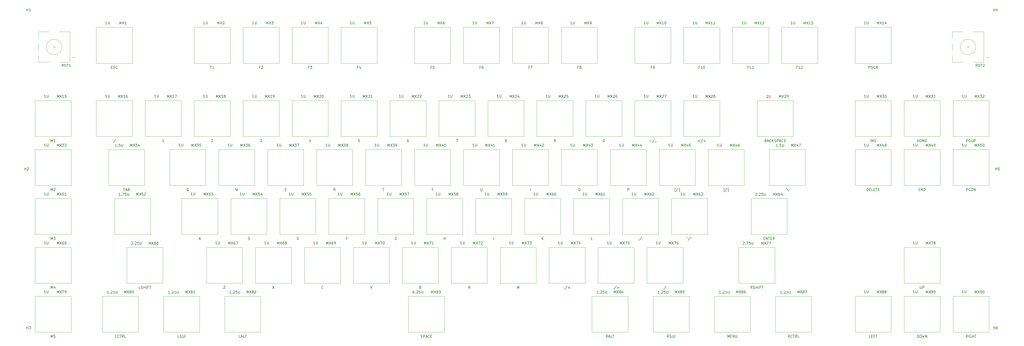
<source format=gto>
%TF.GenerationSoftware,KiCad,Pcbnew,(5.1.10)-1*%
%TF.CreationDate,2021-10-11T22:19:29-04:00*%
%TF.ProjectId,custom_keyboard,63757374-6f6d-45f6-9b65-79626f617264,rev?*%
%TF.SameCoordinates,Original*%
%TF.FileFunction,Legend,Top*%
%TF.FilePolarity,Positive*%
%FSLAX46Y46*%
G04 Gerber Fmt 4.6, Leading zero omitted, Abs format (unit mm)*
G04 Created by KiCad (PCBNEW (5.1.10)-1) date 2021-10-11 22:19:29*
%MOMM*%
%LPD*%
G01*
G04 APERTURE LIST*
%ADD10C,0.120000*%
%ADD11C,0.150000*%
%ADD12R,2.000000X2.000000*%
%ADD13C,2.000000*%
%ADD14R,3.200000X2.000000*%
%ADD15C,0.650000*%
%ADD16O,1.000000X2.100000*%
%ADD17O,1.000000X1.600000*%
%ADD18C,3.500000*%
%ADD19O,1.500000X2.000000*%
%ADD20O,2.000000X1.500000*%
%ADD21O,2.100000X1.000000*%
%ADD22O,1.600000X1.000000*%
%ADD23C,1.397000*%
%ADD24C,3.000000*%
%ADD25C,1.750000*%
%ADD26C,4.000000*%
%ADD27C,3.048000*%
%ADD28C,3.987800*%
%ADD29C,6.400000*%
G04 APERTURE END LIST*
D10*
%TO.C,ROT1*%
X151858900Y-189575400D02*
G75*
G03*
X151858900Y-189575400I-3000000J0D01*
G01*
X146858900Y-195475400D02*
X142758900Y-195475400D01*
X142758900Y-183675400D02*
X146858900Y-183675400D01*
X150858900Y-183675400D02*
X154958900Y-183675400D01*
X150858900Y-195475400D02*
X154958900Y-195475400D01*
X154958900Y-195475400D02*
X154958900Y-183675400D01*
X156358900Y-193375400D02*
X156658900Y-193675400D01*
X156658900Y-193675400D02*
X156058900Y-193675400D01*
X156058900Y-193675400D02*
X156358900Y-193375400D01*
X142758900Y-195475400D02*
X142758900Y-193075400D01*
X142758900Y-190875400D02*
X142758900Y-188275400D01*
X142758900Y-186075400D02*
X142758900Y-183675400D01*
X148858900Y-190075400D02*
X148858900Y-189075400D01*
X149358900Y-189575400D02*
X148358900Y-189575400D01*
%TO.C,ROT2*%
X507436500Y-189575400D02*
G75*
G03*
X507436500Y-189575400I-3000000J0D01*
G01*
X502436500Y-195475400D02*
X498336500Y-195475400D01*
X498336500Y-183675400D02*
X502436500Y-183675400D01*
X506436500Y-183675400D02*
X510536500Y-183675400D01*
X506436500Y-195475400D02*
X510536500Y-195475400D01*
X510536500Y-195475400D02*
X510536500Y-183675400D01*
X511936500Y-193375400D02*
X512236500Y-193675400D01*
X512236500Y-193675400D02*
X511636500Y-193675400D01*
X511636500Y-193675400D02*
X511936500Y-193375400D01*
X498336500Y-195475400D02*
X498336500Y-193075400D01*
X498336500Y-190875400D02*
X498336500Y-188275400D01*
X498336500Y-186075400D02*
X498336500Y-183675400D01*
X504436500Y-190075400D02*
X504436500Y-189075400D01*
X504936500Y-189575400D02*
X503936500Y-189575400D01*
%TO.C,MX1*%
X179232900Y-195900600D02*
X165232900Y-195900600D01*
X179232900Y-181900600D02*
X179232900Y-195900600D01*
X165232900Y-181900600D02*
X179232900Y-181900600D01*
X165232900Y-181900600D02*
X165232900Y-195900600D01*
%TO.C,MX2*%
X217330500Y-195900600D02*
X203330500Y-195900600D01*
X217330500Y-181900600D02*
X217330500Y-195900600D01*
X203330500Y-181900600D02*
X217330500Y-181900600D01*
X203330500Y-181900600D02*
X203330500Y-195900600D01*
%TO.C,MX3*%
X236379300Y-195900600D02*
X222379300Y-195900600D01*
X236379300Y-181900600D02*
X236379300Y-195900600D01*
X222379300Y-181900600D02*
X236379300Y-181900600D01*
X222379300Y-181900600D02*
X222379300Y-195900600D01*
%TO.C,MX4*%
X255428100Y-195900600D02*
X241428100Y-195900600D01*
X255428100Y-181900600D02*
X255428100Y-195900600D01*
X241428100Y-181900600D02*
X255428100Y-181900600D01*
X241428100Y-181900600D02*
X241428100Y-195900600D01*
%TO.C,MX5*%
X274476900Y-195900600D02*
X260476900Y-195900600D01*
X274476900Y-181900600D02*
X274476900Y-195900600D01*
X260476900Y-181900600D02*
X274476900Y-181900600D01*
X260476900Y-181900600D02*
X260476900Y-195900600D01*
%TO.C,MX6*%
X303050100Y-195900600D02*
X289050100Y-195900600D01*
X303050100Y-181900600D02*
X303050100Y-195900600D01*
X289050100Y-181900600D02*
X303050100Y-181900600D01*
X289050100Y-181900600D02*
X289050100Y-195900600D01*
%TO.C,MX7*%
X322098900Y-195900600D02*
X308098900Y-195900600D01*
X322098900Y-181900600D02*
X322098900Y-195900600D01*
X308098900Y-181900600D02*
X322098900Y-181900600D01*
X308098900Y-181900600D02*
X308098900Y-195900600D01*
%TO.C,MX8*%
X341147700Y-195900600D02*
X327147700Y-195900600D01*
X341147700Y-181900600D02*
X341147700Y-195900600D01*
X327147700Y-181900600D02*
X341147700Y-181900600D01*
X327147700Y-181900600D02*
X327147700Y-195900600D01*
%TO.C,MX9*%
X360196500Y-195900600D02*
X346196500Y-195900600D01*
X360196500Y-181900600D02*
X360196500Y-195900600D01*
X346196500Y-181900600D02*
X360196500Y-181900600D01*
X346196500Y-181900600D02*
X346196500Y-195900600D01*
%TO.C,MX10*%
X388769700Y-195900600D02*
X374769700Y-195900600D01*
X388769700Y-181900600D02*
X388769700Y-195900600D01*
X374769700Y-181900600D02*
X388769700Y-181900600D01*
X374769700Y-181900600D02*
X374769700Y-195900600D01*
%TO.C,MX11*%
X407818500Y-195900600D02*
X393818500Y-195900600D01*
X407818500Y-181900600D02*
X407818500Y-195900600D01*
X393818500Y-181900600D02*
X407818500Y-181900600D01*
X393818500Y-181900600D02*
X393818500Y-195900600D01*
%TO.C,MX12*%
X426867300Y-195900600D02*
X412867300Y-195900600D01*
X426867300Y-181900600D02*
X426867300Y-195900600D01*
X412867300Y-181900600D02*
X426867300Y-181900600D01*
X412867300Y-181900600D02*
X412867300Y-195900600D01*
%TO.C,MX13*%
X445916100Y-195900600D02*
X431916100Y-195900600D01*
X445916100Y-181900600D02*
X445916100Y-195900600D01*
X431916100Y-181900600D02*
X445916100Y-181900600D01*
X431916100Y-181900600D02*
X431916100Y-195900600D01*
%TO.C,MX14*%
X474489300Y-195900600D02*
X460489300Y-195900600D01*
X474489300Y-181900600D02*
X474489300Y-195900600D01*
X460489300Y-181900600D02*
X474489300Y-181900600D01*
X460489300Y-181900600D02*
X460489300Y-195900600D01*
%TO.C,MX15*%
X155421900Y-224473800D02*
X141421900Y-224473800D01*
X155421900Y-210473800D02*
X155421900Y-224473800D01*
X141421900Y-210473800D02*
X155421900Y-210473800D01*
X141421900Y-210473800D02*
X141421900Y-224473800D01*
%TO.C,MX16*%
X179232900Y-224473800D02*
X165232900Y-224473800D01*
X179232900Y-210473800D02*
X179232900Y-224473800D01*
X165232900Y-210473800D02*
X179232900Y-210473800D01*
X165232900Y-210473800D02*
X165232900Y-224473800D01*
%TO.C,MX17*%
X198281700Y-224473800D02*
X184281700Y-224473800D01*
X198281700Y-210473800D02*
X198281700Y-224473800D01*
X184281700Y-210473800D02*
X198281700Y-210473800D01*
X184281700Y-210473800D02*
X184281700Y-224473800D01*
%TO.C,MX18*%
X217330500Y-224473800D02*
X203330500Y-224473800D01*
X217330500Y-210473800D02*
X217330500Y-224473800D01*
X203330500Y-210473800D02*
X217330500Y-210473800D01*
X203330500Y-210473800D02*
X203330500Y-224473800D01*
%TO.C,MX19*%
X236379300Y-224473800D02*
X222379300Y-224473800D01*
X236379300Y-210473800D02*
X236379300Y-224473800D01*
X222379300Y-210473800D02*
X236379300Y-210473800D01*
X222379300Y-210473800D02*
X222379300Y-224473800D01*
%TO.C,MX20*%
X255428100Y-224473800D02*
X241428100Y-224473800D01*
X255428100Y-210473800D02*
X255428100Y-224473800D01*
X241428100Y-210473800D02*
X255428100Y-210473800D01*
X241428100Y-210473800D02*
X241428100Y-224473800D01*
%TO.C,MX21*%
X274476900Y-224473800D02*
X260476900Y-224473800D01*
X274476900Y-210473800D02*
X274476900Y-224473800D01*
X260476900Y-210473800D02*
X274476900Y-210473800D01*
X260476900Y-210473800D02*
X260476900Y-224473800D01*
%TO.C,MX22*%
X293525700Y-224473800D02*
X279525700Y-224473800D01*
X293525700Y-210473800D02*
X293525700Y-224473800D01*
X279525700Y-210473800D02*
X293525700Y-210473800D01*
X279525700Y-210473800D02*
X279525700Y-224473800D01*
%TO.C,MX23*%
X312574500Y-224473800D02*
X298574500Y-224473800D01*
X312574500Y-210473800D02*
X312574500Y-224473800D01*
X298574500Y-210473800D02*
X312574500Y-210473800D01*
X298574500Y-210473800D02*
X298574500Y-224473800D01*
%TO.C,MX24*%
X331623300Y-224473800D02*
X317623300Y-224473800D01*
X331623300Y-210473800D02*
X331623300Y-224473800D01*
X317623300Y-210473800D02*
X331623300Y-210473800D01*
X317623300Y-210473800D02*
X317623300Y-224473800D01*
%TO.C,MX25*%
X350672100Y-224473800D02*
X336672100Y-224473800D01*
X350672100Y-210473800D02*
X350672100Y-224473800D01*
X336672100Y-210473800D02*
X350672100Y-210473800D01*
X336672100Y-210473800D02*
X336672100Y-224473800D01*
%TO.C,MX26*%
X369720900Y-224473800D02*
X355720900Y-224473800D01*
X369720900Y-210473800D02*
X369720900Y-224473800D01*
X355720900Y-210473800D02*
X369720900Y-210473800D01*
X355720900Y-210473800D02*
X355720900Y-224473800D01*
%TO.C,MX27*%
X388769700Y-224473800D02*
X374769700Y-224473800D01*
X388769700Y-210473800D02*
X388769700Y-224473800D01*
X374769700Y-210473800D02*
X388769700Y-210473800D01*
X374769700Y-210473800D02*
X374769700Y-224473800D01*
%TO.C,MX28*%
X407818500Y-224473800D02*
X393818500Y-224473800D01*
X407818500Y-210473800D02*
X407818500Y-224473800D01*
X393818500Y-210473800D02*
X407818500Y-210473800D01*
X393818500Y-210473800D02*
X393818500Y-224473800D01*
%TO.C,MX29*%
X436391700Y-224473800D02*
X422391700Y-224473800D01*
X436391700Y-210473800D02*
X436391700Y-224473800D01*
X422391700Y-210473800D02*
X436391700Y-210473800D01*
X422391700Y-210473800D02*
X422391700Y-224473800D01*
%TO.C,MX30*%
X474489300Y-224473800D02*
X460489300Y-224473800D01*
X474489300Y-210473800D02*
X474489300Y-224473800D01*
X460489300Y-210473800D02*
X474489300Y-210473800D01*
X460489300Y-210473800D02*
X460489300Y-224473800D01*
%TO.C,MX31*%
X493538100Y-224473800D02*
X479538100Y-224473800D01*
X493538100Y-210473800D02*
X493538100Y-224473800D01*
X479538100Y-210473800D02*
X493538100Y-210473800D01*
X479538100Y-210473800D02*
X479538100Y-224473800D01*
%TO.C,MX32*%
X512586900Y-224473800D02*
X498586900Y-224473800D01*
X512586900Y-210473800D02*
X512586900Y-224473800D01*
X498586900Y-210473800D02*
X512586900Y-210473800D01*
X498586900Y-210473800D02*
X498586900Y-224473800D01*
%TO.C,MX33*%
X155421900Y-243522600D02*
X141421900Y-243522600D01*
X155421900Y-229522600D02*
X155421900Y-243522600D01*
X141421900Y-229522600D02*
X155421900Y-229522600D01*
X141421900Y-229522600D02*
X141421900Y-243522600D01*
%TO.C,MX34*%
X169995100Y-229522600D02*
X169995100Y-243522600D01*
X169995100Y-229522600D02*
X183995100Y-229522600D01*
X183995100Y-229522600D02*
X183995100Y-243522600D01*
X183995100Y-243522600D02*
X169995100Y-243522600D01*
%TO.C,MX35*%
X207806100Y-243522600D02*
X193806100Y-243522600D01*
X207806100Y-229522600D02*
X207806100Y-243522600D01*
X193806100Y-229522600D02*
X207806100Y-229522600D01*
X193806100Y-229522600D02*
X193806100Y-243522600D01*
%TO.C,MX36*%
X226854900Y-243522600D02*
X212854900Y-243522600D01*
X226854900Y-229522600D02*
X226854900Y-243522600D01*
X212854900Y-229522600D02*
X226854900Y-229522600D01*
X212854900Y-229522600D02*
X212854900Y-243522600D01*
%TO.C,MX37*%
X245903700Y-243522600D02*
X231903700Y-243522600D01*
X245903700Y-229522600D02*
X245903700Y-243522600D01*
X231903700Y-229522600D02*
X245903700Y-229522600D01*
X231903700Y-229522600D02*
X231903700Y-243522600D01*
%TO.C,MX38*%
X264952500Y-243522600D02*
X250952500Y-243522600D01*
X264952500Y-229522600D02*
X264952500Y-243522600D01*
X250952500Y-229522600D02*
X264952500Y-229522600D01*
X250952500Y-229522600D02*
X250952500Y-243522600D01*
%TO.C,MX39*%
X284001300Y-243522600D02*
X270001300Y-243522600D01*
X284001300Y-229522600D02*
X284001300Y-243522600D01*
X270001300Y-229522600D02*
X284001300Y-229522600D01*
X270001300Y-229522600D02*
X270001300Y-243522600D01*
%TO.C,MX40*%
X303050100Y-243522600D02*
X289050100Y-243522600D01*
X303050100Y-229522600D02*
X303050100Y-243522600D01*
X289050100Y-229522600D02*
X303050100Y-229522600D01*
X289050100Y-229522600D02*
X289050100Y-243522600D01*
%TO.C,MX41*%
X322098900Y-243522600D02*
X308098900Y-243522600D01*
X322098900Y-229522600D02*
X322098900Y-243522600D01*
X308098900Y-229522600D02*
X322098900Y-229522600D01*
X308098900Y-229522600D02*
X308098900Y-243522600D01*
%TO.C,MX42*%
X341147700Y-243522600D02*
X327147700Y-243522600D01*
X341147700Y-229522600D02*
X341147700Y-243522600D01*
X327147700Y-229522600D02*
X341147700Y-229522600D01*
X327147700Y-229522600D02*
X327147700Y-243522600D01*
%TO.C,MX43*%
X360196500Y-243522600D02*
X346196500Y-243522600D01*
X360196500Y-229522600D02*
X360196500Y-243522600D01*
X346196500Y-229522600D02*
X360196500Y-229522600D01*
X346196500Y-229522600D02*
X346196500Y-243522600D01*
%TO.C,MX45*%
X398294100Y-243522600D02*
X384294100Y-243522600D01*
X398294100Y-229522600D02*
X398294100Y-243522600D01*
X384294100Y-229522600D02*
X398294100Y-229522600D01*
X384294100Y-229522600D02*
X384294100Y-243522600D01*
%TO.C,MX46*%
X417342900Y-243522600D02*
X403342900Y-243522600D01*
X417342900Y-229522600D02*
X417342900Y-243522600D01*
X403342900Y-229522600D02*
X417342900Y-229522600D01*
X403342900Y-229522600D02*
X403342900Y-243522600D01*
%TO.C,MX48*%
X474489300Y-243522600D02*
X460489300Y-243522600D01*
X474489300Y-229522600D02*
X474489300Y-243522600D01*
X460489300Y-229522600D02*
X474489300Y-229522600D01*
X460489300Y-229522600D02*
X460489300Y-243522600D01*
%TO.C,MX49*%
X493538100Y-243522600D02*
X479538100Y-243522600D01*
X493538100Y-229522600D02*
X493538100Y-243522600D01*
X479538100Y-229522600D02*
X493538100Y-229522600D01*
X479538100Y-229522600D02*
X479538100Y-243522600D01*
%TO.C,MX51*%
X155421900Y-262571400D02*
X141421900Y-262571400D01*
X155421900Y-248571400D02*
X155421900Y-262571400D01*
X141421900Y-248571400D02*
X155421900Y-248571400D01*
X141421900Y-248571400D02*
X141421900Y-262571400D01*
%TO.C,MX52*%
X172376200Y-248571400D02*
X172376200Y-262571400D01*
X172376200Y-248571400D02*
X186376200Y-248571400D01*
X186376200Y-248571400D02*
X186376200Y-262571400D01*
X186376200Y-262571400D02*
X172376200Y-262571400D01*
%TO.C,MX53*%
X212510000Y-262571400D02*
X198510000Y-262571400D01*
X212510000Y-248571400D02*
X212510000Y-262571400D01*
X198510000Y-248571400D02*
X212510000Y-248571400D01*
X198510000Y-248571400D02*
X198510000Y-262571400D01*
%TO.C,MX54*%
X231617100Y-262571400D02*
X217617100Y-262571400D01*
X231617100Y-248571400D02*
X231617100Y-262571400D01*
X217617100Y-248571400D02*
X231617100Y-248571400D01*
X217617100Y-248571400D02*
X217617100Y-262571400D01*
%TO.C,MX55*%
X250665900Y-262571400D02*
X236665900Y-262571400D01*
X250665900Y-248571400D02*
X250665900Y-262571400D01*
X236665900Y-248571400D02*
X250665900Y-248571400D01*
X236665900Y-248571400D02*
X236665900Y-262571400D01*
%TO.C,MX56*%
X269714700Y-262571400D02*
X255714700Y-262571400D01*
X269714700Y-248571400D02*
X269714700Y-262571400D01*
X255714700Y-248571400D02*
X269714700Y-248571400D01*
X255714700Y-248571400D02*
X255714700Y-262571400D01*
%TO.C,MX57*%
X288763500Y-262571400D02*
X274763500Y-262571400D01*
X288763500Y-248571400D02*
X288763500Y-262571400D01*
X274763500Y-248571400D02*
X288763500Y-248571400D01*
X274763500Y-248571400D02*
X274763500Y-262571400D01*
%TO.C,MX59*%
X326861100Y-262571400D02*
X312861100Y-262571400D01*
X326861100Y-248571400D02*
X326861100Y-262571400D01*
X312861100Y-248571400D02*
X326861100Y-248571400D01*
X312861100Y-248571400D02*
X312861100Y-262571400D01*
%TO.C,MX60*%
X345909900Y-262571400D02*
X331909900Y-262571400D01*
X345909900Y-248571400D02*
X345909900Y-262571400D01*
X331909900Y-248571400D02*
X345909900Y-248571400D01*
X331909900Y-248571400D02*
X331909900Y-262571400D01*
%TO.C,MX61*%
X364958700Y-262571400D02*
X350958700Y-262571400D01*
X364958700Y-248571400D02*
X364958700Y-262571400D01*
X350958700Y-248571400D02*
X364958700Y-248571400D01*
X350958700Y-248571400D02*
X350958700Y-262571400D01*
%TO.C,MX63*%
X403056300Y-262571400D02*
X389056300Y-262571400D01*
X403056300Y-248571400D02*
X403056300Y-262571400D01*
X389056300Y-248571400D02*
X403056300Y-248571400D01*
X389056300Y-248571400D02*
X389056300Y-262571400D01*
%TO.C,MX65*%
X155421900Y-281620200D02*
X141421900Y-281620200D01*
X155421900Y-267620200D02*
X155421900Y-281620200D01*
X141421900Y-267620200D02*
X155421900Y-267620200D01*
X141421900Y-267620200D02*
X141421900Y-281620200D01*
%TO.C,MX66*%
X191138400Y-281620200D02*
X177138400Y-281620200D01*
X191138400Y-267620200D02*
X191138400Y-281620200D01*
X177138400Y-267620200D02*
X191138400Y-267620200D01*
X177138400Y-267620200D02*
X177138400Y-281620200D01*
%TO.C,MX67*%
X222092700Y-281620200D02*
X208092700Y-281620200D01*
X222092700Y-267620200D02*
X222092700Y-281620200D01*
X208092700Y-267620200D02*
X222092700Y-267620200D01*
X208092700Y-267620200D02*
X208092700Y-281620200D01*
%TO.C,MX68*%
X241141500Y-281620200D02*
X227141500Y-281620200D01*
X241141500Y-267620200D02*
X241141500Y-281620200D01*
X227141500Y-267620200D02*
X241141500Y-267620200D01*
X227141500Y-267620200D02*
X227141500Y-281620200D01*
%TO.C,MX69*%
X260190300Y-281620200D02*
X246190300Y-281620200D01*
X260190300Y-267620200D02*
X260190300Y-281620200D01*
X246190300Y-267620200D02*
X260190300Y-267620200D01*
X246190300Y-267620200D02*
X246190300Y-281620200D01*
%TO.C,MX70*%
X279239100Y-281620200D02*
X265239100Y-281620200D01*
X279239100Y-267620200D02*
X279239100Y-281620200D01*
X265239100Y-267620200D02*
X279239100Y-267620200D01*
X265239100Y-267620200D02*
X265239100Y-281620200D01*
%TO.C,MX71*%
X298287900Y-281620200D02*
X284287900Y-281620200D01*
X298287900Y-267620200D02*
X298287900Y-281620200D01*
X284287900Y-267620200D02*
X298287900Y-267620200D01*
X284287900Y-267620200D02*
X284287900Y-281620200D01*
%TO.C,MX72*%
X317336700Y-281620200D02*
X303336700Y-281620200D01*
X317336700Y-267620200D02*
X317336700Y-281620200D01*
X303336700Y-267620200D02*
X317336700Y-267620200D01*
X303336700Y-267620200D02*
X303336700Y-281620200D01*
%TO.C,MX73*%
X336385500Y-281620200D02*
X322385500Y-281620200D01*
X336385500Y-267620200D02*
X336385500Y-281620200D01*
X322385500Y-267620200D02*
X336385500Y-267620200D01*
X322385500Y-267620200D02*
X322385500Y-281620200D01*
%TO.C,MX74*%
X355434300Y-281620200D02*
X341434300Y-281620200D01*
X355434300Y-267620200D02*
X355434300Y-281620200D01*
X341434300Y-267620200D02*
X355434300Y-267620200D01*
X341434300Y-267620200D02*
X341434300Y-281620200D01*
%TO.C,MX75*%
X374483100Y-281620200D02*
X360483100Y-281620200D01*
X374483100Y-267620200D02*
X374483100Y-281620200D01*
X360483100Y-267620200D02*
X374483100Y-267620200D01*
X360483100Y-267620200D02*
X360483100Y-281620200D01*
%TO.C,MX76*%
X393531900Y-281620200D02*
X379531900Y-281620200D01*
X393531900Y-267620200D02*
X393531900Y-281620200D01*
X379531900Y-267620200D02*
X393531900Y-267620200D01*
X379531900Y-267620200D02*
X379531900Y-281620200D01*
%TO.C,MX77*%
X415248400Y-267620200D02*
X415248400Y-281620200D01*
X415248400Y-267620200D02*
X429248400Y-267620200D01*
X429248400Y-267620200D02*
X429248400Y-281620200D01*
X429248400Y-281620200D02*
X415248400Y-281620200D01*
%TO.C,MX78*%
X493538100Y-281620200D02*
X479538100Y-281620200D01*
X493538100Y-267620200D02*
X493538100Y-281620200D01*
X479538100Y-267620200D02*
X493538100Y-267620200D01*
X479538100Y-267620200D02*
X479538100Y-281620200D01*
%TO.C,MX79*%
X155421900Y-300669000D02*
X141421900Y-300669000D01*
X155421900Y-286669000D02*
X155421900Y-300669000D01*
X141421900Y-286669000D02*
X155421900Y-286669000D01*
X141421900Y-286669000D02*
X141421900Y-300669000D01*
%TO.C,MX80*%
X167614000Y-286669000D02*
X167614000Y-300669000D01*
X167614000Y-286669000D02*
X181614000Y-286669000D01*
X181614000Y-286669000D02*
X181614000Y-300669000D01*
X181614000Y-300669000D02*
X167614000Y-300669000D01*
%TO.C,MX81*%
X191425000Y-286669000D02*
X191425000Y-300669000D01*
X191425000Y-286669000D02*
X205425000Y-286669000D01*
X205425000Y-286669000D02*
X205425000Y-300669000D01*
X205425000Y-300669000D02*
X191425000Y-300669000D01*
%TO.C,MX82*%
X215236000Y-286669000D02*
X215236000Y-300669000D01*
X215236000Y-286669000D02*
X229236000Y-286669000D01*
X229236000Y-286669000D02*
X229236000Y-300669000D01*
X229236000Y-300669000D02*
X215236000Y-300669000D01*
%TO.C,MX85*%
X381913000Y-286669000D02*
X381913000Y-300669000D01*
X381913000Y-286669000D02*
X395913000Y-286669000D01*
X395913000Y-286669000D02*
X395913000Y-300669000D01*
X395913000Y-300669000D02*
X381913000Y-300669000D01*
%TO.C,MX86*%
X405724000Y-286669000D02*
X405724000Y-300669000D01*
X405724000Y-286669000D02*
X419724000Y-286669000D01*
X419724000Y-286669000D02*
X419724000Y-300669000D01*
X419724000Y-300669000D02*
X405724000Y-300669000D01*
%TO.C,MX89*%
X493538100Y-300669000D02*
X479538100Y-300669000D01*
X493538100Y-286669000D02*
X493538100Y-300669000D01*
X479538100Y-286669000D02*
X493538100Y-286669000D01*
X479538100Y-286669000D02*
X479538100Y-300669000D01*
%TO.C,MX84*%
X358102000Y-286669000D02*
X358102000Y-300669000D01*
X358102000Y-286669000D02*
X372102000Y-286669000D01*
X372102000Y-286669000D02*
X372102000Y-300669000D01*
X372102000Y-300669000D02*
X358102000Y-300669000D01*
%TO.C,MX64*%
X434010600Y-262571400D02*
X420010600Y-262571400D01*
X434010600Y-248571400D02*
X434010600Y-262571400D01*
X420010600Y-248571400D02*
X434010600Y-248571400D01*
X420010600Y-248571400D02*
X420010600Y-262571400D01*
%TO.C,MX47*%
X427153900Y-229522600D02*
X427153900Y-243522600D01*
X427153900Y-229522600D02*
X441153900Y-229522600D01*
X441153900Y-229522600D02*
X441153900Y-243522600D01*
X441153900Y-243522600D02*
X427153900Y-243522600D01*
%TO.C,MX44*%
X379245300Y-243522600D02*
X365245300Y-243522600D01*
X379245300Y-229522600D02*
X379245300Y-243522600D01*
X365245300Y-229522600D02*
X379245300Y-229522600D01*
X365245300Y-229522600D02*
X365245300Y-243522600D01*
%TO.C,MX83*%
X286669000Y-286669000D02*
X286669000Y-300669000D01*
X286669000Y-286669000D02*
X300669000Y-286669000D01*
X300669000Y-286669000D02*
X300669000Y-300669000D01*
X300669000Y-300669000D02*
X286669000Y-300669000D01*
%TO.C,MX88*%
X474489300Y-300669000D02*
X460489300Y-300669000D01*
X474489300Y-286669000D02*
X474489300Y-300669000D01*
X460489300Y-286669000D02*
X474489300Y-286669000D01*
X460489300Y-286669000D02*
X460489300Y-300669000D01*
%TO.C,MX87*%
X429535000Y-286669000D02*
X429535000Y-300669000D01*
X429535000Y-286669000D02*
X443535000Y-286669000D01*
X443535000Y-286669000D02*
X443535000Y-300669000D01*
X443535000Y-300669000D02*
X429535000Y-300669000D01*
%TO.C,MX50*%
X512586900Y-243522600D02*
X498586900Y-243522600D01*
X512586900Y-229522600D02*
X512586900Y-243522600D01*
X498586900Y-229522600D02*
X512586900Y-229522600D01*
X498586900Y-229522600D02*
X498586900Y-243522600D01*
%TO.C,MX90*%
X512586900Y-300669000D02*
X498586900Y-300669000D01*
X512586900Y-286669000D02*
X512586900Y-300669000D01*
X498586900Y-286669000D02*
X512586900Y-286669000D01*
X498586900Y-286669000D02*
X498586900Y-300669000D01*
%TO.C,MX58*%
X307812300Y-262571400D02*
X293812300Y-262571400D01*
X307812300Y-248571400D02*
X307812300Y-262571400D01*
X293812300Y-248571400D02*
X307812300Y-248571400D01*
X293812300Y-248571400D02*
X293812300Y-262571400D01*
%TO.C,MX62*%
X384007500Y-262571400D02*
X370007500Y-262571400D01*
X384007500Y-248571400D02*
X384007500Y-262571400D01*
X370007500Y-248571400D02*
X384007500Y-248571400D01*
X370007500Y-248571400D02*
X370007500Y-262571400D01*
%TO.C,ROT1*%
D11*
X152487471Y-197227780D02*
X152154138Y-196751590D01*
X151916042Y-197227780D02*
X151916042Y-196227780D01*
X152296995Y-196227780D01*
X152392233Y-196275400D01*
X152439852Y-196323019D01*
X152487471Y-196418257D01*
X152487471Y-196561114D01*
X152439852Y-196656352D01*
X152392233Y-196703971D01*
X152296995Y-196751590D01*
X151916042Y-196751590D01*
X153106519Y-196227780D02*
X153296995Y-196227780D01*
X153392233Y-196275400D01*
X153487471Y-196370638D01*
X153535090Y-196561114D01*
X153535090Y-196894447D01*
X153487471Y-197084923D01*
X153392233Y-197180161D01*
X153296995Y-197227780D01*
X153106519Y-197227780D01*
X153011280Y-197180161D01*
X152916042Y-197084923D01*
X152868423Y-196894447D01*
X152868423Y-196561114D01*
X152916042Y-196370638D01*
X153011280Y-196275400D01*
X153106519Y-196227780D01*
X153820804Y-196227780D02*
X154392233Y-196227780D01*
X154106519Y-197227780D02*
X154106519Y-196227780D01*
X155249376Y-197227780D02*
X154677947Y-197227780D01*
X154963661Y-197227780D02*
X154963661Y-196227780D01*
X154868423Y-196370638D01*
X154773185Y-196465876D01*
X154677947Y-196513495D01*
%TO.C,ROT2*%
X508065071Y-197227780D02*
X507731738Y-196751590D01*
X507493642Y-197227780D02*
X507493642Y-196227780D01*
X507874595Y-196227780D01*
X507969833Y-196275400D01*
X508017452Y-196323019D01*
X508065071Y-196418257D01*
X508065071Y-196561114D01*
X508017452Y-196656352D01*
X507969833Y-196703971D01*
X507874595Y-196751590D01*
X507493642Y-196751590D01*
X508684119Y-196227780D02*
X508874595Y-196227780D01*
X508969833Y-196275400D01*
X509065071Y-196370638D01*
X509112690Y-196561114D01*
X509112690Y-196894447D01*
X509065071Y-197084923D01*
X508969833Y-197180161D01*
X508874595Y-197227780D01*
X508684119Y-197227780D01*
X508588880Y-197180161D01*
X508493642Y-197084923D01*
X508446023Y-196894447D01*
X508446023Y-196561114D01*
X508493642Y-196370638D01*
X508588880Y-196275400D01*
X508684119Y-196227780D01*
X509398404Y-196227780D02*
X509969833Y-196227780D01*
X509684119Y-197227780D02*
X509684119Y-196227780D01*
X510255547Y-196323019D02*
X510303166Y-196275400D01*
X510398404Y-196227780D01*
X510636500Y-196227780D01*
X510731738Y-196275400D01*
X510779357Y-196323019D01*
X510826976Y-196418257D01*
X510826976Y-196513495D01*
X510779357Y-196656352D01*
X510207928Y-197227780D01*
X510826976Y-197227780D01*
%TO.C,MX1*%
X174312685Y-180716980D02*
X174312685Y-179716980D01*
X174646019Y-180431266D01*
X174979352Y-179716980D01*
X174979352Y-180716980D01*
X175360304Y-179716980D02*
X176026971Y-180716980D01*
X176026971Y-179716980D02*
X175360304Y-180716980D01*
X176931733Y-180716980D02*
X176360304Y-180716980D01*
X176646019Y-180716980D02*
X176646019Y-179716980D01*
X176550780Y-179859838D01*
X176455542Y-179955076D01*
X176360304Y-180002695D01*
X171042423Y-197491671D02*
X171375757Y-197491671D01*
X171518614Y-198015480D02*
X171042423Y-198015480D01*
X171042423Y-197015480D01*
X171518614Y-197015480D01*
X171899566Y-197967861D02*
X172042423Y-198015480D01*
X172280519Y-198015480D01*
X172375757Y-197967861D01*
X172423376Y-197920242D01*
X172470995Y-197825004D01*
X172470995Y-197729766D01*
X172423376Y-197634528D01*
X172375757Y-197586909D01*
X172280519Y-197539290D01*
X172090042Y-197491671D01*
X171994804Y-197444052D01*
X171947185Y-197396433D01*
X171899566Y-197301195D01*
X171899566Y-197205957D01*
X171947185Y-197110719D01*
X171994804Y-197063100D01*
X172090042Y-197015480D01*
X172328138Y-197015480D01*
X172470995Y-197063100D01*
X173470995Y-197920242D02*
X173423376Y-197967861D01*
X173280519Y-198015480D01*
X173185280Y-198015480D01*
X173042423Y-197967861D01*
X172947185Y-197872623D01*
X172899566Y-197777385D01*
X172851947Y-197586909D01*
X172851947Y-197444052D01*
X172899566Y-197253576D01*
X172947185Y-197158338D01*
X173042423Y-197063100D01*
X173185280Y-197015480D01*
X173280519Y-197015480D01*
X173423376Y-197063100D01*
X173470995Y-197110719D01*
X169391304Y-180653480D02*
X168819876Y-180653480D01*
X169105590Y-180653480D02*
X169105590Y-179653480D01*
X169010352Y-179796338D01*
X168915114Y-179891576D01*
X168819876Y-179939195D01*
X169819876Y-179653480D02*
X169819876Y-180463004D01*
X169867495Y-180558242D01*
X169915114Y-180605861D01*
X170010352Y-180653480D01*
X170200828Y-180653480D01*
X170296066Y-180605861D01*
X170343685Y-180558242D01*
X170391304Y-180463004D01*
X170391304Y-179653480D01*
%TO.C,MX2*%
X212410285Y-180716980D02*
X212410285Y-179716980D01*
X212743619Y-180431266D01*
X213076952Y-179716980D01*
X213076952Y-180716980D01*
X213457904Y-179716980D02*
X214124571Y-180716980D01*
X214124571Y-179716980D02*
X213457904Y-180716980D01*
X214457904Y-179812219D02*
X214505523Y-179764600D01*
X214600761Y-179716980D01*
X214838857Y-179716980D01*
X214934095Y-179764600D01*
X214981714Y-179812219D01*
X215029333Y-179907457D01*
X215029333Y-180002695D01*
X214981714Y-180145552D01*
X214410285Y-180716980D01*
X215029333Y-180716980D01*
X209997166Y-197491671D02*
X209663833Y-197491671D01*
X209663833Y-198015480D02*
X209663833Y-197015480D01*
X210140023Y-197015480D01*
X211044785Y-198015480D02*
X210473357Y-198015480D01*
X210759071Y-198015480D02*
X210759071Y-197015480D01*
X210663833Y-197158338D01*
X210568595Y-197253576D01*
X210473357Y-197301195D01*
X207488904Y-180653480D02*
X206917476Y-180653480D01*
X207203190Y-180653480D02*
X207203190Y-179653480D01*
X207107952Y-179796338D01*
X207012714Y-179891576D01*
X206917476Y-179939195D01*
X207917476Y-179653480D02*
X207917476Y-180463004D01*
X207965095Y-180558242D01*
X208012714Y-180605861D01*
X208107952Y-180653480D01*
X208298428Y-180653480D01*
X208393666Y-180605861D01*
X208441285Y-180558242D01*
X208488904Y-180463004D01*
X208488904Y-179653480D01*
%TO.C,MX3*%
X231459085Y-180716980D02*
X231459085Y-179716980D01*
X231792419Y-180431266D01*
X232125752Y-179716980D01*
X232125752Y-180716980D01*
X232506704Y-179716980D02*
X233173371Y-180716980D01*
X233173371Y-179716980D02*
X232506704Y-180716980D01*
X233459085Y-179716980D02*
X234078133Y-179716980D01*
X233744800Y-180097933D01*
X233887657Y-180097933D01*
X233982895Y-180145552D01*
X234030514Y-180193171D01*
X234078133Y-180288409D01*
X234078133Y-180526504D01*
X234030514Y-180621742D01*
X233982895Y-180669361D01*
X233887657Y-180716980D01*
X233601942Y-180716980D01*
X233506704Y-180669361D01*
X233459085Y-180621742D01*
X229045966Y-197491671D02*
X228712633Y-197491671D01*
X228712633Y-198015480D02*
X228712633Y-197015480D01*
X229188823Y-197015480D01*
X229522157Y-197110719D02*
X229569776Y-197063100D01*
X229665014Y-197015480D01*
X229903109Y-197015480D01*
X229998347Y-197063100D01*
X230045966Y-197110719D01*
X230093585Y-197205957D01*
X230093585Y-197301195D01*
X230045966Y-197444052D01*
X229474538Y-198015480D01*
X230093585Y-198015480D01*
X226537704Y-180653480D02*
X225966276Y-180653480D01*
X226251990Y-180653480D02*
X226251990Y-179653480D01*
X226156752Y-179796338D01*
X226061514Y-179891576D01*
X225966276Y-179939195D01*
X226966276Y-179653480D02*
X226966276Y-180463004D01*
X227013895Y-180558242D01*
X227061514Y-180605861D01*
X227156752Y-180653480D01*
X227347228Y-180653480D01*
X227442466Y-180605861D01*
X227490085Y-180558242D01*
X227537704Y-180463004D01*
X227537704Y-179653480D01*
%TO.C,MX4*%
X250507885Y-180716980D02*
X250507885Y-179716980D01*
X250841219Y-180431266D01*
X251174552Y-179716980D01*
X251174552Y-180716980D01*
X251555504Y-179716980D02*
X252222171Y-180716980D01*
X252222171Y-179716980D02*
X251555504Y-180716980D01*
X253031695Y-180050314D02*
X253031695Y-180716980D01*
X252793600Y-179669361D02*
X252555504Y-180383647D01*
X253174552Y-180383647D01*
X248094766Y-197491671D02*
X247761433Y-197491671D01*
X247761433Y-198015480D02*
X247761433Y-197015480D01*
X248237623Y-197015480D01*
X248523338Y-197015480D02*
X249142385Y-197015480D01*
X248809052Y-197396433D01*
X248951909Y-197396433D01*
X249047147Y-197444052D01*
X249094766Y-197491671D01*
X249142385Y-197586909D01*
X249142385Y-197825004D01*
X249094766Y-197920242D01*
X249047147Y-197967861D01*
X248951909Y-198015480D01*
X248666195Y-198015480D01*
X248570957Y-197967861D01*
X248523338Y-197920242D01*
X245586504Y-180653480D02*
X245015076Y-180653480D01*
X245300790Y-180653480D02*
X245300790Y-179653480D01*
X245205552Y-179796338D01*
X245110314Y-179891576D01*
X245015076Y-179939195D01*
X246015076Y-179653480D02*
X246015076Y-180463004D01*
X246062695Y-180558242D01*
X246110314Y-180605861D01*
X246205552Y-180653480D01*
X246396028Y-180653480D01*
X246491266Y-180605861D01*
X246538885Y-180558242D01*
X246586504Y-180463004D01*
X246586504Y-179653480D01*
%TO.C,MX5*%
X269556685Y-180716980D02*
X269556685Y-179716980D01*
X269890019Y-180431266D01*
X270223352Y-179716980D01*
X270223352Y-180716980D01*
X270604304Y-179716980D02*
X271270971Y-180716980D01*
X271270971Y-179716980D02*
X270604304Y-180716980D01*
X272128114Y-179716980D02*
X271651923Y-179716980D01*
X271604304Y-180193171D01*
X271651923Y-180145552D01*
X271747161Y-180097933D01*
X271985257Y-180097933D01*
X272080495Y-180145552D01*
X272128114Y-180193171D01*
X272175733Y-180288409D01*
X272175733Y-180526504D01*
X272128114Y-180621742D01*
X272080495Y-180669361D01*
X271985257Y-180716980D01*
X271747161Y-180716980D01*
X271651923Y-180669361D01*
X271604304Y-180621742D01*
X267143566Y-197491671D02*
X266810233Y-197491671D01*
X266810233Y-198015480D02*
X266810233Y-197015480D01*
X267286423Y-197015480D01*
X268095947Y-197348814D02*
X268095947Y-198015480D01*
X267857852Y-196967861D02*
X267619757Y-197682147D01*
X268238804Y-197682147D01*
X264635304Y-180653480D02*
X264063876Y-180653480D01*
X264349590Y-180653480D02*
X264349590Y-179653480D01*
X264254352Y-179796338D01*
X264159114Y-179891576D01*
X264063876Y-179939195D01*
X265063876Y-179653480D02*
X265063876Y-180463004D01*
X265111495Y-180558242D01*
X265159114Y-180605861D01*
X265254352Y-180653480D01*
X265444828Y-180653480D01*
X265540066Y-180605861D01*
X265587685Y-180558242D01*
X265635304Y-180463004D01*
X265635304Y-179653480D01*
%TO.C,MX6*%
X298129885Y-180716980D02*
X298129885Y-179716980D01*
X298463219Y-180431266D01*
X298796552Y-179716980D01*
X298796552Y-180716980D01*
X299177504Y-179716980D02*
X299844171Y-180716980D01*
X299844171Y-179716980D02*
X299177504Y-180716980D01*
X300653695Y-179716980D02*
X300463219Y-179716980D01*
X300367980Y-179764600D01*
X300320361Y-179812219D01*
X300225123Y-179955076D01*
X300177504Y-180145552D01*
X300177504Y-180526504D01*
X300225123Y-180621742D01*
X300272742Y-180669361D01*
X300367980Y-180716980D01*
X300558457Y-180716980D01*
X300653695Y-180669361D01*
X300701314Y-180621742D01*
X300748933Y-180526504D01*
X300748933Y-180288409D01*
X300701314Y-180193171D01*
X300653695Y-180145552D01*
X300558457Y-180097933D01*
X300367980Y-180097933D01*
X300272742Y-180145552D01*
X300225123Y-180193171D01*
X300177504Y-180288409D01*
X295716766Y-197491671D02*
X295383433Y-197491671D01*
X295383433Y-198015480D02*
X295383433Y-197015480D01*
X295859623Y-197015480D01*
X296716766Y-197015480D02*
X296240576Y-197015480D01*
X296192957Y-197491671D01*
X296240576Y-197444052D01*
X296335814Y-197396433D01*
X296573909Y-197396433D01*
X296669147Y-197444052D01*
X296716766Y-197491671D01*
X296764385Y-197586909D01*
X296764385Y-197825004D01*
X296716766Y-197920242D01*
X296669147Y-197967861D01*
X296573909Y-198015480D01*
X296335814Y-198015480D01*
X296240576Y-197967861D01*
X296192957Y-197920242D01*
X293208504Y-180653480D02*
X292637076Y-180653480D01*
X292922790Y-180653480D02*
X292922790Y-179653480D01*
X292827552Y-179796338D01*
X292732314Y-179891576D01*
X292637076Y-179939195D01*
X293637076Y-179653480D02*
X293637076Y-180463004D01*
X293684695Y-180558242D01*
X293732314Y-180605861D01*
X293827552Y-180653480D01*
X294018028Y-180653480D01*
X294113266Y-180605861D01*
X294160885Y-180558242D01*
X294208504Y-180463004D01*
X294208504Y-179653480D01*
%TO.C,MX7*%
X317178685Y-180716980D02*
X317178685Y-179716980D01*
X317512019Y-180431266D01*
X317845352Y-179716980D01*
X317845352Y-180716980D01*
X318226304Y-179716980D02*
X318892971Y-180716980D01*
X318892971Y-179716980D02*
X318226304Y-180716980D01*
X319178685Y-179716980D02*
X319845352Y-179716980D01*
X319416780Y-180716980D01*
X314765566Y-197491671D02*
X314432233Y-197491671D01*
X314432233Y-198015480D02*
X314432233Y-197015480D01*
X314908423Y-197015480D01*
X315717947Y-197015480D02*
X315527471Y-197015480D01*
X315432233Y-197063100D01*
X315384614Y-197110719D01*
X315289376Y-197253576D01*
X315241757Y-197444052D01*
X315241757Y-197825004D01*
X315289376Y-197920242D01*
X315336995Y-197967861D01*
X315432233Y-198015480D01*
X315622709Y-198015480D01*
X315717947Y-197967861D01*
X315765566Y-197920242D01*
X315813185Y-197825004D01*
X315813185Y-197586909D01*
X315765566Y-197491671D01*
X315717947Y-197444052D01*
X315622709Y-197396433D01*
X315432233Y-197396433D01*
X315336995Y-197444052D01*
X315289376Y-197491671D01*
X315241757Y-197586909D01*
X312257304Y-180653480D02*
X311685876Y-180653480D01*
X311971590Y-180653480D02*
X311971590Y-179653480D01*
X311876352Y-179796338D01*
X311781114Y-179891576D01*
X311685876Y-179939195D01*
X312685876Y-179653480D02*
X312685876Y-180463004D01*
X312733495Y-180558242D01*
X312781114Y-180605861D01*
X312876352Y-180653480D01*
X313066828Y-180653480D01*
X313162066Y-180605861D01*
X313209685Y-180558242D01*
X313257304Y-180463004D01*
X313257304Y-179653480D01*
%TO.C,MX8*%
X336227485Y-180716980D02*
X336227485Y-179716980D01*
X336560819Y-180431266D01*
X336894152Y-179716980D01*
X336894152Y-180716980D01*
X337275104Y-179716980D02*
X337941771Y-180716980D01*
X337941771Y-179716980D02*
X337275104Y-180716980D01*
X338465580Y-180145552D02*
X338370342Y-180097933D01*
X338322723Y-180050314D01*
X338275104Y-179955076D01*
X338275104Y-179907457D01*
X338322723Y-179812219D01*
X338370342Y-179764600D01*
X338465580Y-179716980D01*
X338656057Y-179716980D01*
X338751295Y-179764600D01*
X338798914Y-179812219D01*
X338846533Y-179907457D01*
X338846533Y-179955076D01*
X338798914Y-180050314D01*
X338751295Y-180097933D01*
X338656057Y-180145552D01*
X338465580Y-180145552D01*
X338370342Y-180193171D01*
X338322723Y-180240790D01*
X338275104Y-180336028D01*
X338275104Y-180526504D01*
X338322723Y-180621742D01*
X338370342Y-180669361D01*
X338465580Y-180716980D01*
X338656057Y-180716980D01*
X338751295Y-180669361D01*
X338798914Y-180621742D01*
X338846533Y-180526504D01*
X338846533Y-180336028D01*
X338798914Y-180240790D01*
X338751295Y-180193171D01*
X338656057Y-180145552D01*
X333814366Y-197491671D02*
X333481033Y-197491671D01*
X333481033Y-198015480D02*
X333481033Y-197015480D01*
X333957223Y-197015480D01*
X334242938Y-197015480D02*
X334909604Y-197015480D01*
X334481033Y-198015480D01*
X331306104Y-180653480D02*
X330734676Y-180653480D01*
X331020390Y-180653480D02*
X331020390Y-179653480D01*
X330925152Y-179796338D01*
X330829914Y-179891576D01*
X330734676Y-179939195D01*
X331734676Y-179653480D02*
X331734676Y-180463004D01*
X331782295Y-180558242D01*
X331829914Y-180605861D01*
X331925152Y-180653480D01*
X332115628Y-180653480D01*
X332210866Y-180605861D01*
X332258485Y-180558242D01*
X332306104Y-180463004D01*
X332306104Y-179653480D01*
%TO.C,MX9*%
X355276285Y-180716980D02*
X355276285Y-179716980D01*
X355609619Y-180431266D01*
X355942952Y-179716980D01*
X355942952Y-180716980D01*
X356323904Y-179716980D02*
X356990571Y-180716980D01*
X356990571Y-179716980D02*
X356323904Y-180716980D01*
X357419142Y-180716980D02*
X357609619Y-180716980D01*
X357704857Y-180669361D01*
X357752476Y-180621742D01*
X357847714Y-180478885D01*
X357895333Y-180288409D01*
X357895333Y-179907457D01*
X357847714Y-179812219D01*
X357800095Y-179764600D01*
X357704857Y-179716980D01*
X357514380Y-179716980D01*
X357419142Y-179764600D01*
X357371523Y-179812219D01*
X357323904Y-179907457D01*
X357323904Y-180145552D01*
X357371523Y-180240790D01*
X357419142Y-180288409D01*
X357514380Y-180336028D01*
X357704857Y-180336028D01*
X357800095Y-180288409D01*
X357847714Y-180240790D01*
X357895333Y-180145552D01*
X352863166Y-197491671D02*
X352529833Y-197491671D01*
X352529833Y-198015480D02*
X352529833Y-197015480D01*
X353006023Y-197015480D01*
X353529833Y-197444052D02*
X353434595Y-197396433D01*
X353386976Y-197348814D01*
X353339357Y-197253576D01*
X353339357Y-197205957D01*
X353386976Y-197110719D01*
X353434595Y-197063100D01*
X353529833Y-197015480D01*
X353720309Y-197015480D01*
X353815547Y-197063100D01*
X353863166Y-197110719D01*
X353910785Y-197205957D01*
X353910785Y-197253576D01*
X353863166Y-197348814D01*
X353815547Y-197396433D01*
X353720309Y-197444052D01*
X353529833Y-197444052D01*
X353434595Y-197491671D01*
X353386976Y-197539290D01*
X353339357Y-197634528D01*
X353339357Y-197825004D01*
X353386976Y-197920242D01*
X353434595Y-197967861D01*
X353529833Y-198015480D01*
X353720309Y-198015480D01*
X353815547Y-197967861D01*
X353863166Y-197920242D01*
X353910785Y-197825004D01*
X353910785Y-197634528D01*
X353863166Y-197539290D01*
X353815547Y-197491671D01*
X353720309Y-197444052D01*
X350354904Y-180653480D02*
X349783476Y-180653480D01*
X350069190Y-180653480D02*
X350069190Y-179653480D01*
X349973952Y-179796338D01*
X349878714Y-179891576D01*
X349783476Y-179939195D01*
X350783476Y-179653480D02*
X350783476Y-180463004D01*
X350831095Y-180558242D01*
X350878714Y-180605861D01*
X350973952Y-180653480D01*
X351164428Y-180653480D01*
X351259666Y-180605861D01*
X351307285Y-180558242D01*
X351354904Y-180463004D01*
X351354904Y-179653480D01*
%TO.C,MX10*%
X383373295Y-180716980D02*
X383373295Y-179716980D01*
X383706628Y-180431266D01*
X384039961Y-179716980D01*
X384039961Y-180716980D01*
X384420914Y-179716980D02*
X385087580Y-180716980D01*
X385087580Y-179716980D02*
X384420914Y-180716980D01*
X385992342Y-180716980D02*
X385420914Y-180716980D01*
X385706628Y-180716980D02*
X385706628Y-179716980D01*
X385611390Y-179859838D01*
X385516152Y-179955076D01*
X385420914Y-180002695D01*
X386611390Y-179716980D02*
X386706628Y-179716980D01*
X386801866Y-179764600D01*
X386849485Y-179812219D01*
X386897104Y-179907457D01*
X386944723Y-180097933D01*
X386944723Y-180336028D01*
X386897104Y-180526504D01*
X386849485Y-180621742D01*
X386801866Y-180669361D01*
X386706628Y-180716980D01*
X386611390Y-180716980D01*
X386516152Y-180669361D01*
X386468533Y-180621742D01*
X386420914Y-180526504D01*
X386373295Y-180336028D01*
X386373295Y-180097933D01*
X386420914Y-179907457D01*
X386468533Y-179812219D01*
X386516152Y-179764600D01*
X386611390Y-179716980D01*
X381436366Y-197491671D02*
X381103033Y-197491671D01*
X381103033Y-198015480D02*
X381103033Y-197015480D01*
X381579223Y-197015480D01*
X382007795Y-198015480D02*
X382198271Y-198015480D01*
X382293509Y-197967861D01*
X382341128Y-197920242D01*
X382436366Y-197777385D01*
X382483985Y-197586909D01*
X382483985Y-197205957D01*
X382436366Y-197110719D01*
X382388747Y-197063100D01*
X382293509Y-197015480D01*
X382103033Y-197015480D01*
X382007795Y-197063100D01*
X381960176Y-197110719D01*
X381912557Y-197205957D01*
X381912557Y-197444052D01*
X381960176Y-197539290D01*
X382007795Y-197586909D01*
X382103033Y-197634528D01*
X382293509Y-197634528D01*
X382388747Y-197586909D01*
X382436366Y-197539290D01*
X382483985Y-197444052D01*
X378928104Y-180653480D02*
X378356676Y-180653480D01*
X378642390Y-180653480D02*
X378642390Y-179653480D01*
X378547152Y-179796338D01*
X378451914Y-179891576D01*
X378356676Y-179939195D01*
X379356676Y-179653480D02*
X379356676Y-180463004D01*
X379404295Y-180558242D01*
X379451914Y-180605861D01*
X379547152Y-180653480D01*
X379737628Y-180653480D01*
X379832866Y-180605861D01*
X379880485Y-180558242D01*
X379928104Y-180463004D01*
X379928104Y-179653480D01*
%TO.C,MX11*%
X402422095Y-180716980D02*
X402422095Y-179716980D01*
X402755428Y-180431266D01*
X403088761Y-179716980D01*
X403088761Y-180716980D01*
X403469714Y-179716980D02*
X404136380Y-180716980D01*
X404136380Y-179716980D02*
X403469714Y-180716980D01*
X405041142Y-180716980D02*
X404469714Y-180716980D01*
X404755428Y-180716980D02*
X404755428Y-179716980D01*
X404660190Y-179859838D01*
X404564952Y-179955076D01*
X404469714Y-180002695D01*
X405993523Y-180716980D02*
X405422095Y-180716980D01*
X405707809Y-180716980D02*
X405707809Y-179716980D01*
X405612571Y-179859838D01*
X405517333Y-179955076D01*
X405422095Y-180002695D01*
X400008976Y-197491671D02*
X399675642Y-197491671D01*
X399675642Y-198015480D02*
X399675642Y-197015480D01*
X400151833Y-197015480D01*
X401056595Y-198015480D02*
X400485166Y-198015480D01*
X400770880Y-198015480D02*
X400770880Y-197015480D01*
X400675642Y-197158338D01*
X400580404Y-197253576D01*
X400485166Y-197301195D01*
X401675642Y-197015480D02*
X401770880Y-197015480D01*
X401866119Y-197063100D01*
X401913738Y-197110719D01*
X401961357Y-197205957D01*
X402008976Y-197396433D01*
X402008976Y-197634528D01*
X401961357Y-197825004D01*
X401913738Y-197920242D01*
X401866119Y-197967861D01*
X401770880Y-198015480D01*
X401675642Y-198015480D01*
X401580404Y-197967861D01*
X401532785Y-197920242D01*
X401485166Y-197825004D01*
X401437547Y-197634528D01*
X401437547Y-197396433D01*
X401485166Y-197205957D01*
X401532785Y-197110719D01*
X401580404Y-197063100D01*
X401675642Y-197015480D01*
X397976904Y-180653480D02*
X397405476Y-180653480D01*
X397691190Y-180653480D02*
X397691190Y-179653480D01*
X397595952Y-179796338D01*
X397500714Y-179891576D01*
X397405476Y-179939195D01*
X398405476Y-179653480D02*
X398405476Y-180463004D01*
X398453095Y-180558242D01*
X398500714Y-180605861D01*
X398595952Y-180653480D01*
X398786428Y-180653480D01*
X398881666Y-180605861D01*
X398929285Y-180558242D01*
X398976904Y-180463004D01*
X398976904Y-179653480D01*
%TO.C,MX12*%
X421470895Y-180716980D02*
X421470895Y-179716980D01*
X421804228Y-180431266D01*
X422137561Y-179716980D01*
X422137561Y-180716980D01*
X422518514Y-179716980D02*
X423185180Y-180716980D01*
X423185180Y-179716980D02*
X422518514Y-180716980D01*
X424089942Y-180716980D02*
X423518514Y-180716980D01*
X423804228Y-180716980D02*
X423804228Y-179716980D01*
X423708990Y-179859838D01*
X423613752Y-179955076D01*
X423518514Y-180002695D01*
X424470895Y-179812219D02*
X424518514Y-179764600D01*
X424613752Y-179716980D01*
X424851847Y-179716980D01*
X424947085Y-179764600D01*
X424994704Y-179812219D01*
X425042323Y-179907457D01*
X425042323Y-180002695D01*
X424994704Y-180145552D01*
X424423276Y-180716980D01*
X425042323Y-180716980D01*
X419057776Y-197491671D02*
X418724442Y-197491671D01*
X418724442Y-198015480D02*
X418724442Y-197015480D01*
X419200633Y-197015480D01*
X420105395Y-198015480D02*
X419533966Y-198015480D01*
X419819680Y-198015480D02*
X419819680Y-197015480D01*
X419724442Y-197158338D01*
X419629204Y-197253576D01*
X419533966Y-197301195D01*
X421057776Y-198015480D02*
X420486347Y-198015480D01*
X420772061Y-198015480D02*
X420772061Y-197015480D01*
X420676823Y-197158338D01*
X420581585Y-197253576D01*
X420486347Y-197301195D01*
X417025704Y-180653480D02*
X416454276Y-180653480D01*
X416739990Y-180653480D02*
X416739990Y-179653480D01*
X416644752Y-179796338D01*
X416549514Y-179891576D01*
X416454276Y-179939195D01*
X417454276Y-179653480D02*
X417454276Y-180463004D01*
X417501895Y-180558242D01*
X417549514Y-180605861D01*
X417644752Y-180653480D01*
X417835228Y-180653480D01*
X417930466Y-180605861D01*
X417978085Y-180558242D01*
X418025704Y-180463004D01*
X418025704Y-179653480D01*
%TO.C,MX13*%
X440519695Y-180716980D02*
X440519695Y-179716980D01*
X440853028Y-180431266D01*
X441186361Y-179716980D01*
X441186361Y-180716980D01*
X441567314Y-179716980D02*
X442233980Y-180716980D01*
X442233980Y-179716980D02*
X441567314Y-180716980D01*
X443138742Y-180716980D02*
X442567314Y-180716980D01*
X442853028Y-180716980D02*
X442853028Y-179716980D01*
X442757790Y-179859838D01*
X442662552Y-179955076D01*
X442567314Y-180002695D01*
X443472076Y-179716980D02*
X444091123Y-179716980D01*
X443757790Y-180097933D01*
X443900647Y-180097933D01*
X443995885Y-180145552D01*
X444043504Y-180193171D01*
X444091123Y-180288409D01*
X444091123Y-180526504D01*
X444043504Y-180621742D01*
X443995885Y-180669361D01*
X443900647Y-180716980D01*
X443614933Y-180716980D01*
X443519695Y-180669361D01*
X443472076Y-180621742D01*
X438106576Y-197491671D02*
X437773242Y-197491671D01*
X437773242Y-198015480D02*
X437773242Y-197015480D01*
X438249433Y-197015480D01*
X439154195Y-198015480D02*
X438582766Y-198015480D01*
X438868480Y-198015480D02*
X438868480Y-197015480D01*
X438773242Y-197158338D01*
X438678004Y-197253576D01*
X438582766Y-197301195D01*
X439535147Y-197110719D02*
X439582766Y-197063100D01*
X439678004Y-197015480D01*
X439916100Y-197015480D01*
X440011338Y-197063100D01*
X440058957Y-197110719D01*
X440106576Y-197205957D01*
X440106576Y-197301195D01*
X440058957Y-197444052D01*
X439487528Y-198015480D01*
X440106576Y-198015480D01*
X436074504Y-180653480D02*
X435503076Y-180653480D01*
X435788790Y-180653480D02*
X435788790Y-179653480D01*
X435693552Y-179796338D01*
X435598314Y-179891576D01*
X435503076Y-179939195D01*
X436503076Y-179653480D02*
X436503076Y-180463004D01*
X436550695Y-180558242D01*
X436598314Y-180605861D01*
X436693552Y-180653480D01*
X436884028Y-180653480D01*
X436979266Y-180605861D01*
X437026885Y-180558242D01*
X437074504Y-180463004D01*
X437074504Y-179653480D01*
%TO.C,MX14*%
X469092895Y-180716980D02*
X469092895Y-179716980D01*
X469426228Y-180431266D01*
X469759561Y-179716980D01*
X469759561Y-180716980D01*
X470140514Y-179716980D02*
X470807180Y-180716980D01*
X470807180Y-179716980D02*
X470140514Y-180716980D01*
X471711942Y-180716980D02*
X471140514Y-180716980D01*
X471426228Y-180716980D02*
X471426228Y-179716980D01*
X471330990Y-179859838D01*
X471235752Y-179955076D01*
X471140514Y-180002695D01*
X472569085Y-180050314D02*
X472569085Y-180716980D01*
X472330990Y-179669361D02*
X472092895Y-180383647D01*
X472711942Y-180383647D01*
X465751204Y-198015480D02*
X465751204Y-197015480D01*
X466132157Y-197015480D01*
X466227395Y-197063100D01*
X466275014Y-197110719D01*
X466322633Y-197205957D01*
X466322633Y-197348814D01*
X466275014Y-197444052D01*
X466227395Y-197491671D01*
X466132157Y-197539290D01*
X465751204Y-197539290D01*
X466703585Y-197967861D02*
X466846442Y-198015480D01*
X467084538Y-198015480D01*
X467179776Y-197967861D01*
X467227395Y-197920242D01*
X467275014Y-197825004D01*
X467275014Y-197729766D01*
X467227395Y-197634528D01*
X467179776Y-197586909D01*
X467084538Y-197539290D01*
X466894061Y-197491671D01*
X466798823Y-197444052D01*
X466751204Y-197396433D01*
X466703585Y-197301195D01*
X466703585Y-197205957D01*
X466751204Y-197110719D01*
X466798823Y-197063100D01*
X466894061Y-197015480D01*
X467132157Y-197015480D01*
X467275014Y-197063100D01*
X468275014Y-197920242D02*
X468227395Y-197967861D01*
X468084538Y-198015480D01*
X467989300Y-198015480D01*
X467846442Y-197967861D01*
X467751204Y-197872623D01*
X467703585Y-197777385D01*
X467655966Y-197586909D01*
X467655966Y-197444052D01*
X467703585Y-197253576D01*
X467751204Y-197158338D01*
X467846442Y-197063100D01*
X467989300Y-197015480D01*
X468084538Y-197015480D01*
X468227395Y-197063100D01*
X468275014Y-197110719D01*
X469275014Y-198015480D02*
X468941680Y-197539290D01*
X468703585Y-198015480D02*
X468703585Y-197015480D01*
X469084538Y-197015480D01*
X469179776Y-197063100D01*
X469227395Y-197110719D01*
X469275014Y-197205957D01*
X469275014Y-197348814D01*
X469227395Y-197444052D01*
X469179776Y-197491671D01*
X469084538Y-197539290D01*
X468703585Y-197539290D01*
X464647704Y-180653480D02*
X464076276Y-180653480D01*
X464361990Y-180653480D02*
X464361990Y-179653480D01*
X464266752Y-179796338D01*
X464171514Y-179891576D01*
X464076276Y-179939195D01*
X465076276Y-179653480D02*
X465076276Y-180463004D01*
X465123895Y-180558242D01*
X465171514Y-180605861D01*
X465266752Y-180653480D01*
X465457228Y-180653480D01*
X465552466Y-180605861D01*
X465600085Y-180558242D01*
X465647704Y-180463004D01*
X465647704Y-179653480D01*
%TO.C,MX15*%
X150025495Y-209290180D02*
X150025495Y-208290180D01*
X150358828Y-209004466D01*
X150692161Y-208290180D01*
X150692161Y-209290180D01*
X151073114Y-208290180D02*
X151739780Y-209290180D01*
X151739780Y-208290180D02*
X151073114Y-209290180D01*
X152644542Y-209290180D02*
X152073114Y-209290180D01*
X152358828Y-209290180D02*
X152358828Y-208290180D01*
X152263590Y-208433038D01*
X152168352Y-208528276D01*
X152073114Y-208575895D01*
X153549304Y-208290180D02*
X153073114Y-208290180D01*
X153025495Y-208766371D01*
X153073114Y-208718752D01*
X153168352Y-208671133D01*
X153406447Y-208671133D01*
X153501685Y-208718752D01*
X153549304Y-208766371D01*
X153596923Y-208861609D01*
X153596923Y-209099704D01*
X153549304Y-209194942D01*
X153501685Y-209242561D01*
X153406447Y-209290180D01*
X153168352Y-209290180D01*
X153073114Y-209242561D01*
X153025495Y-209194942D01*
X147612376Y-226588680D02*
X147612376Y-225588680D01*
X147945709Y-226302966D01*
X148279042Y-225588680D01*
X148279042Y-226588680D01*
X149279042Y-226588680D02*
X148707614Y-226588680D01*
X148993328Y-226588680D02*
X148993328Y-225588680D01*
X148898090Y-225731538D01*
X148802852Y-225826776D01*
X148707614Y-225874395D01*
X145580304Y-209226680D02*
X145008876Y-209226680D01*
X145294590Y-209226680D02*
X145294590Y-208226680D01*
X145199352Y-208369538D01*
X145104114Y-208464776D01*
X145008876Y-208512395D01*
X146008876Y-208226680D02*
X146008876Y-209036204D01*
X146056495Y-209131442D01*
X146104114Y-209179061D01*
X146199352Y-209226680D01*
X146389828Y-209226680D01*
X146485066Y-209179061D01*
X146532685Y-209131442D01*
X146580304Y-209036204D01*
X146580304Y-208226680D01*
%TO.C,MX16*%
X173836495Y-209290180D02*
X173836495Y-208290180D01*
X174169828Y-209004466D01*
X174503161Y-208290180D01*
X174503161Y-209290180D01*
X174884114Y-208290180D02*
X175550780Y-209290180D01*
X175550780Y-208290180D02*
X174884114Y-209290180D01*
X176455542Y-209290180D02*
X175884114Y-209290180D01*
X176169828Y-209290180D02*
X176169828Y-208290180D01*
X176074590Y-208433038D01*
X175979352Y-208528276D01*
X175884114Y-208575895D01*
X177312685Y-208290180D02*
X177122209Y-208290180D01*
X177026971Y-208337800D01*
X176979352Y-208385419D01*
X176884114Y-208528276D01*
X176836495Y-208718752D01*
X176836495Y-209099704D01*
X176884114Y-209194942D01*
X176931733Y-209242561D01*
X177026971Y-209290180D01*
X177217447Y-209290180D01*
X177312685Y-209242561D01*
X177360304Y-209194942D01*
X177407923Y-209099704D01*
X177407923Y-208861609D01*
X177360304Y-208766371D01*
X177312685Y-208718752D01*
X177217447Y-208671133D01*
X177026971Y-208671133D01*
X176931733Y-208718752D01*
X176884114Y-208766371D01*
X176836495Y-208861609D01*
X171613852Y-225541061D02*
X171756709Y-225683919D01*
X172851947Y-225541061D02*
X171994804Y-226826776D01*
X169391304Y-209226680D02*
X168819876Y-209226680D01*
X169105590Y-209226680D02*
X169105590Y-208226680D01*
X169010352Y-208369538D01*
X168915114Y-208464776D01*
X168819876Y-208512395D01*
X169819876Y-208226680D02*
X169819876Y-209036204D01*
X169867495Y-209131442D01*
X169915114Y-209179061D01*
X170010352Y-209226680D01*
X170200828Y-209226680D01*
X170296066Y-209179061D01*
X170343685Y-209131442D01*
X170391304Y-209036204D01*
X170391304Y-208226680D01*
%TO.C,MX17*%
X192885295Y-209290180D02*
X192885295Y-208290180D01*
X193218628Y-209004466D01*
X193551961Y-208290180D01*
X193551961Y-209290180D01*
X193932914Y-208290180D02*
X194599580Y-209290180D01*
X194599580Y-208290180D02*
X193932914Y-209290180D01*
X195504342Y-209290180D02*
X194932914Y-209290180D01*
X195218628Y-209290180D02*
X195218628Y-208290180D01*
X195123390Y-208433038D01*
X195028152Y-208528276D01*
X194932914Y-208575895D01*
X195837676Y-208290180D02*
X196504342Y-208290180D01*
X196075771Y-209290180D01*
X191567414Y-226588680D02*
X190995985Y-226588680D01*
X191281700Y-226588680D02*
X191281700Y-225588680D01*
X191186461Y-225731538D01*
X191091223Y-225826776D01*
X190995985Y-225874395D01*
X188440104Y-209226680D02*
X187868676Y-209226680D01*
X188154390Y-209226680D02*
X188154390Y-208226680D01*
X188059152Y-208369538D01*
X187963914Y-208464776D01*
X187868676Y-208512395D01*
X188868676Y-208226680D02*
X188868676Y-209036204D01*
X188916295Y-209131442D01*
X188963914Y-209179061D01*
X189059152Y-209226680D01*
X189249628Y-209226680D01*
X189344866Y-209179061D01*
X189392485Y-209131442D01*
X189440104Y-209036204D01*
X189440104Y-208226680D01*
%TO.C,MX18*%
X211934095Y-209290180D02*
X211934095Y-208290180D01*
X212267428Y-209004466D01*
X212600761Y-208290180D01*
X212600761Y-209290180D01*
X212981714Y-208290180D02*
X213648380Y-209290180D01*
X213648380Y-208290180D02*
X212981714Y-209290180D01*
X214553142Y-209290180D02*
X213981714Y-209290180D01*
X214267428Y-209290180D02*
X214267428Y-208290180D01*
X214172190Y-208433038D01*
X214076952Y-208528276D01*
X213981714Y-208575895D01*
X215124571Y-208718752D02*
X215029333Y-208671133D01*
X214981714Y-208623514D01*
X214934095Y-208528276D01*
X214934095Y-208480657D01*
X214981714Y-208385419D01*
X215029333Y-208337800D01*
X215124571Y-208290180D01*
X215315047Y-208290180D01*
X215410285Y-208337800D01*
X215457904Y-208385419D01*
X215505523Y-208480657D01*
X215505523Y-208528276D01*
X215457904Y-208623514D01*
X215410285Y-208671133D01*
X215315047Y-208718752D01*
X215124571Y-208718752D01*
X215029333Y-208766371D01*
X214981714Y-208813990D01*
X214934095Y-208909228D01*
X214934095Y-209099704D01*
X214981714Y-209194942D01*
X215029333Y-209242561D01*
X215124571Y-209290180D01*
X215315047Y-209290180D01*
X215410285Y-209242561D01*
X215457904Y-209194942D01*
X215505523Y-209099704D01*
X215505523Y-208909228D01*
X215457904Y-208813990D01*
X215410285Y-208766371D01*
X215315047Y-208718752D01*
X210044785Y-225683919D02*
X210092404Y-225636300D01*
X210187642Y-225588680D01*
X210425738Y-225588680D01*
X210520976Y-225636300D01*
X210568595Y-225683919D01*
X210616214Y-225779157D01*
X210616214Y-225874395D01*
X210568595Y-226017252D01*
X209997166Y-226588680D01*
X210616214Y-226588680D01*
X207488904Y-209226680D02*
X206917476Y-209226680D01*
X207203190Y-209226680D02*
X207203190Y-208226680D01*
X207107952Y-208369538D01*
X207012714Y-208464776D01*
X206917476Y-208512395D01*
X207917476Y-208226680D02*
X207917476Y-209036204D01*
X207965095Y-209131442D01*
X208012714Y-209179061D01*
X208107952Y-209226680D01*
X208298428Y-209226680D01*
X208393666Y-209179061D01*
X208441285Y-209131442D01*
X208488904Y-209036204D01*
X208488904Y-208226680D01*
%TO.C,MX19*%
X230982895Y-209290180D02*
X230982895Y-208290180D01*
X231316228Y-209004466D01*
X231649561Y-208290180D01*
X231649561Y-209290180D01*
X232030514Y-208290180D02*
X232697180Y-209290180D01*
X232697180Y-208290180D02*
X232030514Y-209290180D01*
X233601942Y-209290180D02*
X233030514Y-209290180D01*
X233316228Y-209290180D02*
X233316228Y-208290180D01*
X233220990Y-208433038D01*
X233125752Y-208528276D01*
X233030514Y-208575895D01*
X234078133Y-209290180D02*
X234268609Y-209290180D01*
X234363847Y-209242561D01*
X234411466Y-209194942D01*
X234506704Y-209052085D01*
X234554323Y-208861609D01*
X234554323Y-208480657D01*
X234506704Y-208385419D01*
X234459085Y-208337800D01*
X234363847Y-208290180D01*
X234173371Y-208290180D01*
X234078133Y-208337800D01*
X234030514Y-208385419D01*
X233982895Y-208480657D01*
X233982895Y-208718752D01*
X234030514Y-208813990D01*
X234078133Y-208861609D01*
X234173371Y-208909228D01*
X234363847Y-208909228D01*
X234459085Y-208861609D01*
X234506704Y-208813990D01*
X234554323Y-208718752D01*
X229045966Y-225588680D02*
X229665014Y-225588680D01*
X229331680Y-225969633D01*
X229474538Y-225969633D01*
X229569776Y-226017252D01*
X229617395Y-226064871D01*
X229665014Y-226160109D01*
X229665014Y-226398204D01*
X229617395Y-226493442D01*
X229569776Y-226541061D01*
X229474538Y-226588680D01*
X229188823Y-226588680D01*
X229093585Y-226541061D01*
X229045966Y-226493442D01*
X226537704Y-209226680D02*
X225966276Y-209226680D01*
X226251990Y-209226680D02*
X226251990Y-208226680D01*
X226156752Y-208369538D01*
X226061514Y-208464776D01*
X225966276Y-208512395D01*
X226966276Y-208226680D02*
X226966276Y-209036204D01*
X227013895Y-209131442D01*
X227061514Y-209179061D01*
X227156752Y-209226680D01*
X227347228Y-209226680D01*
X227442466Y-209179061D01*
X227490085Y-209131442D01*
X227537704Y-209036204D01*
X227537704Y-208226680D01*
%TO.C,MX20*%
X250031695Y-209290180D02*
X250031695Y-208290180D01*
X250365028Y-209004466D01*
X250698361Y-208290180D01*
X250698361Y-209290180D01*
X251079314Y-208290180D02*
X251745980Y-209290180D01*
X251745980Y-208290180D02*
X251079314Y-209290180D01*
X252079314Y-208385419D02*
X252126933Y-208337800D01*
X252222171Y-208290180D01*
X252460266Y-208290180D01*
X252555504Y-208337800D01*
X252603123Y-208385419D01*
X252650742Y-208480657D01*
X252650742Y-208575895D01*
X252603123Y-208718752D01*
X252031695Y-209290180D01*
X252650742Y-209290180D01*
X253269790Y-208290180D02*
X253365028Y-208290180D01*
X253460266Y-208337800D01*
X253507885Y-208385419D01*
X253555504Y-208480657D01*
X253603123Y-208671133D01*
X253603123Y-208909228D01*
X253555504Y-209099704D01*
X253507885Y-209194942D01*
X253460266Y-209242561D01*
X253365028Y-209290180D01*
X253269790Y-209290180D01*
X253174552Y-209242561D01*
X253126933Y-209194942D01*
X253079314Y-209099704D01*
X253031695Y-208909228D01*
X253031695Y-208671133D01*
X253079314Y-208480657D01*
X253126933Y-208385419D01*
X253174552Y-208337800D01*
X253269790Y-208290180D01*
X248618576Y-225922014D02*
X248618576Y-226588680D01*
X248380480Y-225541061D02*
X248142385Y-226255347D01*
X248761433Y-226255347D01*
X245586504Y-209226680D02*
X245015076Y-209226680D01*
X245300790Y-209226680D02*
X245300790Y-208226680D01*
X245205552Y-208369538D01*
X245110314Y-208464776D01*
X245015076Y-208512395D01*
X246015076Y-208226680D02*
X246015076Y-209036204D01*
X246062695Y-209131442D01*
X246110314Y-209179061D01*
X246205552Y-209226680D01*
X246396028Y-209226680D01*
X246491266Y-209179061D01*
X246538885Y-209131442D01*
X246586504Y-209036204D01*
X246586504Y-208226680D01*
%TO.C,MX21*%
X269080495Y-209290180D02*
X269080495Y-208290180D01*
X269413828Y-209004466D01*
X269747161Y-208290180D01*
X269747161Y-209290180D01*
X270128114Y-208290180D02*
X270794780Y-209290180D01*
X270794780Y-208290180D02*
X270128114Y-209290180D01*
X271128114Y-208385419D02*
X271175733Y-208337800D01*
X271270971Y-208290180D01*
X271509066Y-208290180D01*
X271604304Y-208337800D01*
X271651923Y-208385419D01*
X271699542Y-208480657D01*
X271699542Y-208575895D01*
X271651923Y-208718752D01*
X271080495Y-209290180D01*
X271699542Y-209290180D01*
X272651923Y-209290180D02*
X272080495Y-209290180D01*
X272366209Y-209290180D02*
X272366209Y-208290180D01*
X272270971Y-208433038D01*
X272175733Y-208528276D01*
X272080495Y-208575895D01*
X267714995Y-225588680D02*
X267238804Y-225588680D01*
X267191185Y-226064871D01*
X267238804Y-226017252D01*
X267334042Y-225969633D01*
X267572138Y-225969633D01*
X267667376Y-226017252D01*
X267714995Y-226064871D01*
X267762614Y-226160109D01*
X267762614Y-226398204D01*
X267714995Y-226493442D01*
X267667376Y-226541061D01*
X267572138Y-226588680D01*
X267334042Y-226588680D01*
X267238804Y-226541061D01*
X267191185Y-226493442D01*
X264635304Y-209226680D02*
X264063876Y-209226680D01*
X264349590Y-209226680D02*
X264349590Y-208226680D01*
X264254352Y-208369538D01*
X264159114Y-208464776D01*
X264063876Y-208512395D01*
X265063876Y-208226680D02*
X265063876Y-209036204D01*
X265111495Y-209131442D01*
X265159114Y-209179061D01*
X265254352Y-209226680D01*
X265444828Y-209226680D01*
X265540066Y-209179061D01*
X265587685Y-209131442D01*
X265635304Y-209036204D01*
X265635304Y-208226680D01*
%TO.C,MX22*%
X288129295Y-209290180D02*
X288129295Y-208290180D01*
X288462628Y-209004466D01*
X288795961Y-208290180D01*
X288795961Y-209290180D01*
X289176914Y-208290180D02*
X289843580Y-209290180D01*
X289843580Y-208290180D02*
X289176914Y-209290180D01*
X290176914Y-208385419D02*
X290224533Y-208337800D01*
X290319771Y-208290180D01*
X290557866Y-208290180D01*
X290653104Y-208337800D01*
X290700723Y-208385419D01*
X290748342Y-208480657D01*
X290748342Y-208575895D01*
X290700723Y-208718752D01*
X290129295Y-209290180D01*
X290748342Y-209290180D01*
X291129295Y-208385419D02*
X291176914Y-208337800D01*
X291272152Y-208290180D01*
X291510247Y-208290180D01*
X291605485Y-208337800D01*
X291653104Y-208385419D01*
X291700723Y-208480657D01*
X291700723Y-208575895D01*
X291653104Y-208718752D01*
X291081676Y-209290180D01*
X291700723Y-209290180D01*
X286716176Y-225588680D02*
X286525700Y-225588680D01*
X286430461Y-225636300D01*
X286382842Y-225683919D01*
X286287604Y-225826776D01*
X286239985Y-226017252D01*
X286239985Y-226398204D01*
X286287604Y-226493442D01*
X286335223Y-226541061D01*
X286430461Y-226588680D01*
X286620938Y-226588680D01*
X286716176Y-226541061D01*
X286763795Y-226493442D01*
X286811414Y-226398204D01*
X286811414Y-226160109D01*
X286763795Y-226064871D01*
X286716176Y-226017252D01*
X286620938Y-225969633D01*
X286430461Y-225969633D01*
X286335223Y-226017252D01*
X286287604Y-226064871D01*
X286239985Y-226160109D01*
X283684104Y-209226680D02*
X283112676Y-209226680D01*
X283398390Y-209226680D02*
X283398390Y-208226680D01*
X283303152Y-208369538D01*
X283207914Y-208464776D01*
X283112676Y-208512395D01*
X284112676Y-208226680D02*
X284112676Y-209036204D01*
X284160295Y-209131442D01*
X284207914Y-209179061D01*
X284303152Y-209226680D01*
X284493628Y-209226680D01*
X284588866Y-209179061D01*
X284636485Y-209131442D01*
X284684104Y-209036204D01*
X284684104Y-208226680D01*
%TO.C,MX23*%
X307178095Y-209290180D02*
X307178095Y-208290180D01*
X307511428Y-209004466D01*
X307844761Y-208290180D01*
X307844761Y-209290180D01*
X308225714Y-208290180D02*
X308892380Y-209290180D01*
X308892380Y-208290180D02*
X308225714Y-209290180D01*
X309225714Y-208385419D02*
X309273333Y-208337800D01*
X309368571Y-208290180D01*
X309606666Y-208290180D01*
X309701904Y-208337800D01*
X309749523Y-208385419D01*
X309797142Y-208480657D01*
X309797142Y-208575895D01*
X309749523Y-208718752D01*
X309178095Y-209290180D01*
X309797142Y-209290180D01*
X310130476Y-208290180D02*
X310749523Y-208290180D01*
X310416190Y-208671133D01*
X310559047Y-208671133D01*
X310654285Y-208718752D01*
X310701904Y-208766371D01*
X310749523Y-208861609D01*
X310749523Y-209099704D01*
X310701904Y-209194942D01*
X310654285Y-209242561D01*
X310559047Y-209290180D01*
X310273333Y-209290180D01*
X310178095Y-209242561D01*
X310130476Y-209194942D01*
X305241166Y-225588680D02*
X305907833Y-225588680D01*
X305479261Y-226588680D01*
X302732904Y-209226680D02*
X302161476Y-209226680D01*
X302447190Y-209226680D02*
X302447190Y-208226680D01*
X302351952Y-208369538D01*
X302256714Y-208464776D01*
X302161476Y-208512395D01*
X303161476Y-208226680D02*
X303161476Y-209036204D01*
X303209095Y-209131442D01*
X303256714Y-209179061D01*
X303351952Y-209226680D01*
X303542428Y-209226680D01*
X303637666Y-209179061D01*
X303685285Y-209131442D01*
X303732904Y-209036204D01*
X303732904Y-208226680D01*
%TO.C,MX24*%
X326226895Y-209290180D02*
X326226895Y-208290180D01*
X326560228Y-209004466D01*
X326893561Y-208290180D01*
X326893561Y-209290180D01*
X327274514Y-208290180D02*
X327941180Y-209290180D01*
X327941180Y-208290180D02*
X327274514Y-209290180D01*
X328274514Y-208385419D02*
X328322133Y-208337800D01*
X328417371Y-208290180D01*
X328655466Y-208290180D01*
X328750704Y-208337800D01*
X328798323Y-208385419D01*
X328845942Y-208480657D01*
X328845942Y-208575895D01*
X328798323Y-208718752D01*
X328226895Y-209290180D01*
X328845942Y-209290180D01*
X329703085Y-208623514D02*
X329703085Y-209290180D01*
X329464990Y-208242561D02*
X329226895Y-208956847D01*
X329845942Y-208956847D01*
X324528061Y-226017252D02*
X324432823Y-225969633D01*
X324385204Y-225922014D01*
X324337585Y-225826776D01*
X324337585Y-225779157D01*
X324385204Y-225683919D01*
X324432823Y-225636300D01*
X324528061Y-225588680D01*
X324718538Y-225588680D01*
X324813776Y-225636300D01*
X324861395Y-225683919D01*
X324909014Y-225779157D01*
X324909014Y-225826776D01*
X324861395Y-225922014D01*
X324813776Y-225969633D01*
X324718538Y-226017252D01*
X324528061Y-226017252D01*
X324432823Y-226064871D01*
X324385204Y-226112490D01*
X324337585Y-226207728D01*
X324337585Y-226398204D01*
X324385204Y-226493442D01*
X324432823Y-226541061D01*
X324528061Y-226588680D01*
X324718538Y-226588680D01*
X324813776Y-226541061D01*
X324861395Y-226493442D01*
X324909014Y-226398204D01*
X324909014Y-226207728D01*
X324861395Y-226112490D01*
X324813776Y-226064871D01*
X324718538Y-226017252D01*
X321781704Y-209226680D02*
X321210276Y-209226680D01*
X321495990Y-209226680D02*
X321495990Y-208226680D01*
X321400752Y-208369538D01*
X321305514Y-208464776D01*
X321210276Y-208512395D01*
X322210276Y-208226680D02*
X322210276Y-209036204D01*
X322257895Y-209131442D01*
X322305514Y-209179061D01*
X322400752Y-209226680D01*
X322591228Y-209226680D01*
X322686466Y-209179061D01*
X322734085Y-209131442D01*
X322781704Y-209036204D01*
X322781704Y-208226680D01*
%TO.C,MX25*%
X345275695Y-209290180D02*
X345275695Y-208290180D01*
X345609028Y-209004466D01*
X345942361Y-208290180D01*
X345942361Y-209290180D01*
X346323314Y-208290180D02*
X346989980Y-209290180D01*
X346989980Y-208290180D02*
X346323314Y-209290180D01*
X347323314Y-208385419D02*
X347370933Y-208337800D01*
X347466171Y-208290180D01*
X347704266Y-208290180D01*
X347799504Y-208337800D01*
X347847123Y-208385419D01*
X347894742Y-208480657D01*
X347894742Y-208575895D01*
X347847123Y-208718752D01*
X347275695Y-209290180D01*
X347894742Y-209290180D01*
X348799504Y-208290180D02*
X348323314Y-208290180D01*
X348275695Y-208766371D01*
X348323314Y-208718752D01*
X348418552Y-208671133D01*
X348656647Y-208671133D01*
X348751885Y-208718752D01*
X348799504Y-208766371D01*
X348847123Y-208861609D01*
X348847123Y-209099704D01*
X348799504Y-209194942D01*
X348751885Y-209242561D01*
X348656647Y-209290180D01*
X348418552Y-209290180D01*
X348323314Y-209242561D01*
X348275695Y-209194942D01*
X343481623Y-226588680D02*
X343672100Y-226588680D01*
X343767338Y-226541061D01*
X343814957Y-226493442D01*
X343910195Y-226350585D01*
X343957814Y-226160109D01*
X343957814Y-225779157D01*
X343910195Y-225683919D01*
X343862576Y-225636300D01*
X343767338Y-225588680D01*
X343576861Y-225588680D01*
X343481623Y-225636300D01*
X343434004Y-225683919D01*
X343386385Y-225779157D01*
X343386385Y-226017252D01*
X343434004Y-226112490D01*
X343481623Y-226160109D01*
X343576861Y-226207728D01*
X343767338Y-226207728D01*
X343862576Y-226160109D01*
X343910195Y-226112490D01*
X343957814Y-226017252D01*
X340830504Y-209226680D02*
X340259076Y-209226680D01*
X340544790Y-209226680D02*
X340544790Y-208226680D01*
X340449552Y-208369538D01*
X340354314Y-208464776D01*
X340259076Y-208512395D01*
X341259076Y-208226680D02*
X341259076Y-209036204D01*
X341306695Y-209131442D01*
X341354314Y-209179061D01*
X341449552Y-209226680D01*
X341640028Y-209226680D01*
X341735266Y-209179061D01*
X341782885Y-209131442D01*
X341830504Y-209036204D01*
X341830504Y-208226680D01*
%TO.C,MX26*%
X364324495Y-209290180D02*
X364324495Y-208290180D01*
X364657828Y-209004466D01*
X364991161Y-208290180D01*
X364991161Y-209290180D01*
X365372114Y-208290180D02*
X366038780Y-209290180D01*
X366038780Y-208290180D02*
X365372114Y-209290180D01*
X366372114Y-208385419D02*
X366419733Y-208337800D01*
X366514971Y-208290180D01*
X366753066Y-208290180D01*
X366848304Y-208337800D01*
X366895923Y-208385419D01*
X366943542Y-208480657D01*
X366943542Y-208575895D01*
X366895923Y-208718752D01*
X366324495Y-209290180D01*
X366943542Y-209290180D01*
X367800685Y-208290180D02*
X367610209Y-208290180D01*
X367514971Y-208337800D01*
X367467352Y-208385419D01*
X367372114Y-208528276D01*
X367324495Y-208718752D01*
X367324495Y-209099704D01*
X367372114Y-209194942D01*
X367419733Y-209242561D01*
X367514971Y-209290180D01*
X367705447Y-209290180D01*
X367800685Y-209242561D01*
X367848304Y-209194942D01*
X367895923Y-209099704D01*
X367895923Y-208861609D01*
X367848304Y-208766371D01*
X367800685Y-208718752D01*
X367705447Y-208671133D01*
X367514971Y-208671133D01*
X367419733Y-208718752D01*
X367372114Y-208766371D01*
X367324495Y-208861609D01*
X362673280Y-225588680D02*
X362768519Y-225588680D01*
X362863757Y-225636300D01*
X362911376Y-225683919D01*
X362958995Y-225779157D01*
X363006614Y-225969633D01*
X363006614Y-226207728D01*
X362958995Y-226398204D01*
X362911376Y-226493442D01*
X362863757Y-226541061D01*
X362768519Y-226588680D01*
X362673280Y-226588680D01*
X362578042Y-226541061D01*
X362530423Y-226493442D01*
X362482804Y-226398204D01*
X362435185Y-226207728D01*
X362435185Y-225969633D01*
X362482804Y-225779157D01*
X362530423Y-225683919D01*
X362578042Y-225636300D01*
X362673280Y-225588680D01*
X359879304Y-209226680D02*
X359307876Y-209226680D01*
X359593590Y-209226680D02*
X359593590Y-208226680D01*
X359498352Y-208369538D01*
X359403114Y-208464776D01*
X359307876Y-208512395D01*
X360307876Y-208226680D02*
X360307876Y-209036204D01*
X360355495Y-209131442D01*
X360403114Y-209179061D01*
X360498352Y-209226680D01*
X360688828Y-209226680D01*
X360784066Y-209179061D01*
X360831685Y-209131442D01*
X360879304Y-209036204D01*
X360879304Y-208226680D01*
%TO.C,MX27*%
X383373295Y-209290180D02*
X383373295Y-208290180D01*
X383706628Y-209004466D01*
X384039961Y-208290180D01*
X384039961Y-209290180D01*
X384420914Y-208290180D02*
X385087580Y-209290180D01*
X385087580Y-208290180D02*
X384420914Y-209290180D01*
X385420914Y-208385419D02*
X385468533Y-208337800D01*
X385563771Y-208290180D01*
X385801866Y-208290180D01*
X385897104Y-208337800D01*
X385944723Y-208385419D01*
X385992342Y-208480657D01*
X385992342Y-208575895D01*
X385944723Y-208718752D01*
X385373295Y-209290180D01*
X385992342Y-209290180D01*
X386325676Y-208290180D02*
X386992342Y-208290180D01*
X386563771Y-209290180D01*
X380483985Y-226207728D02*
X381245890Y-226207728D01*
X382436366Y-225541061D02*
X381579223Y-226826776D01*
X382531604Y-226683919D02*
X383293509Y-226683919D01*
X378928104Y-209226680D02*
X378356676Y-209226680D01*
X378642390Y-209226680D02*
X378642390Y-208226680D01*
X378547152Y-208369538D01*
X378451914Y-208464776D01*
X378356676Y-208512395D01*
X379356676Y-208226680D02*
X379356676Y-209036204D01*
X379404295Y-209131442D01*
X379451914Y-209179061D01*
X379547152Y-209226680D01*
X379737628Y-209226680D01*
X379832866Y-209179061D01*
X379880485Y-209131442D01*
X379928104Y-209036204D01*
X379928104Y-208226680D01*
%TO.C,MX28*%
X402422095Y-209290180D02*
X402422095Y-208290180D01*
X402755428Y-209004466D01*
X403088761Y-208290180D01*
X403088761Y-209290180D01*
X403469714Y-208290180D02*
X404136380Y-209290180D01*
X404136380Y-208290180D02*
X403469714Y-209290180D01*
X404469714Y-208385419D02*
X404517333Y-208337800D01*
X404612571Y-208290180D01*
X404850666Y-208290180D01*
X404945904Y-208337800D01*
X404993523Y-208385419D01*
X405041142Y-208480657D01*
X405041142Y-208575895D01*
X404993523Y-208718752D01*
X404422095Y-209290180D01*
X405041142Y-209290180D01*
X405612571Y-208718752D02*
X405517333Y-208671133D01*
X405469714Y-208623514D01*
X405422095Y-208528276D01*
X405422095Y-208480657D01*
X405469714Y-208385419D01*
X405517333Y-208337800D01*
X405612571Y-208290180D01*
X405803047Y-208290180D01*
X405898285Y-208337800D01*
X405945904Y-208385419D01*
X405993523Y-208480657D01*
X405993523Y-208528276D01*
X405945904Y-208623514D01*
X405898285Y-208671133D01*
X405803047Y-208718752D01*
X405612571Y-208718752D01*
X405517333Y-208766371D01*
X405469714Y-208813990D01*
X405422095Y-208909228D01*
X405422095Y-209099704D01*
X405469714Y-209194942D01*
X405517333Y-209242561D01*
X405612571Y-209290180D01*
X405803047Y-209290180D01*
X405898285Y-209242561D01*
X405945904Y-209194942D01*
X405993523Y-209099704D01*
X405993523Y-208909228D01*
X405945904Y-208813990D01*
X405898285Y-208766371D01*
X405803047Y-208718752D01*
X399294690Y-226064871D02*
X400056595Y-226064871D01*
X400056595Y-226350585D02*
X399294690Y-226350585D01*
X401247071Y-225541061D02*
X400389928Y-226826776D01*
X401580404Y-226207728D02*
X402342309Y-226207728D01*
X401961357Y-226588680D02*
X401961357Y-225826776D01*
X397976904Y-209226680D02*
X397405476Y-209226680D01*
X397691190Y-209226680D02*
X397691190Y-208226680D01*
X397595952Y-208369538D01*
X397500714Y-208464776D01*
X397405476Y-208512395D01*
X398405476Y-208226680D02*
X398405476Y-209036204D01*
X398453095Y-209131442D01*
X398500714Y-209179061D01*
X398595952Y-209226680D01*
X398786428Y-209226680D01*
X398881666Y-209179061D01*
X398929285Y-209131442D01*
X398976904Y-209036204D01*
X398976904Y-208226680D01*
%TO.C,MX29*%
X430982595Y-209290180D02*
X430982595Y-208290180D01*
X431315928Y-209004466D01*
X431649261Y-208290180D01*
X431649261Y-209290180D01*
X432030214Y-208290180D02*
X432696880Y-209290180D01*
X432696880Y-208290180D02*
X432030214Y-209290180D01*
X433030214Y-208385419D02*
X433077833Y-208337800D01*
X433173071Y-208290180D01*
X433411166Y-208290180D01*
X433506404Y-208337800D01*
X433554023Y-208385419D01*
X433601642Y-208480657D01*
X433601642Y-208575895D01*
X433554023Y-208718752D01*
X432982595Y-209290180D01*
X433601642Y-209290180D01*
X434077833Y-209290180D02*
X434268309Y-209290180D01*
X434363547Y-209242561D01*
X434411166Y-209194942D01*
X434506404Y-209052085D01*
X434554023Y-208861609D01*
X434554023Y-208480657D01*
X434506404Y-208385419D01*
X434458785Y-208337800D01*
X434363547Y-208290180D01*
X434173071Y-208290180D01*
X434077833Y-208337800D01*
X434030214Y-208385419D01*
X433982595Y-208480657D01*
X433982595Y-208718752D01*
X434030214Y-208813990D01*
X434077833Y-208861609D01*
X434173071Y-208909228D01*
X434363547Y-208909228D01*
X434458785Y-208861609D01*
X434506404Y-208813990D01*
X434554023Y-208718752D01*
X425677414Y-226064871D02*
X425820271Y-226112490D01*
X425867890Y-226160109D01*
X425915509Y-226255347D01*
X425915509Y-226398204D01*
X425867890Y-226493442D01*
X425820271Y-226541061D01*
X425725033Y-226588680D01*
X425344080Y-226588680D01*
X425344080Y-225588680D01*
X425677414Y-225588680D01*
X425772652Y-225636300D01*
X425820271Y-225683919D01*
X425867890Y-225779157D01*
X425867890Y-225874395D01*
X425820271Y-225969633D01*
X425772652Y-226017252D01*
X425677414Y-226064871D01*
X425344080Y-226064871D01*
X426296461Y-226302966D02*
X426772652Y-226302966D01*
X426201223Y-226588680D02*
X426534557Y-225588680D01*
X426867890Y-226588680D01*
X427772652Y-226493442D02*
X427725033Y-226541061D01*
X427582176Y-226588680D01*
X427486938Y-226588680D01*
X427344080Y-226541061D01*
X427248842Y-226445823D01*
X427201223Y-226350585D01*
X427153604Y-226160109D01*
X427153604Y-226017252D01*
X427201223Y-225826776D01*
X427248842Y-225731538D01*
X427344080Y-225636300D01*
X427486938Y-225588680D01*
X427582176Y-225588680D01*
X427725033Y-225636300D01*
X427772652Y-225683919D01*
X428201223Y-226588680D02*
X428201223Y-225588680D01*
X428772652Y-226588680D02*
X428344080Y-226017252D01*
X428772652Y-225588680D02*
X428201223Y-226160109D01*
X429153604Y-226541061D02*
X429296461Y-226588680D01*
X429534557Y-226588680D01*
X429629795Y-226541061D01*
X429677414Y-226493442D01*
X429725033Y-226398204D01*
X429725033Y-226302966D01*
X429677414Y-226207728D01*
X429629795Y-226160109D01*
X429534557Y-226112490D01*
X429344080Y-226064871D01*
X429248842Y-226017252D01*
X429201223Y-225969633D01*
X429153604Y-225874395D01*
X429153604Y-225779157D01*
X429201223Y-225683919D01*
X429248842Y-225636300D01*
X429344080Y-225588680D01*
X429582176Y-225588680D01*
X429725033Y-225636300D01*
X430153604Y-226588680D02*
X430153604Y-225588680D01*
X430534557Y-225588680D01*
X430629795Y-225636300D01*
X430677414Y-225683919D01*
X430725033Y-225779157D01*
X430725033Y-225922014D01*
X430677414Y-226017252D01*
X430629795Y-226064871D01*
X430534557Y-226112490D01*
X430153604Y-226112490D01*
X431105985Y-226302966D02*
X431582176Y-226302966D01*
X431010747Y-226588680D02*
X431344080Y-225588680D01*
X431677414Y-226588680D01*
X432582176Y-226493442D02*
X432534557Y-226541061D01*
X432391700Y-226588680D01*
X432296461Y-226588680D01*
X432153604Y-226541061D01*
X432058366Y-226445823D01*
X432010747Y-226350585D01*
X431963128Y-226160109D01*
X431963128Y-226017252D01*
X432010747Y-225826776D01*
X432058366Y-225731538D01*
X432153604Y-225636300D01*
X432296461Y-225588680D01*
X432391700Y-225588680D01*
X432534557Y-225636300D01*
X432582176Y-225683919D01*
X433010747Y-226064871D02*
X433344080Y-226064871D01*
X433486938Y-226588680D02*
X433010747Y-226588680D01*
X433010747Y-225588680D01*
X433486938Y-225588680D01*
X426042176Y-208436219D02*
X426089795Y-208388600D01*
X426185033Y-208340980D01*
X426423128Y-208340980D01*
X426518366Y-208388600D01*
X426565985Y-208436219D01*
X426613604Y-208531457D01*
X426613604Y-208626695D01*
X426565985Y-208769552D01*
X425994557Y-209340980D01*
X426613604Y-209340980D01*
X427042176Y-208340980D02*
X427042176Y-209150504D01*
X427089795Y-209245742D01*
X427137414Y-209293361D01*
X427232652Y-209340980D01*
X427423128Y-209340980D01*
X427518366Y-209293361D01*
X427565985Y-209245742D01*
X427613604Y-209150504D01*
X427613604Y-208340980D01*
%TO.C,MX30*%
X469092895Y-209290180D02*
X469092895Y-208290180D01*
X469426228Y-209004466D01*
X469759561Y-208290180D01*
X469759561Y-209290180D01*
X470140514Y-208290180D02*
X470807180Y-209290180D01*
X470807180Y-208290180D02*
X470140514Y-209290180D01*
X471092895Y-208290180D02*
X471711942Y-208290180D01*
X471378609Y-208671133D01*
X471521466Y-208671133D01*
X471616704Y-208718752D01*
X471664323Y-208766371D01*
X471711942Y-208861609D01*
X471711942Y-209099704D01*
X471664323Y-209194942D01*
X471616704Y-209242561D01*
X471521466Y-209290180D01*
X471235752Y-209290180D01*
X471140514Y-209242561D01*
X471092895Y-209194942D01*
X472330990Y-208290180D02*
X472426228Y-208290180D01*
X472521466Y-208337800D01*
X472569085Y-208385419D01*
X472616704Y-208480657D01*
X472664323Y-208671133D01*
X472664323Y-208909228D01*
X472616704Y-209099704D01*
X472569085Y-209194942D01*
X472521466Y-209242561D01*
X472426228Y-209290180D01*
X472330990Y-209290180D01*
X472235752Y-209242561D01*
X472188133Y-209194942D01*
X472140514Y-209099704D01*
X472092895Y-208909228D01*
X472092895Y-208671133D01*
X472140514Y-208480657D01*
X472188133Y-208385419D01*
X472235752Y-208337800D01*
X472330990Y-208290180D01*
X466489300Y-226588680D02*
X466489300Y-225588680D01*
X466965490Y-226588680D02*
X466965490Y-225588680D01*
X467536919Y-226588680D01*
X467536919Y-225588680D01*
X467965490Y-226541061D02*
X468108347Y-226588680D01*
X468346442Y-226588680D01*
X468441680Y-226541061D01*
X468489300Y-226493442D01*
X468536919Y-226398204D01*
X468536919Y-226302966D01*
X468489300Y-226207728D01*
X468441680Y-226160109D01*
X468346442Y-226112490D01*
X468155966Y-226064871D01*
X468060728Y-226017252D01*
X468013109Y-225969633D01*
X467965490Y-225874395D01*
X467965490Y-225779157D01*
X468013109Y-225683919D01*
X468060728Y-225636300D01*
X468155966Y-225588680D01*
X468394061Y-225588680D01*
X468536919Y-225636300D01*
X464647704Y-209226680D02*
X464076276Y-209226680D01*
X464361990Y-209226680D02*
X464361990Y-208226680D01*
X464266752Y-208369538D01*
X464171514Y-208464776D01*
X464076276Y-208512395D01*
X465076276Y-208226680D02*
X465076276Y-209036204D01*
X465123895Y-209131442D01*
X465171514Y-209179061D01*
X465266752Y-209226680D01*
X465457228Y-209226680D01*
X465552466Y-209179061D01*
X465600085Y-209131442D01*
X465647704Y-209036204D01*
X465647704Y-208226680D01*
%TO.C,MX31*%
X488141695Y-209290180D02*
X488141695Y-208290180D01*
X488475028Y-209004466D01*
X488808361Y-208290180D01*
X488808361Y-209290180D01*
X489189314Y-208290180D02*
X489855980Y-209290180D01*
X489855980Y-208290180D02*
X489189314Y-209290180D01*
X490141695Y-208290180D02*
X490760742Y-208290180D01*
X490427409Y-208671133D01*
X490570266Y-208671133D01*
X490665504Y-208718752D01*
X490713123Y-208766371D01*
X490760742Y-208861609D01*
X490760742Y-209099704D01*
X490713123Y-209194942D01*
X490665504Y-209242561D01*
X490570266Y-209290180D01*
X490284552Y-209290180D01*
X490189314Y-209242561D01*
X490141695Y-209194942D01*
X491713123Y-209290180D02*
X491141695Y-209290180D01*
X491427409Y-209290180D02*
X491427409Y-208290180D01*
X491332171Y-208433038D01*
X491236933Y-208528276D01*
X491141695Y-208575895D01*
X484704766Y-226588680D02*
X484704766Y-225588680D01*
X484704766Y-226064871D02*
X485276195Y-226064871D01*
X485276195Y-226588680D02*
X485276195Y-225588680D01*
X485942861Y-225588680D02*
X486133338Y-225588680D01*
X486228576Y-225636300D01*
X486323814Y-225731538D01*
X486371433Y-225922014D01*
X486371433Y-226255347D01*
X486323814Y-226445823D01*
X486228576Y-226541061D01*
X486133338Y-226588680D01*
X485942861Y-226588680D01*
X485847623Y-226541061D01*
X485752385Y-226445823D01*
X485704766Y-226255347D01*
X485704766Y-225922014D01*
X485752385Y-225731538D01*
X485847623Y-225636300D01*
X485942861Y-225588680D01*
X486800004Y-226588680D02*
X486800004Y-225588680D01*
X487133338Y-226302966D01*
X487466671Y-225588680D01*
X487466671Y-226588680D01*
X487942861Y-226064871D02*
X488276195Y-226064871D01*
X488419052Y-226588680D02*
X487942861Y-226588680D01*
X487942861Y-225588680D01*
X488419052Y-225588680D01*
X483696504Y-209226680D02*
X483125076Y-209226680D01*
X483410790Y-209226680D02*
X483410790Y-208226680D01*
X483315552Y-208369538D01*
X483220314Y-208464776D01*
X483125076Y-208512395D01*
X484125076Y-208226680D02*
X484125076Y-209036204D01*
X484172695Y-209131442D01*
X484220314Y-209179061D01*
X484315552Y-209226680D01*
X484506028Y-209226680D01*
X484601266Y-209179061D01*
X484648885Y-209131442D01*
X484696504Y-209036204D01*
X484696504Y-208226680D01*
%TO.C,MX32*%
X507190495Y-209290180D02*
X507190495Y-208290180D01*
X507523828Y-209004466D01*
X507857161Y-208290180D01*
X507857161Y-209290180D01*
X508238114Y-208290180D02*
X508904780Y-209290180D01*
X508904780Y-208290180D02*
X508238114Y-209290180D01*
X509190495Y-208290180D02*
X509809542Y-208290180D01*
X509476209Y-208671133D01*
X509619066Y-208671133D01*
X509714304Y-208718752D01*
X509761923Y-208766371D01*
X509809542Y-208861609D01*
X509809542Y-209099704D01*
X509761923Y-209194942D01*
X509714304Y-209242561D01*
X509619066Y-209290180D01*
X509333352Y-209290180D01*
X509238114Y-209242561D01*
X509190495Y-209194942D01*
X510190495Y-208385419D02*
X510238114Y-208337800D01*
X510333352Y-208290180D01*
X510571447Y-208290180D01*
X510666685Y-208337800D01*
X510714304Y-208385419D01*
X510761923Y-208480657D01*
X510761923Y-208575895D01*
X510714304Y-208718752D01*
X510142876Y-209290180D01*
X510761923Y-209290180D01*
X503801185Y-226588680D02*
X503801185Y-225588680D01*
X504182138Y-225588680D01*
X504277376Y-225636300D01*
X504324995Y-225683919D01*
X504372614Y-225779157D01*
X504372614Y-225922014D01*
X504324995Y-226017252D01*
X504277376Y-226064871D01*
X504182138Y-226112490D01*
X503801185Y-226112490D01*
X505324995Y-225636300D02*
X505229757Y-225588680D01*
X505086900Y-225588680D01*
X504944042Y-225636300D01*
X504848804Y-225731538D01*
X504801185Y-225826776D01*
X504753566Y-226017252D01*
X504753566Y-226160109D01*
X504801185Y-226350585D01*
X504848804Y-226445823D01*
X504944042Y-226541061D01*
X505086900Y-226588680D01*
X505182138Y-226588680D01*
X505324995Y-226541061D01*
X505372614Y-226493442D01*
X505372614Y-226160109D01*
X505182138Y-226160109D01*
X505801185Y-225588680D02*
X505801185Y-226398204D01*
X505848804Y-226493442D01*
X505896423Y-226541061D01*
X505991661Y-226588680D01*
X506182138Y-226588680D01*
X506277376Y-226541061D01*
X506324995Y-226493442D01*
X506372614Y-226398204D01*
X506372614Y-225588680D01*
X506848804Y-226588680D02*
X506848804Y-225588680D01*
X507229757Y-225588680D01*
X507324995Y-225636300D01*
X507372614Y-225683919D01*
X507420233Y-225779157D01*
X507420233Y-225922014D01*
X507372614Y-226017252D01*
X507324995Y-226064871D01*
X507229757Y-226112490D01*
X506848804Y-226112490D01*
X502745304Y-209226680D02*
X502173876Y-209226680D01*
X502459590Y-209226680D02*
X502459590Y-208226680D01*
X502364352Y-208369538D01*
X502269114Y-208464776D01*
X502173876Y-208512395D01*
X503173876Y-208226680D02*
X503173876Y-209036204D01*
X503221495Y-209131442D01*
X503269114Y-209179061D01*
X503364352Y-209226680D01*
X503554828Y-209226680D01*
X503650066Y-209179061D01*
X503697685Y-209131442D01*
X503745304Y-209036204D01*
X503745304Y-208226680D01*
%TO.C,MX33*%
X150025495Y-228338980D02*
X150025495Y-227338980D01*
X150358828Y-228053266D01*
X150692161Y-227338980D01*
X150692161Y-228338980D01*
X151073114Y-227338980D02*
X151739780Y-228338980D01*
X151739780Y-227338980D02*
X151073114Y-228338980D01*
X152025495Y-227338980D02*
X152644542Y-227338980D01*
X152311209Y-227719933D01*
X152454066Y-227719933D01*
X152549304Y-227767552D01*
X152596923Y-227815171D01*
X152644542Y-227910409D01*
X152644542Y-228148504D01*
X152596923Y-228243742D01*
X152549304Y-228291361D01*
X152454066Y-228338980D01*
X152168352Y-228338980D01*
X152073114Y-228291361D01*
X152025495Y-228243742D01*
X152977876Y-227338980D02*
X153596923Y-227338980D01*
X153263590Y-227719933D01*
X153406447Y-227719933D01*
X153501685Y-227767552D01*
X153549304Y-227815171D01*
X153596923Y-227910409D01*
X153596923Y-228148504D01*
X153549304Y-228243742D01*
X153501685Y-228291361D01*
X153406447Y-228338980D01*
X153120733Y-228338980D01*
X153025495Y-228291361D01*
X152977876Y-228243742D01*
X147612376Y-245637480D02*
X147612376Y-244637480D01*
X147945709Y-245351766D01*
X148279042Y-244637480D01*
X148279042Y-245637480D01*
X148707614Y-244732719D02*
X148755233Y-244685100D01*
X148850471Y-244637480D01*
X149088566Y-244637480D01*
X149183804Y-244685100D01*
X149231423Y-244732719D01*
X149279042Y-244827957D01*
X149279042Y-244923195D01*
X149231423Y-245066052D01*
X148659995Y-245637480D01*
X149279042Y-245637480D01*
X145580304Y-228275480D02*
X145008876Y-228275480D01*
X145294590Y-228275480D02*
X145294590Y-227275480D01*
X145199352Y-227418338D01*
X145104114Y-227513576D01*
X145008876Y-227561195D01*
X146008876Y-227275480D02*
X146008876Y-228085004D01*
X146056495Y-228180242D01*
X146104114Y-228227861D01*
X146199352Y-228275480D01*
X146389828Y-228275480D01*
X146485066Y-228227861D01*
X146532685Y-228180242D01*
X146580304Y-228085004D01*
X146580304Y-227275480D01*
%TO.C,MX34*%
X178535195Y-228338980D02*
X178535195Y-227338980D01*
X178868528Y-228053266D01*
X179201861Y-227338980D01*
X179201861Y-228338980D01*
X179582814Y-227338980D02*
X180249480Y-228338980D01*
X180249480Y-227338980D02*
X179582814Y-228338980D01*
X180535195Y-227338980D02*
X181154242Y-227338980D01*
X180820909Y-227719933D01*
X180963766Y-227719933D01*
X181059004Y-227767552D01*
X181106623Y-227815171D01*
X181154242Y-227910409D01*
X181154242Y-228148504D01*
X181106623Y-228243742D01*
X181059004Y-228291361D01*
X180963766Y-228338980D01*
X180678052Y-228338980D01*
X180582814Y-228291361D01*
X180535195Y-228243742D01*
X182011385Y-227672314D02*
X182011385Y-228338980D01*
X181773290Y-227291361D02*
X181535195Y-228005647D01*
X182154242Y-228005647D01*
X175780814Y-244637480D02*
X176352242Y-244637480D01*
X176066528Y-245637480D02*
X176066528Y-244637480D01*
X176637957Y-245351766D02*
X177114147Y-245351766D01*
X176542719Y-245637480D02*
X176876052Y-244637480D01*
X177209385Y-245637480D01*
X177876052Y-245113671D02*
X178018909Y-245161290D01*
X178066528Y-245208909D01*
X178114147Y-245304147D01*
X178114147Y-245447004D01*
X178066528Y-245542242D01*
X178018909Y-245589861D01*
X177923671Y-245637480D01*
X177542719Y-245637480D01*
X177542719Y-244637480D01*
X177876052Y-244637480D01*
X177971290Y-244685100D01*
X178018909Y-244732719D01*
X178066528Y-244827957D01*
X178066528Y-244923195D01*
X178018909Y-245018433D01*
X177971290Y-245066052D01*
X177876052Y-245113671D01*
X177542719Y-245113671D01*
X173185219Y-228402480D02*
X172613790Y-228402480D01*
X172899504Y-228402480D02*
X172899504Y-227402480D01*
X172804266Y-227545338D01*
X172709028Y-227640576D01*
X172613790Y-227688195D01*
X173613790Y-228307242D02*
X173661409Y-228354861D01*
X173613790Y-228402480D01*
X173566171Y-228354861D01*
X173613790Y-228307242D01*
X173613790Y-228402480D01*
X174566171Y-227402480D02*
X174089980Y-227402480D01*
X174042361Y-227878671D01*
X174089980Y-227831052D01*
X174185219Y-227783433D01*
X174423314Y-227783433D01*
X174518552Y-227831052D01*
X174566171Y-227878671D01*
X174613790Y-227973909D01*
X174613790Y-228212004D01*
X174566171Y-228307242D01*
X174518552Y-228354861D01*
X174423314Y-228402480D01*
X174185219Y-228402480D01*
X174089980Y-228354861D01*
X174042361Y-228307242D01*
X175042361Y-227402480D02*
X175042361Y-228212004D01*
X175089980Y-228307242D01*
X175137600Y-228354861D01*
X175232838Y-228402480D01*
X175423314Y-228402480D01*
X175518552Y-228354861D01*
X175566171Y-228307242D01*
X175613790Y-228212004D01*
X175613790Y-227402480D01*
%TO.C,MX35*%
X202409695Y-228338980D02*
X202409695Y-227338980D01*
X202743028Y-228053266D01*
X203076361Y-227338980D01*
X203076361Y-228338980D01*
X203457314Y-227338980D02*
X204123980Y-228338980D01*
X204123980Y-227338980D02*
X203457314Y-228338980D01*
X204409695Y-227338980D02*
X205028742Y-227338980D01*
X204695409Y-227719933D01*
X204838266Y-227719933D01*
X204933504Y-227767552D01*
X204981123Y-227815171D01*
X205028742Y-227910409D01*
X205028742Y-228148504D01*
X204981123Y-228243742D01*
X204933504Y-228291361D01*
X204838266Y-228338980D01*
X204552552Y-228338980D01*
X204457314Y-228291361D01*
X204409695Y-228243742D01*
X205933504Y-227338980D02*
X205457314Y-227338980D01*
X205409695Y-227815171D01*
X205457314Y-227767552D01*
X205552552Y-227719933D01*
X205790647Y-227719933D01*
X205885885Y-227767552D01*
X205933504Y-227815171D01*
X205981123Y-227910409D01*
X205981123Y-228148504D01*
X205933504Y-228243742D01*
X205885885Y-228291361D01*
X205790647Y-228338980D01*
X205552552Y-228338980D01*
X205457314Y-228291361D01*
X205409695Y-228243742D01*
X201187052Y-245732719D02*
X201091814Y-245685100D01*
X200996576Y-245589861D01*
X200853719Y-245447004D01*
X200758480Y-245399385D01*
X200663242Y-245399385D01*
X200710861Y-245637480D02*
X200615623Y-245589861D01*
X200520385Y-245494623D01*
X200472766Y-245304147D01*
X200472766Y-244970814D01*
X200520385Y-244780338D01*
X200615623Y-244685100D01*
X200710861Y-244637480D01*
X200901338Y-244637480D01*
X200996576Y-244685100D01*
X201091814Y-244780338D01*
X201139433Y-244970814D01*
X201139433Y-245304147D01*
X201091814Y-245494623D01*
X200996576Y-245589861D01*
X200901338Y-245637480D01*
X200710861Y-245637480D01*
X197964504Y-228275480D02*
X197393076Y-228275480D01*
X197678790Y-228275480D02*
X197678790Y-227275480D01*
X197583552Y-227418338D01*
X197488314Y-227513576D01*
X197393076Y-227561195D01*
X198393076Y-227275480D02*
X198393076Y-228085004D01*
X198440695Y-228180242D01*
X198488314Y-228227861D01*
X198583552Y-228275480D01*
X198774028Y-228275480D01*
X198869266Y-228227861D01*
X198916885Y-228180242D01*
X198964504Y-228085004D01*
X198964504Y-227275480D01*
%TO.C,MX36*%
X221458495Y-228338980D02*
X221458495Y-227338980D01*
X221791828Y-228053266D01*
X222125161Y-227338980D01*
X222125161Y-228338980D01*
X222506114Y-227338980D02*
X223172780Y-228338980D01*
X223172780Y-227338980D02*
X222506114Y-228338980D01*
X223458495Y-227338980D02*
X224077542Y-227338980D01*
X223744209Y-227719933D01*
X223887066Y-227719933D01*
X223982304Y-227767552D01*
X224029923Y-227815171D01*
X224077542Y-227910409D01*
X224077542Y-228148504D01*
X224029923Y-228243742D01*
X223982304Y-228291361D01*
X223887066Y-228338980D01*
X223601352Y-228338980D01*
X223506114Y-228291361D01*
X223458495Y-228243742D01*
X224934685Y-227338980D02*
X224744209Y-227338980D01*
X224648971Y-227386600D01*
X224601352Y-227434219D01*
X224506114Y-227577076D01*
X224458495Y-227767552D01*
X224458495Y-228148504D01*
X224506114Y-228243742D01*
X224553733Y-228291361D01*
X224648971Y-228338980D01*
X224839447Y-228338980D01*
X224934685Y-228291361D01*
X224982304Y-228243742D01*
X225029923Y-228148504D01*
X225029923Y-227910409D01*
X224982304Y-227815171D01*
X224934685Y-227767552D01*
X224839447Y-227719933D01*
X224648971Y-227719933D01*
X224553733Y-227767552D01*
X224506114Y-227815171D01*
X224458495Y-227910409D01*
X219426328Y-244637480D02*
X219664423Y-245637480D01*
X219854900Y-244923195D01*
X220045376Y-245637480D01*
X220283471Y-244637480D01*
X217013304Y-228275480D02*
X216441876Y-228275480D01*
X216727590Y-228275480D02*
X216727590Y-227275480D01*
X216632352Y-227418338D01*
X216537114Y-227513576D01*
X216441876Y-227561195D01*
X217441876Y-227275480D02*
X217441876Y-228085004D01*
X217489495Y-228180242D01*
X217537114Y-228227861D01*
X217632352Y-228275480D01*
X217822828Y-228275480D01*
X217918066Y-228227861D01*
X217965685Y-228180242D01*
X218013304Y-228085004D01*
X218013304Y-227275480D01*
%TO.C,MX37*%
X240507295Y-228338980D02*
X240507295Y-227338980D01*
X240840628Y-228053266D01*
X241173961Y-227338980D01*
X241173961Y-228338980D01*
X241554914Y-227338980D02*
X242221580Y-228338980D01*
X242221580Y-227338980D02*
X241554914Y-228338980D01*
X242507295Y-227338980D02*
X243126342Y-227338980D01*
X242793009Y-227719933D01*
X242935866Y-227719933D01*
X243031104Y-227767552D01*
X243078723Y-227815171D01*
X243126342Y-227910409D01*
X243126342Y-228148504D01*
X243078723Y-228243742D01*
X243031104Y-228291361D01*
X242935866Y-228338980D01*
X242650152Y-228338980D01*
X242554914Y-228291361D01*
X242507295Y-228243742D01*
X243459676Y-227338980D02*
X244126342Y-227338980D01*
X243697771Y-228338980D01*
X238689414Y-245113671D02*
X239022747Y-245113671D01*
X239165604Y-245637480D02*
X238689414Y-245637480D01*
X238689414Y-244637480D01*
X239165604Y-244637480D01*
X236062104Y-228275480D02*
X235490676Y-228275480D01*
X235776390Y-228275480D02*
X235776390Y-227275480D01*
X235681152Y-227418338D01*
X235585914Y-227513576D01*
X235490676Y-227561195D01*
X236490676Y-227275480D02*
X236490676Y-228085004D01*
X236538295Y-228180242D01*
X236585914Y-228227861D01*
X236681152Y-228275480D01*
X236871628Y-228275480D01*
X236966866Y-228227861D01*
X237014485Y-228180242D01*
X237062104Y-228085004D01*
X237062104Y-227275480D01*
%TO.C,MX38*%
X259556095Y-228338980D02*
X259556095Y-227338980D01*
X259889428Y-228053266D01*
X260222761Y-227338980D01*
X260222761Y-228338980D01*
X260603714Y-227338980D02*
X261270380Y-228338980D01*
X261270380Y-227338980D02*
X260603714Y-228338980D01*
X261556095Y-227338980D02*
X262175142Y-227338980D01*
X261841809Y-227719933D01*
X261984666Y-227719933D01*
X262079904Y-227767552D01*
X262127523Y-227815171D01*
X262175142Y-227910409D01*
X262175142Y-228148504D01*
X262127523Y-228243742D01*
X262079904Y-228291361D01*
X261984666Y-228338980D01*
X261698952Y-228338980D01*
X261603714Y-228291361D01*
X261556095Y-228243742D01*
X262746571Y-227767552D02*
X262651333Y-227719933D01*
X262603714Y-227672314D01*
X262556095Y-227577076D01*
X262556095Y-227529457D01*
X262603714Y-227434219D01*
X262651333Y-227386600D01*
X262746571Y-227338980D01*
X262937047Y-227338980D01*
X263032285Y-227386600D01*
X263079904Y-227434219D01*
X263127523Y-227529457D01*
X263127523Y-227577076D01*
X263079904Y-227672314D01*
X263032285Y-227719933D01*
X262937047Y-227767552D01*
X262746571Y-227767552D01*
X262651333Y-227815171D01*
X262603714Y-227862790D01*
X262556095Y-227958028D01*
X262556095Y-228148504D01*
X262603714Y-228243742D01*
X262651333Y-228291361D01*
X262746571Y-228338980D01*
X262937047Y-228338980D01*
X263032285Y-228291361D01*
X263079904Y-228243742D01*
X263127523Y-228148504D01*
X263127523Y-227958028D01*
X263079904Y-227862790D01*
X263032285Y-227815171D01*
X262937047Y-227767552D01*
X258262023Y-245637480D02*
X257928690Y-245161290D01*
X257690595Y-245637480D02*
X257690595Y-244637480D01*
X258071547Y-244637480D01*
X258166785Y-244685100D01*
X258214404Y-244732719D01*
X258262023Y-244827957D01*
X258262023Y-244970814D01*
X258214404Y-245066052D01*
X258166785Y-245113671D01*
X258071547Y-245161290D01*
X257690595Y-245161290D01*
X255110904Y-228275480D02*
X254539476Y-228275480D01*
X254825190Y-228275480D02*
X254825190Y-227275480D01*
X254729952Y-227418338D01*
X254634714Y-227513576D01*
X254539476Y-227561195D01*
X255539476Y-227275480D02*
X255539476Y-228085004D01*
X255587095Y-228180242D01*
X255634714Y-228227861D01*
X255729952Y-228275480D01*
X255920428Y-228275480D01*
X256015666Y-228227861D01*
X256063285Y-228180242D01*
X256110904Y-228085004D01*
X256110904Y-227275480D01*
%TO.C,MX39*%
X278604895Y-228338980D02*
X278604895Y-227338980D01*
X278938228Y-228053266D01*
X279271561Y-227338980D01*
X279271561Y-228338980D01*
X279652514Y-227338980D02*
X280319180Y-228338980D01*
X280319180Y-227338980D02*
X279652514Y-228338980D01*
X280604895Y-227338980D02*
X281223942Y-227338980D01*
X280890609Y-227719933D01*
X281033466Y-227719933D01*
X281128704Y-227767552D01*
X281176323Y-227815171D01*
X281223942Y-227910409D01*
X281223942Y-228148504D01*
X281176323Y-228243742D01*
X281128704Y-228291361D01*
X281033466Y-228338980D01*
X280747752Y-228338980D01*
X280652514Y-228291361D01*
X280604895Y-228243742D01*
X281700133Y-228338980D02*
X281890609Y-228338980D01*
X281985847Y-228291361D01*
X282033466Y-228243742D01*
X282128704Y-228100885D01*
X282176323Y-227910409D01*
X282176323Y-227529457D01*
X282128704Y-227434219D01*
X282081085Y-227386600D01*
X281985847Y-227338980D01*
X281795371Y-227338980D01*
X281700133Y-227386600D01*
X281652514Y-227434219D01*
X281604895Y-227529457D01*
X281604895Y-227767552D01*
X281652514Y-227862790D01*
X281700133Y-227910409D01*
X281795371Y-227958028D01*
X281985847Y-227958028D01*
X282081085Y-227910409D01*
X282128704Y-227862790D01*
X282176323Y-227767552D01*
X276715585Y-244637480D02*
X277287014Y-244637480D01*
X277001300Y-245637480D02*
X277001300Y-244637480D01*
X274159704Y-228275480D02*
X273588276Y-228275480D01*
X273873990Y-228275480D02*
X273873990Y-227275480D01*
X273778752Y-227418338D01*
X273683514Y-227513576D01*
X273588276Y-227561195D01*
X274588276Y-227275480D02*
X274588276Y-228085004D01*
X274635895Y-228180242D01*
X274683514Y-228227861D01*
X274778752Y-228275480D01*
X274969228Y-228275480D01*
X275064466Y-228227861D01*
X275112085Y-228180242D01*
X275159704Y-228085004D01*
X275159704Y-227275480D01*
%TO.C,MX40*%
X297653695Y-228338980D02*
X297653695Y-227338980D01*
X297987028Y-228053266D01*
X298320361Y-227338980D01*
X298320361Y-228338980D01*
X298701314Y-227338980D02*
X299367980Y-228338980D01*
X299367980Y-227338980D02*
X298701314Y-228338980D01*
X300177504Y-227672314D02*
X300177504Y-228338980D01*
X299939409Y-227291361D02*
X299701314Y-228005647D01*
X300320361Y-228005647D01*
X300891790Y-227338980D02*
X300987028Y-227338980D01*
X301082266Y-227386600D01*
X301129885Y-227434219D01*
X301177504Y-227529457D01*
X301225123Y-227719933D01*
X301225123Y-227958028D01*
X301177504Y-228148504D01*
X301129885Y-228243742D01*
X301082266Y-228291361D01*
X300987028Y-228338980D01*
X300891790Y-228338980D01*
X300796552Y-228291361D01*
X300748933Y-228243742D01*
X300701314Y-228148504D01*
X300653695Y-227958028D01*
X300653695Y-227719933D01*
X300701314Y-227529457D01*
X300748933Y-227434219D01*
X300796552Y-227386600D01*
X300891790Y-227338980D01*
X296050100Y-245161290D02*
X296050100Y-245637480D01*
X295716766Y-244637480D02*
X296050100Y-245161290D01*
X296383433Y-244637480D01*
X293208504Y-228275480D02*
X292637076Y-228275480D01*
X292922790Y-228275480D02*
X292922790Y-227275480D01*
X292827552Y-227418338D01*
X292732314Y-227513576D01*
X292637076Y-227561195D01*
X293637076Y-227275480D02*
X293637076Y-228085004D01*
X293684695Y-228180242D01*
X293732314Y-228227861D01*
X293827552Y-228275480D01*
X294018028Y-228275480D01*
X294113266Y-228227861D01*
X294160885Y-228180242D01*
X294208504Y-228085004D01*
X294208504Y-227275480D01*
%TO.C,MX41*%
X316702495Y-228338980D02*
X316702495Y-227338980D01*
X317035828Y-228053266D01*
X317369161Y-227338980D01*
X317369161Y-228338980D01*
X317750114Y-227338980D02*
X318416780Y-228338980D01*
X318416780Y-227338980D02*
X317750114Y-228338980D01*
X319226304Y-227672314D02*
X319226304Y-228338980D01*
X318988209Y-227291361D02*
X318750114Y-228005647D01*
X319369161Y-228005647D01*
X320273923Y-228338980D02*
X319702495Y-228338980D01*
X319988209Y-228338980D02*
X319988209Y-227338980D01*
X319892971Y-227481838D01*
X319797733Y-227577076D01*
X319702495Y-227624695D01*
X314813185Y-244637480D02*
X314813185Y-245447004D01*
X314860804Y-245542242D01*
X314908423Y-245589861D01*
X315003661Y-245637480D01*
X315194138Y-245637480D01*
X315289376Y-245589861D01*
X315336995Y-245542242D01*
X315384614Y-245447004D01*
X315384614Y-244637480D01*
X312257304Y-228275480D02*
X311685876Y-228275480D01*
X311971590Y-228275480D02*
X311971590Y-227275480D01*
X311876352Y-227418338D01*
X311781114Y-227513576D01*
X311685876Y-227561195D01*
X312685876Y-227275480D02*
X312685876Y-228085004D01*
X312733495Y-228180242D01*
X312781114Y-228227861D01*
X312876352Y-228275480D01*
X313066828Y-228275480D01*
X313162066Y-228227861D01*
X313209685Y-228180242D01*
X313257304Y-228085004D01*
X313257304Y-227275480D01*
%TO.C,MX42*%
X335751295Y-228338980D02*
X335751295Y-227338980D01*
X336084628Y-228053266D01*
X336417961Y-227338980D01*
X336417961Y-228338980D01*
X336798914Y-227338980D02*
X337465580Y-228338980D01*
X337465580Y-227338980D02*
X336798914Y-228338980D01*
X338275104Y-227672314D02*
X338275104Y-228338980D01*
X338037009Y-227291361D02*
X337798914Y-228005647D01*
X338417961Y-228005647D01*
X338751295Y-227434219D02*
X338798914Y-227386600D01*
X338894152Y-227338980D01*
X339132247Y-227338980D01*
X339227485Y-227386600D01*
X339275104Y-227434219D01*
X339322723Y-227529457D01*
X339322723Y-227624695D01*
X339275104Y-227767552D01*
X338703676Y-228338980D01*
X339322723Y-228338980D01*
X334147700Y-245637480D02*
X334147700Y-244637480D01*
X331306104Y-228275480D02*
X330734676Y-228275480D01*
X331020390Y-228275480D02*
X331020390Y-227275480D01*
X330925152Y-227418338D01*
X330829914Y-227513576D01*
X330734676Y-227561195D01*
X331734676Y-227275480D02*
X331734676Y-228085004D01*
X331782295Y-228180242D01*
X331829914Y-228227861D01*
X331925152Y-228275480D01*
X332115628Y-228275480D01*
X332210866Y-228227861D01*
X332258485Y-228180242D01*
X332306104Y-228085004D01*
X332306104Y-227275480D01*
%TO.C,MX43*%
X354800095Y-228338980D02*
X354800095Y-227338980D01*
X355133428Y-228053266D01*
X355466761Y-227338980D01*
X355466761Y-228338980D01*
X355847714Y-227338980D02*
X356514380Y-228338980D01*
X356514380Y-227338980D02*
X355847714Y-228338980D01*
X357323904Y-227672314D02*
X357323904Y-228338980D01*
X357085809Y-227291361D02*
X356847714Y-228005647D01*
X357466761Y-228005647D01*
X357752476Y-227338980D02*
X358371523Y-227338980D01*
X358038190Y-227719933D01*
X358181047Y-227719933D01*
X358276285Y-227767552D01*
X358323904Y-227815171D01*
X358371523Y-227910409D01*
X358371523Y-228148504D01*
X358323904Y-228243742D01*
X358276285Y-228291361D01*
X358181047Y-228338980D01*
X357895333Y-228338980D01*
X357800095Y-228291361D01*
X357752476Y-228243742D01*
X353101261Y-244637480D02*
X353291738Y-244637480D01*
X353386976Y-244685100D01*
X353482214Y-244780338D01*
X353529833Y-244970814D01*
X353529833Y-245304147D01*
X353482214Y-245494623D01*
X353386976Y-245589861D01*
X353291738Y-245637480D01*
X353101261Y-245637480D01*
X353006023Y-245589861D01*
X352910785Y-245494623D01*
X352863166Y-245304147D01*
X352863166Y-244970814D01*
X352910785Y-244780338D01*
X353006023Y-244685100D01*
X353101261Y-244637480D01*
X350354904Y-228275480D02*
X349783476Y-228275480D01*
X350069190Y-228275480D02*
X350069190Y-227275480D01*
X349973952Y-227418338D01*
X349878714Y-227513576D01*
X349783476Y-227561195D01*
X350783476Y-227275480D02*
X350783476Y-228085004D01*
X350831095Y-228180242D01*
X350878714Y-228227861D01*
X350973952Y-228275480D01*
X351164428Y-228275480D01*
X351259666Y-228227861D01*
X351307285Y-228180242D01*
X351354904Y-228085004D01*
X351354904Y-227275480D01*
%TO.C,MX45*%
X392897695Y-228338980D02*
X392897695Y-227338980D01*
X393231028Y-228053266D01*
X393564361Y-227338980D01*
X393564361Y-228338980D01*
X393945314Y-227338980D02*
X394611980Y-228338980D01*
X394611980Y-227338980D02*
X393945314Y-228338980D01*
X395421504Y-227672314D02*
X395421504Y-228338980D01*
X395183409Y-227291361D02*
X394945314Y-228005647D01*
X395564361Y-228005647D01*
X396421504Y-227338980D02*
X395945314Y-227338980D01*
X395897695Y-227815171D01*
X395945314Y-227767552D01*
X396040552Y-227719933D01*
X396278647Y-227719933D01*
X396373885Y-227767552D01*
X396421504Y-227815171D01*
X396469123Y-227910409D01*
X396469123Y-228148504D01*
X396421504Y-228243742D01*
X396373885Y-228291361D01*
X396278647Y-228338980D01*
X396040552Y-228338980D01*
X395945314Y-228291361D01*
X395897695Y-228243742D01*
X390627433Y-245970814D02*
X390389338Y-245970814D01*
X390389338Y-244542242D01*
X390627433Y-244542242D01*
X391722671Y-244589861D02*
X390865528Y-245875576D01*
X392341719Y-246018433D02*
X392294100Y-246018433D01*
X392198861Y-245970814D01*
X392151242Y-245875576D01*
X392151242Y-245399385D01*
X392103623Y-245304147D01*
X392008385Y-245256528D01*
X392103623Y-245208909D01*
X392151242Y-245113671D01*
X392151242Y-244637480D01*
X392198861Y-244542242D01*
X392294100Y-244494623D01*
X392341719Y-244494623D01*
X388452504Y-228275480D02*
X387881076Y-228275480D01*
X388166790Y-228275480D02*
X388166790Y-227275480D01*
X388071552Y-227418338D01*
X387976314Y-227513576D01*
X387881076Y-227561195D01*
X388881076Y-227275480D02*
X388881076Y-228085004D01*
X388928695Y-228180242D01*
X388976314Y-228227861D01*
X389071552Y-228275480D01*
X389262028Y-228275480D01*
X389357266Y-228227861D01*
X389404885Y-228180242D01*
X389452504Y-228085004D01*
X389452504Y-227275480D01*
%TO.C,MX46*%
X411946495Y-228338980D02*
X411946495Y-227338980D01*
X412279828Y-228053266D01*
X412613161Y-227338980D01*
X412613161Y-228338980D01*
X412994114Y-227338980D02*
X413660780Y-228338980D01*
X413660780Y-227338980D02*
X412994114Y-228338980D01*
X414470304Y-227672314D02*
X414470304Y-228338980D01*
X414232209Y-227291361D02*
X413994114Y-228005647D01*
X414613161Y-228005647D01*
X415422685Y-227338980D02*
X415232209Y-227338980D01*
X415136971Y-227386600D01*
X415089352Y-227434219D01*
X414994114Y-227577076D01*
X414946495Y-227767552D01*
X414946495Y-228148504D01*
X414994114Y-228243742D01*
X415041733Y-228291361D01*
X415136971Y-228338980D01*
X415327447Y-228338980D01*
X415422685Y-228291361D01*
X415470304Y-228243742D01*
X415517923Y-228148504D01*
X415517923Y-227910409D01*
X415470304Y-227815171D01*
X415422685Y-227767552D01*
X415327447Y-227719933D01*
X415136971Y-227719933D01*
X415041733Y-227767552D01*
X414994114Y-227815171D01*
X414946495Y-227910409D01*
X409295280Y-245970814D02*
X409533376Y-245970814D01*
X409533376Y-244542242D01*
X409295280Y-244542242D01*
X410771471Y-244589861D02*
X409914328Y-245875576D01*
X411009566Y-246018433D02*
X411057185Y-246018433D01*
X411152423Y-245970814D01*
X411200042Y-245875576D01*
X411200042Y-245399385D01*
X411247661Y-245304147D01*
X411342900Y-245256528D01*
X411247661Y-245208909D01*
X411200042Y-245113671D01*
X411200042Y-244637480D01*
X411152423Y-244542242D01*
X411057185Y-244494623D01*
X411009566Y-244494623D01*
X407501304Y-228275480D02*
X406929876Y-228275480D01*
X407215590Y-228275480D02*
X407215590Y-227275480D01*
X407120352Y-227418338D01*
X407025114Y-227513576D01*
X406929876Y-227561195D01*
X407929876Y-227275480D02*
X407929876Y-228085004D01*
X407977495Y-228180242D01*
X408025114Y-228227861D01*
X408120352Y-228275480D01*
X408310828Y-228275480D01*
X408406066Y-228227861D01*
X408453685Y-228180242D01*
X408501304Y-228085004D01*
X408501304Y-227275480D01*
%TO.C,MX48*%
X469092895Y-228338980D02*
X469092895Y-227338980D01*
X469426228Y-228053266D01*
X469759561Y-227338980D01*
X469759561Y-228338980D01*
X470140514Y-227338980D02*
X470807180Y-228338980D01*
X470807180Y-227338980D02*
X470140514Y-228338980D01*
X471616704Y-227672314D02*
X471616704Y-228338980D01*
X471378609Y-227291361D02*
X471140514Y-228005647D01*
X471759561Y-228005647D01*
X472283371Y-227767552D02*
X472188133Y-227719933D01*
X472140514Y-227672314D01*
X472092895Y-227577076D01*
X472092895Y-227529457D01*
X472140514Y-227434219D01*
X472188133Y-227386600D01*
X472283371Y-227338980D01*
X472473847Y-227338980D01*
X472569085Y-227386600D01*
X472616704Y-227434219D01*
X472664323Y-227529457D01*
X472664323Y-227577076D01*
X472616704Y-227672314D01*
X472569085Y-227719933D01*
X472473847Y-227767552D01*
X472283371Y-227767552D01*
X472188133Y-227815171D01*
X472140514Y-227862790D01*
X472092895Y-227958028D01*
X472092895Y-228148504D01*
X472140514Y-228243742D01*
X472188133Y-228291361D01*
X472283371Y-228338980D01*
X472473847Y-228338980D01*
X472569085Y-228291361D01*
X472616704Y-228243742D01*
X472664323Y-228148504D01*
X472664323Y-227958028D01*
X472616704Y-227862790D01*
X472569085Y-227815171D01*
X472473847Y-227767552D01*
X465084538Y-245637480D02*
X465084538Y-244637480D01*
X465322633Y-244637480D01*
X465465490Y-244685100D01*
X465560728Y-244780338D01*
X465608347Y-244875576D01*
X465655966Y-245066052D01*
X465655966Y-245208909D01*
X465608347Y-245399385D01*
X465560728Y-245494623D01*
X465465490Y-245589861D01*
X465322633Y-245637480D01*
X465084538Y-245637480D01*
X466084538Y-245113671D02*
X466417871Y-245113671D01*
X466560728Y-245637480D02*
X466084538Y-245637480D01*
X466084538Y-244637480D01*
X466560728Y-244637480D01*
X467465490Y-245637480D02*
X466989300Y-245637480D01*
X466989300Y-244637480D01*
X467798823Y-245113671D02*
X468132157Y-245113671D01*
X468275014Y-245637480D02*
X467798823Y-245637480D01*
X467798823Y-244637480D01*
X468275014Y-244637480D01*
X468560728Y-244637480D02*
X469132157Y-244637480D01*
X468846442Y-245637480D02*
X468846442Y-244637480D01*
X469465490Y-245113671D02*
X469798823Y-245113671D01*
X469941680Y-245637480D02*
X469465490Y-245637480D01*
X469465490Y-244637480D01*
X469941680Y-244637480D01*
X464647704Y-228275480D02*
X464076276Y-228275480D01*
X464361990Y-228275480D02*
X464361990Y-227275480D01*
X464266752Y-227418338D01*
X464171514Y-227513576D01*
X464076276Y-227561195D01*
X465076276Y-227275480D02*
X465076276Y-228085004D01*
X465123895Y-228180242D01*
X465171514Y-228227861D01*
X465266752Y-228275480D01*
X465457228Y-228275480D01*
X465552466Y-228227861D01*
X465600085Y-228180242D01*
X465647704Y-228085004D01*
X465647704Y-227275480D01*
%TO.C,MX49*%
X488141695Y-228338980D02*
X488141695Y-227338980D01*
X488475028Y-228053266D01*
X488808361Y-227338980D01*
X488808361Y-228338980D01*
X489189314Y-227338980D02*
X489855980Y-228338980D01*
X489855980Y-227338980D02*
X489189314Y-228338980D01*
X490665504Y-227672314D02*
X490665504Y-228338980D01*
X490427409Y-227291361D02*
X490189314Y-228005647D01*
X490808361Y-228005647D01*
X491236933Y-228338980D02*
X491427409Y-228338980D01*
X491522647Y-228291361D01*
X491570266Y-228243742D01*
X491665504Y-228100885D01*
X491713123Y-227910409D01*
X491713123Y-227529457D01*
X491665504Y-227434219D01*
X491617885Y-227386600D01*
X491522647Y-227338980D01*
X491332171Y-227338980D01*
X491236933Y-227386600D01*
X491189314Y-227434219D01*
X491141695Y-227529457D01*
X491141695Y-227767552D01*
X491189314Y-227862790D01*
X491236933Y-227910409D01*
X491332171Y-227958028D01*
X491522647Y-227958028D01*
X491617885Y-227910409D01*
X491665504Y-227862790D01*
X491713123Y-227767552D01*
X485300004Y-245113671D02*
X485633338Y-245113671D01*
X485776195Y-245637480D02*
X485300004Y-245637480D01*
X485300004Y-244637480D01*
X485776195Y-244637480D01*
X486204766Y-245637480D02*
X486204766Y-244637480D01*
X486776195Y-245637480D01*
X486776195Y-244637480D01*
X487252385Y-245637480D02*
X487252385Y-244637480D01*
X487490480Y-244637480D01*
X487633338Y-244685100D01*
X487728576Y-244780338D01*
X487776195Y-244875576D01*
X487823814Y-245066052D01*
X487823814Y-245208909D01*
X487776195Y-245399385D01*
X487728576Y-245494623D01*
X487633338Y-245589861D01*
X487490480Y-245637480D01*
X487252385Y-245637480D01*
X483696504Y-228275480D02*
X483125076Y-228275480D01*
X483410790Y-228275480D02*
X483410790Y-227275480D01*
X483315552Y-227418338D01*
X483220314Y-227513576D01*
X483125076Y-227561195D01*
X484125076Y-227275480D02*
X484125076Y-228085004D01*
X484172695Y-228180242D01*
X484220314Y-228227861D01*
X484315552Y-228275480D01*
X484506028Y-228275480D01*
X484601266Y-228227861D01*
X484648885Y-228180242D01*
X484696504Y-228085004D01*
X484696504Y-227275480D01*
%TO.C,MX51*%
X150025495Y-247387780D02*
X150025495Y-246387780D01*
X150358828Y-247102066D01*
X150692161Y-246387780D01*
X150692161Y-247387780D01*
X151073114Y-246387780D02*
X151739780Y-247387780D01*
X151739780Y-246387780D02*
X151073114Y-247387780D01*
X152596923Y-246387780D02*
X152120733Y-246387780D01*
X152073114Y-246863971D01*
X152120733Y-246816352D01*
X152215971Y-246768733D01*
X152454066Y-246768733D01*
X152549304Y-246816352D01*
X152596923Y-246863971D01*
X152644542Y-246959209D01*
X152644542Y-247197304D01*
X152596923Y-247292542D01*
X152549304Y-247340161D01*
X152454066Y-247387780D01*
X152215971Y-247387780D01*
X152120733Y-247340161D01*
X152073114Y-247292542D01*
X153596923Y-247387780D02*
X153025495Y-247387780D01*
X153311209Y-247387780D02*
X153311209Y-246387780D01*
X153215971Y-246530638D01*
X153120733Y-246625876D01*
X153025495Y-246673495D01*
X147612376Y-264686280D02*
X147612376Y-263686280D01*
X147945709Y-264400566D01*
X148279042Y-263686280D01*
X148279042Y-264686280D01*
X148659995Y-263686280D02*
X149279042Y-263686280D01*
X148945709Y-264067233D01*
X149088566Y-264067233D01*
X149183804Y-264114852D01*
X149231423Y-264162471D01*
X149279042Y-264257709D01*
X149279042Y-264495804D01*
X149231423Y-264591042D01*
X149183804Y-264638661D01*
X149088566Y-264686280D01*
X148802852Y-264686280D01*
X148707614Y-264638661D01*
X148659995Y-264591042D01*
X145580304Y-247324280D02*
X145008876Y-247324280D01*
X145294590Y-247324280D02*
X145294590Y-246324280D01*
X145199352Y-246467138D01*
X145104114Y-246562376D01*
X145008876Y-246609995D01*
X146008876Y-246324280D02*
X146008876Y-247133804D01*
X146056495Y-247229042D01*
X146104114Y-247276661D01*
X146199352Y-247324280D01*
X146389828Y-247324280D01*
X146485066Y-247276661D01*
X146532685Y-247229042D01*
X146580304Y-247133804D01*
X146580304Y-246324280D01*
%TO.C,MX52*%
X180890895Y-247387780D02*
X180890895Y-246387780D01*
X181224228Y-247102066D01*
X181557561Y-246387780D01*
X181557561Y-247387780D01*
X181938514Y-246387780D02*
X182605180Y-247387780D01*
X182605180Y-246387780D02*
X181938514Y-247387780D01*
X183462323Y-246387780D02*
X182986133Y-246387780D01*
X182938514Y-246863971D01*
X182986133Y-246816352D01*
X183081371Y-246768733D01*
X183319466Y-246768733D01*
X183414704Y-246816352D01*
X183462323Y-246863971D01*
X183509942Y-246959209D01*
X183509942Y-247197304D01*
X183462323Y-247292542D01*
X183414704Y-247340161D01*
X183319466Y-247387780D01*
X183081371Y-247387780D01*
X182986133Y-247340161D01*
X182938514Y-247292542D01*
X183890895Y-246483019D02*
X183938514Y-246435400D01*
X184033752Y-246387780D01*
X184271847Y-246387780D01*
X184367085Y-246435400D01*
X184414704Y-246483019D01*
X184462323Y-246578257D01*
X184462323Y-246673495D01*
X184414704Y-246816352D01*
X183843276Y-247387780D01*
X184462323Y-247387780D01*
X174594828Y-247438580D02*
X174023400Y-247438580D01*
X174309114Y-247438580D02*
X174309114Y-246438580D01*
X174213876Y-246581438D01*
X174118638Y-246676676D01*
X174023400Y-246724295D01*
X175023400Y-247343342D02*
X175071019Y-247390961D01*
X175023400Y-247438580D01*
X174975780Y-247390961D01*
X175023400Y-247343342D01*
X175023400Y-247438580D01*
X175404352Y-246438580D02*
X176071019Y-246438580D01*
X175642447Y-247438580D01*
X176928161Y-246438580D02*
X176451971Y-246438580D01*
X176404352Y-246914771D01*
X176451971Y-246867152D01*
X176547209Y-246819533D01*
X176785304Y-246819533D01*
X176880542Y-246867152D01*
X176928161Y-246914771D01*
X176975780Y-247010009D01*
X176975780Y-247248104D01*
X176928161Y-247343342D01*
X176880542Y-247390961D01*
X176785304Y-247438580D01*
X176547209Y-247438580D01*
X176451971Y-247390961D01*
X176404352Y-247343342D01*
X177404352Y-246438580D02*
X177404352Y-247248104D01*
X177451971Y-247343342D01*
X177499590Y-247390961D01*
X177594828Y-247438580D01*
X177785304Y-247438580D01*
X177880542Y-247390961D01*
X177928161Y-247343342D01*
X177975780Y-247248104D01*
X177975780Y-246438580D01*
%TO.C,MX53*%
X207113595Y-247387780D02*
X207113595Y-246387780D01*
X207446928Y-247102066D01*
X207780261Y-246387780D01*
X207780261Y-247387780D01*
X208161214Y-246387780D02*
X208827880Y-247387780D01*
X208827880Y-246387780D02*
X208161214Y-247387780D01*
X209685023Y-246387780D02*
X209208833Y-246387780D01*
X209161214Y-246863971D01*
X209208833Y-246816352D01*
X209304071Y-246768733D01*
X209542166Y-246768733D01*
X209637404Y-246816352D01*
X209685023Y-246863971D01*
X209732642Y-246959209D01*
X209732642Y-247197304D01*
X209685023Y-247292542D01*
X209637404Y-247340161D01*
X209542166Y-247387780D01*
X209304071Y-247387780D01*
X209208833Y-247340161D01*
X209161214Y-247292542D01*
X210065976Y-246387780D02*
X210685023Y-246387780D01*
X210351690Y-246768733D01*
X210494547Y-246768733D01*
X210589785Y-246816352D01*
X210637404Y-246863971D01*
X210685023Y-246959209D01*
X210685023Y-247197304D01*
X210637404Y-247292542D01*
X210589785Y-247340161D01*
X210494547Y-247387780D01*
X210208833Y-247387780D01*
X210113595Y-247340161D01*
X210065976Y-247292542D01*
X205271904Y-264400566D02*
X205748095Y-264400566D01*
X205176666Y-264686280D02*
X205510000Y-263686280D01*
X205843333Y-264686280D01*
X202668404Y-247324280D02*
X202096976Y-247324280D01*
X202382690Y-247324280D02*
X202382690Y-246324280D01*
X202287452Y-246467138D01*
X202192214Y-246562376D01*
X202096976Y-246609995D01*
X203096976Y-246324280D02*
X203096976Y-247133804D01*
X203144595Y-247229042D01*
X203192214Y-247276661D01*
X203287452Y-247324280D01*
X203477928Y-247324280D01*
X203573166Y-247276661D01*
X203620785Y-247229042D01*
X203668404Y-247133804D01*
X203668404Y-246324280D01*
%TO.C,MX54*%
X226220695Y-247387780D02*
X226220695Y-246387780D01*
X226554028Y-247102066D01*
X226887361Y-246387780D01*
X226887361Y-247387780D01*
X227268314Y-246387780D02*
X227934980Y-247387780D01*
X227934980Y-246387780D02*
X227268314Y-247387780D01*
X228792123Y-246387780D02*
X228315933Y-246387780D01*
X228268314Y-246863971D01*
X228315933Y-246816352D01*
X228411171Y-246768733D01*
X228649266Y-246768733D01*
X228744504Y-246816352D01*
X228792123Y-246863971D01*
X228839742Y-246959209D01*
X228839742Y-247197304D01*
X228792123Y-247292542D01*
X228744504Y-247340161D01*
X228649266Y-247387780D01*
X228411171Y-247387780D01*
X228315933Y-247340161D01*
X228268314Y-247292542D01*
X229696885Y-246721114D02*
X229696885Y-247387780D01*
X229458790Y-246340161D02*
X229220695Y-247054447D01*
X229839742Y-247054447D01*
X224331385Y-264638661D02*
X224474242Y-264686280D01*
X224712338Y-264686280D01*
X224807576Y-264638661D01*
X224855195Y-264591042D01*
X224902814Y-264495804D01*
X224902814Y-264400566D01*
X224855195Y-264305328D01*
X224807576Y-264257709D01*
X224712338Y-264210090D01*
X224521861Y-264162471D01*
X224426623Y-264114852D01*
X224379004Y-264067233D01*
X224331385Y-263971995D01*
X224331385Y-263876757D01*
X224379004Y-263781519D01*
X224426623Y-263733900D01*
X224521861Y-263686280D01*
X224759957Y-263686280D01*
X224902814Y-263733900D01*
X221775504Y-247324280D02*
X221204076Y-247324280D01*
X221489790Y-247324280D02*
X221489790Y-246324280D01*
X221394552Y-246467138D01*
X221299314Y-246562376D01*
X221204076Y-246609995D01*
X222204076Y-246324280D02*
X222204076Y-247133804D01*
X222251695Y-247229042D01*
X222299314Y-247276661D01*
X222394552Y-247324280D01*
X222585028Y-247324280D01*
X222680266Y-247276661D01*
X222727885Y-247229042D01*
X222775504Y-247133804D01*
X222775504Y-246324280D01*
%TO.C,MX55*%
X245269495Y-247387780D02*
X245269495Y-246387780D01*
X245602828Y-247102066D01*
X245936161Y-246387780D01*
X245936161Y-247387780D01*
X246317114Y-246387780D02*
X246983780Y-247387780D01*
X246983780Y-246387780D02*
X246317114Y-247387780D01*
X247840923Y-246387780D02*
X247364733Y-246387780D01*
X247317114Y-246863971D01*
X247364733Y-246816352D01*
X247459971Y-246768733D01*
X247698066Y-246768733D01*
X247793304Y-246816352D01*
X247840923Y-246863971D01*
X247888542Y-246959209D01*
X247888542Y-247197304D01*
X247840923Y-247292542D01*
X247793304Y-247340161D01*
X247698066Y-247387780D01*
X247459971Y-247387780D01*
X247364733Y-247340161D01*
X247317114Y-247292542D01*
X248793304Y-246387780D02*
X248317114Y-246387780D01*
X248269495Y-246863971D01*
X248317114Y-246816352D01*
X248412352Y-246768733D01*
X248650447Y-246768733D01*
X248745685Y-246816352D01*
X248793304Y-246863971D01*
X248840923Y-246959209D01*
X248840923Y-247197304D01*
X248793304Y-247292542D01*
X248745685Y-247340161D01*
X248650447Y-247387780D01*
X248412352Y-247387780D01*
X248317114Y-247340161D01*
X248269495Y-247292542D01*
X243403995Y-264686280D02*
X243403995Y-263686280D01*
X243642090Y-263686280D01*
X243784947Y-263733900D01*
X243880185Y-263829138D01*
X243927804Y-263924376D01*
X243975423Y-264114852D01*
X243975423Y-264257709D01*
X243927804Y-264448185D01*
X243880185Y-264543423D01*
X243784947Y-264638661D01*
X243642090Y-264686280D01*
X243403995Y-264686280D01*
X240824304Y-247324280D02*
X240252876Y-247324280D01*
X240538590Y-247324280D02*
X240538590Y-246324280D01*
X240443352Y-246467138D01*
X240348114Y-246562376D01*
X240252876Y-246609995D01*
X241252876Y-246324280D02*
X241252876Y-247133804D01*
X241300495Y-247229042D01*
X241348114Y-247276661D01*
X241443352Y-247324280D01*
X241633828Y-247324280D01*
X241729066Y-247276661D01*
X241776685Y-247229042D01*
X241824304Y-247133804D01*
X241824304Y-246324280D01*
%TO.C,MX56*%
X264318295Y-247387780D02*
X264318295Y-246387780D01*
X264651628Y-247102066D01*
X264984961Y-246387780D01*
X264984961Y-247387780D01*
X265365914Y-246387780D02*
X266032580Y-247387780D01*
X266032580Y-246387780D02*
X265365914Y-247387780D01*
X266889723Y-246387780D02*
X266413533Y-246387780D01*
X266365914Y-246863971D01*
X266413533Y-246816352D01*
X266508771Y-246768733D01*
X266746866Y-246768733D01*
X266842104Y-246816352D01*
X266889723Y-246863971D01*
X266937342Y-246959209D01*
X266937342Y-247197304D01*
X266889723Y-247292542D01*
X266842104Y-247340161D01*
X266746866Y-247387780D01*
X266508771Y-247387780D01*
X266413533Y-247340161D01*
X266365914Y-247292542D01*
X267794485Y-246387780D02*
X267604009Y-246387780D01*
X267508771Y-246435400D01*
X267461152Y-246483019D01*
X267365914Y-246625876D01*
X267318295Y-246816352D01*
X267318295Y-247197304D01*
X267365914Y-247292542D01*
X267413533Y-247340161D01*
X267508771Y-247387780D01*
X267699247Y-247387780D01*
X267794485Y-247340161D01*
X267842104Y-247292542D01*
X267889723Y-247197304D01*
X267889723Y-246959209D01*
X267842104Y-246863971D01*
X267794485Y-246816352D01*
X267699247Y-246768733D01*
X267508771Y-246768733D01*
X267413533Y-246816352D01*
X267365914Y-246863971D01*
X267318295Y-246959209D01*
X262857557Y-264162471D02*
X262524223Y-264162471D01*
X262524223Y-264686280D02*
X262524223Y-263686280D01*
X263000414Y-263686280D01*
X259873104Y-247324280D02*
X259301676Y-247324280D01*
X259587390Y-247324280D02*
X259587390Y-246324280D01*
X259492152Y-246467138D01*
X259396914Y-246562376D01*
X259301676Y-246609995D01*
X260301676Y-246324280D02*
X260301676Y-247133804D01*
X260349295Y-247229042D01*
X260396914Y-247276661D01*
X260492152Y-247324280D01*
X260682628Y-247324280D01*
X260777866Y-247276661D01*
X260825485Y-247229042D01*
X260873104Y-247133804D01*
X260873104Y-246324280D01*
%TO.C,MX57*%
X283367095Y-247387780D02*
X283367095Y-246387780D01*
X283700428Y-247102066D01*
X284033761Y-246387780D01*
X284033761Y-247387780D01*
X284414714Y-246387780D02*
X285081380Y-247387780D01*
X285081380Y-246387780D02*
X284414714Y-247387780D01*
X285938523Y-246387780D02*
X285462333Y-246387780D01*
X285414714Y-246863971D01*
X285462333Y-246816352D01*
X285557571Y-246768733D01*
X285795666Y-246768733D01*
X285890904Y-246816352D01*
X285938523Y-246863971D01*
X285986142Y-246959209D01*
X285986142Y-247197304D01*
X285938523Y-247292542D01*
X285890904Y-247340161D01*
X285795666Y-247387780D01*
X285557571Y-247387780D01*
X285462333Y-247340161D01*
X285414714Y-247292542D01*
X286319476Y-246387780D02*
X286986142Y-246387780D01*
X286557571Y-247387780D01*
X282025404Y-263733900D02*
X281930166Y-263686280D01*
X281787309Y-263686280D01*
X281644452Y-263733900D01*
X281549214Y-263829138D01*
X281501595Y-263924376D01*
X281453976Y-264114852D01*
X281453976Y-264257709D01*
X281501595Y-264448185D01*
X281549214Y-264543423D01*
X281644452Y-264638661D01*
X281787309Y-264686280D01*
X281882547Y-264686280D01*
X282025404Y-264638661D01*
X282073023Y-264591042D01*
X282073023Y-264257709D01*
X281882547Y-264257709D01*
X278921904Y-247324280D02*
X278350476Y-247324280D01*
X278636190Y-247324280D02*
X278636190Y-246324280D01*
X278540952Y-246467138D01*
X278445714Y-246562376D01*
X278350476Y-246609995D01*
X279350476Y-246324280D02*
X279350476Y-247133804D01*
X279398095Y-247229042D01*
X279445714Y-247276661D01*
X279540952Y-247324280D01*
X279731428Y-247324280D01*
X279826666Y-247276661D01*
X279874285Y-247229042D01*
X279921904Y-247133804D01*
X279921904Y-246324280D01*
%TO.C,MX59*%
X321464695Y-247387780D02*
X321464695Y-246387780D01*
X321798028Y-247102066D01*
X322131361Y-246387780D01*
X322131361Y-247387780D01*
X322512314Y-246387780D02*
X323178980Y-247387780D01*
X323178980Y-246387780D02*
X322512314Y-247387780D01*
X324036123Y-246387780D02*
X323559933Y-246387780D01*
X323512314Y-246863971D01*
X323559933Y-246816352D01*
X323655171Y-246768733D01*
X323893266Y-246768733D01*
X323988504Y-246816352D01*
X324036123Y-246863971D01*
X324083742Y-246959209D01*
X324083742Y-247197304D01*
X324036123Y-247292542D01*
X323988504Y-247340161D01*
X323893266Y-247387780D01*
X323655171Y-247387780D01*
X323559933Y-247340161D01*
X323512314Y-247292542D01*
X324559933Y-247387780D02*
X324750409Y-247387780D01*
X324845647Y-247340161D01*
X324893266Y-247292542D01*
X324988504Y-247149685D01*
X325036123Y-246959209D01*
X325036123Y-246578257D01*
X324988504Y-246483019D01*
X324940885Y-246435400D01*
X324845647Y-246387780D01*
X324655171Y-246387780D01*
X324559933Y-246435400D01*
X324512314Y-246483019D01*
X324464695Y-246578257D01*
X324464695Y-246816352D01*
X324512314Y-246911590D01*
X324559933Y-246959209D01*
X324655171Y-247006828D01*
X324845647Y-247006828D01*
X324940885Y-246959209D01*
X324988504Y-246911590D01*
X325036123Y-246816352D01*
X320003957Y-263686280D02*
X320003957Y-264400566D01*
X319956338Y-264543423D01*
X319861100Y-264638661D01*
X319718242Y-264686280D01*
X319623004Y-264686280D01*
X317019504Y-247324280D02*
X316448076Y-247324280D01*
X316733790Y-247324280D02*
X316733790Y-246324280D01*
X316638552Y-246467138D01*
X316543314Y-246562376D01*
X316448076Y-246609995D01*
X317448076Y-246324280D02*
X317448076Y-247133804D01*
X317495695Y-247229042D01*
X317543314Y-247276661D01*
X317638552Y-247324280D01*
X317829028Y-247324280D01*
X317924266Y-247276661D01*
X317971885Y-247229042D01*
X318019504Y-247133804D01*
X318019504Y-246324280D01*
%TO.C,MX60*%
X340513495Y-247387780D02*
X340513495Y-246387780D01*
X340846828Y-247102066D01*
X341180161Y-246387780D01*
X341180161Y-247387780D01*
X341561114Y-246387780D02*
X342227780Y-247387780D01*
X342227780Y-246387780D02*
X341561114Y-247387780D01*
X343037304Y-246387780D02*
X342846828Y-246387780D01*
X342751590Y-246435400D01*
X342703971Y-246483019D01*
X342608733Y-246625876D01*
X342561114Y-246816352D01*
X342561114Y-247197304D01*
X342608733Y-247292542D01*
X342656352Y-247340161D01*
X342751590Y-247387780D01*
X342942066Y-247387780D01*
X343037304Y-247340161D01*
X343084923Y-247292542D01*
X343132542Y-247197304D01*
X343132542Y-246959209D01*
X343084923Y-246863971D01*
X343037304Y-246816352D01*
X342942066Y-246768733D01*
X342751590Y-246768733D01*
X342656352Y-246816352D01*
X342608733Y-246863971D01*
X342561114Y-246959209D01*
X343751590Y-246387780D02*
X343846828Y-246387780D01*
X343942066Y-246435400D01*
X343989685Y-246483019D01*
X344037304Y-246578257D01*
X344084923Y-246768733D01*
X344084923Y-247006828D01*
X344037304Y-247197304D01*
X343989685Y-247292542D01*
X343942066Y-247340161D01*
X343846828Y-247387780D01*
X343751590Y-247387780D01*
X343656352Y-247340161D01*
X343608733Y-247292542D01*
X343561114Y-247197304D01*
X343513495Y-247006828D01*
X343513495Y-246768733D01*
X343561114Y-246578257D01*
X343608733Y-246483019D01*
X343656352Y-246435400D01*
X343751590Y-246387780D01*
X338647995Y-264686280D02*
X338647995Y-263686280D01*
X339219423Y-264686280D02*
X338790852Y-264114852D01*
X339219423Y-263686280D02*
X338647995Y-264257709D01*
X336068304Y-247324280D02*
X335496876Y-247324280D01*
X335782590Y-247324280D02*
X335782590Y-246324280D01*
X335687352Y-246467138D01*
X335592114Y-246562376D01*
X335496876Y-246609995D01*
X336496876Y-246324280D02*
X336496876Y-247133804D01*
X336544495Y-247229042D01*
X336592114Y-247276661D01*
X336687352Y-247324280D01*
X336877828Y-247324280D01*
X336973066Y-247276661D01*
X337020685Y-247229042D01*
X337068304Y-247133804D01*
X337068304Y-246324280D01*
%TO.C,MX61*%
X359562295Y-247387780D02*
X359562295Y-246387780D01*
X359895628Y-247102066D01*
X360228961Y-246387780D01*
X360228961Y-247387780D01*
X360609914Y-246387780D02*
X361276580Y-247387780D01*
X361276580Y-246387780D02*
X360609914Y-247387780D01*
X362086104Y-246387780D02*
X361895628Y-246387780D01*
X361800390Y-246435400D01*
X361752771Y-246483019D01*
X361657533Y-246625876D01*
X361609914Y-246816352D01*
X361609914Y-247197304D01*
X361657533Y-247292542D01*
X361705152Y-247340161D01*
X361800390Y-247387780D01*
X361990866Y-247387780D01*
X362086104Y-247340161D01*
X362133723Y-247292542D01*
X362181342Y-247197304D01*
X362181342Y-246959209D01*
X362133723Y-246863971D01*
X362086104Y-246816352D01*
X361990866Y-246768733D01*
X361800390Y-246768733D01*
X361705152Y-246816352D01*
X361657533Y-246863971D01*
X361609914Y-246959209D01*
X363133723Y-247387780D02*
X362562295Y-247387780D01*
X362848009Y-247387780D02*
X362848009Y-246387780D01*
X362752771Y-246530638D01*
X362657533Y-246625876D01*
X362562295Y-246673495D01*
X358268223Y-264686280D02*
X357792033Y-264686280D01*
X357792033Y-263686280D01*
X355117104Y-247324280D02*
X354545676Y-247324280D01*
X354831390Y-247324280D02*
X354831390Y-246324280D01*
X354736152Y-246467138D01*
X354640914Y-246562376D01*
X354545676Y-246609995D01*
X355545676Y-246324280D02*
X355545676Y-247133804D01*
X355593295Y-247229042D01*
X355640914Y-247276661D01*
X355736152Y-247324280D01*
X355926628Y-247324280D01*
X356021866Y-247276661D01*
X356069485Y-247229042D01*
X356117104Y-247133804D01*
X356117104Y-246324280D01*
%TO.C,MX63*%
X397659895Y-247387780D02*
X397659895Y-246387780D01*
X397993228Y-247102066D01*
X398326561Y-246387780D01*
X398326561Y-247387780D01*
X398707514Y-246387780D02*
X399374180Y-247387780D01*
X399374180Y-246387780D02*
X398707514Y-247387780D01*
X400183704Y-246387780D02*
X399993228Y-246387780D01*
X399897990Y-246435400D01*
X399850371Y-246483019D01*
X399755133Y-246625876D01*
X399707514Y-246816352D01*
X399707514Y-247197304D01*
X399755133Y-247292542D01*
X399802752Y-247340161D01*
X399897990Y-247387780D01*
X400088466Y-247387780D01*
X400183704Y-247340161D01*
X400231323Y-247292542D01*
X400278942Y-247197304D01*
X400278942Y-246959209D01*
X400231323Y-246863971D01*
X400183704Y-246816352D01*
X400088466Y-246768733D01*
X399897990Y-246768733D01*
X399802752Y-246816352D01*
X399755133Y-246863971D01*
X399707514Y-246959209D01*
X400612276Y-246387780D02*
X401231323Y-246387780D01*
X400897990Y-246768733D01*
X401040847Y-246768733D01*
X401136085Y-246816352D01*
X401183704Y-246863971D01*
X401231323Y-246959209D01*
X401231323Y-247197304D01*
X401183704Y-247292542D01*
X401136085Y-247340161D01*
X401040847Y-247387780D01*
X400755133Y-247387780D01*
X400659895Y-247340161D01*
X400612276Y-247292542D01*
X395199157Y-263686280D02*
X395103919Y-263876757D01*
X396342014Y-263638661D02*
X395484871Y-264924376D01*
X396627728Y-263686280D02*
X396627728Y-263876757D01*
X397008680Y-263686280D02*
X397008680Y-263876757D01*
X393214704Y-247324280D02*
X392643276Y-247324280D01*
X392928990Y-247324280D02*
X392928990Y-246324280D01*
X392833752Y-246467138D01*
X392738514Y-246562376D01*
X392643276Y-246609995D01*
X393643276Y-246324280D02*
X393643276Y-247133804D01*
X393690895Y-247229042D01*
X393738514Y-247276661D01*
X393833752Y-247324280D01*
X394024228Y-247324280D01*
X394119466Y-247276661D01*
X394167085Y-247229042D01*
X394214704Y-247133804D01*
X394214704Y-246324280D01*
%TO.C,MX65*%
X150025495Y-266436580D02*
X150025495Y-265436580D01*
X150358828Y-266150866D01*
X150692161Y-265436580D01*
X150692161Y-266436580D01*
X151073114Y-265436580D02*
X151739780Y-266436580D01*
X151739780Y-265436580D02*
X151073114Y-266436580D01*
X152549304Y-265436580D02*
X152358828Y-265436580D01*
X152263590Y-265484200D01*
X152215971Y-265531819D01*
X152120733Y-265674676D01*
X152073114Y-265865152D01*
X152073114Y-266246104D01*
X152120733Y-266341342D01*
X152168352Y-266388961D01*
X152263590Y-266436580D01*
X152454066Y-266436580D01*
X152549304Y-266388961D01*
X152596923Y-266341342D01*
X152644542Y-266246104D01*
X152644542Y-266008009D01*
X152596923Y-265912771D01*
X152549304Y-265865152D01*
X152454066Y-265817533D01*
X152263590Y-265817533D01*
X152168352Y-265865152D01*
X152120733Y-265912771D01*
X152073114Y-266008009D01*
X153549304Y-265436580D02*
X153073114Y-265436580D01*
X153025495Y-265912771D01*
X153073114Y-265865152D01*
X153168352Y-265817533D01*
X153406447Y-265817533D01*
X153501685Y-265865152D01*
X153549304Y-265912771D01*
X153596923Y-266008009D01*
X153596923Y-266246104D01*
X153549304Y-266341342D01*
X153501685Y-266388961D01*
X153406447Y-266436580D01*
X153168352Y-266436580D01*
X153073114Y-266388961D01*
X153025495Y-266341342D01*
X147612376Y-283735080D02*
X147612376Y-282735080D01*
X147945709Y-283449366D01*
X148279042Y-282735080D01*
X148279042Y-283735080D01*
X149183804Y-283068414D02*
X149183804Y-283735080D01*
X148945709Y-282687461D02*
X148707614Y-283401747D01*
X149326661Y-283401747D01*
X145580304Y-266373080D02*
X145008876Y-266373080D01*
X145294590Y-266373080D02*
X145294590Y-265373080D01*
X145199352Y-265515938D01*
X145104114Y-265611176D01*
X145008876Y-265658795D01*
X146008876Y-265373080D02*
X146008876Y-266182604D01*
X146056495Y-266277842D01*
X146104114Y-266325461D01*
X146199352Y-266373080D01*
X146389828Y-266373080D01*
X146485066Y-266325461D01*
X146532685Y-266277842D01*
X146580304Y-266182604D01*
X146580304Y-265373080D01*
%TO.C,MX66*%
X185780095Y-266487380D02*
X185780095Y-265487380D01*
X186113428Y-266201666D01*
X186446761Y-265487380D01*
X186446761Y-266487380D01*
X186827714Y-265487380D02*
X187494380Y-266487380D01*
X187494380Y-265487380D02*
X186827714Y-266487380D01*
X188303904Y-265487380D02*
X188113428Y-265487380D01*
X188018190Y-265535000D01*
X187970571Y-265582619D01*
X187875333Y-265725476D01*
X187827714Y-265915952D01*
X187827714Y-266296904D01*
X187875333Y-266392142D01*
X187922952Y-266439761D01*
X188018190Y-266487380D01*
X188208666Y-266487380D01*
X188303904Y-266439761D01*
X188351523Y-266392142D01*
X188399142Y-266296904D01*
X188399142Y-266058809D01*
X188351523Y-265963571D01*
X188303904Y-265915952D01*
X188208666Y-265868333D01*
X188018190Y-265868333D01*
X187922952Y-265915952D01*
X187875333Y-265963571D01*
X187827714Y-266058809D01*
X189256285Y-265487380D02*
X189065809Y-265487380D01*
X188970571Y-265535000D01*
X188922952Y-265582619D01*
X188827714Y-265725476D01*
X188780095Y-265915952D01*
X188780095Y-266296904D01*
X188827714Y-266392142D01*
X188875333Y-266439761D01*
X188970571Y-266487380D01*
X189161047Y-266487380D01*
X189256285Y-266439761D01*
X189303904Y-266392142D01*
X189351523Y-266296904D01*
X189351523Y-266058809D01*
X189303904Y-265963571D01*
X189256285Y-265915952D01*
X189161047Y-265868333D01*
X188970571Y-265868333D01*
X188875333Y-265915952D01*
X188827714Y-265963571D01*
X188780095Y-266058809D01*
X182400304Y-283735080D02*
X181924114Y-283735080D01*
X181924114Y-282735080D01*
X182686019Y-283687461D02*
X182828876Y-283735080D01*
X183066971Y-283735080D01*
X183162209Y-283687461D01*
X183209828Y-283639842D01*
X183257447Y-283544604D01*
X183257447Y-283449366D01*
X183209828Y-283354128D01*
X183162209Y-283306509D01*
X183066971Y-283258890D01*
X182876495Y-283211271D01*
X182781257Y-283163652D01*
X182733638Y-283116033D01*
X182686019Y-283020795D01*
X182686019Y-282925557D01*
X182733638Y-282830319D01*
X182781257Y-282782700D01*
X182876495Y-282735080D01*
X183114590Y-282735080D01*
X183257447Y-282782700D01*
X183686019Y-283735080D02*
X183686019Y-282735080D01*
X183686019Y-283211271D02*
X184257447Y-283211271D01*
X184257447Y-283735080D02*
X184257447Y-282735080D01*
X184733638Y-283735080D02*
X184733638Y-282735080D01*
X185543161Y-283211271D02*
X185209828Y-283211271D01*
X185209828Y-283735080D02*
X185209828Y-282735080D01*
X185686019Y-282735080D01*
X185924114Y-282735080D02*
X186495542Y-282735080D01*
X186209828Y-283735080D02*
X186209828Y-282735080D01*
X178887200Y-265595319D02*
X178934819Y-265547700D01*
X179030057Y-265500080D01*
X179268152Y-265500080D01*
X179363390Y-265547700D01*
X179411009Y-265595319D01*
X179458628Y-265690557D01*
X179458628Y-265785795D01*
X179411009Y-265928652D01*
X178839580Y-266500080D01*
X179458628Y-266500080D01*
X179887200Y-266404842D02*
X179934819Y-266452461D01*
X179887200Y-266500080D01*
X179839580Y-266452461D01*
X179887200Y-266404842D01*
X179887200Y-266500080D01*
X180315771Y-265595319D02*
X180363390Y-265547700D01*
X180458628Y-265500080D01*
X180696723Y-265500080D01*
X180791961Y-265547700D01*
X180839580Y-265595319D01*
X180887200Y-265690557D01*
X180887200Y-265785795D01*
X180839580Y-265928652D01*
X180268152Y-266500080D01*
X180887200Y-266500080D01*
X181791961Y-265500080D02*
X181315771Y-265500080D01*
X181268152Y-265976271D01*
X181315771Y-265928652D01*
X181411009Y-265881033D01*
X181649104Y-265881033D01*
X181744342Y-265928652D01*
X181791961Y-265976271D01*
X181839580Y-266071509D01*
X181839580Y-266309604D01*
X181791961Y-266404842D01*
X181744342Y-266452461D01*
X181649104Y-266500080D01*
X181411009Y-266500080D01*
X181315771Y-266452461D01*
X181268152Y-266404842D01*
X182268152Y-265500080D02*
X182268152Y-266309604D01*
X182315771Y-266404842D01*
X182363390Y-266452461D01*
X182458628Y-266500080D01*
X182649104Y-266500080D01*
X182744342Y-266452461D01*
X182791961Y-266404842D01*
X182839580Y-266309604D01*
X182839580Y-265500080D01*
%TO.C,MX67*%
X216696295Y-266436580D02*
X216696295Y-265436580D01*
X217029628Y-266150866D01*
X217362961Y-265436580D01*
X217362961Y-266436580D01*
X217743914Y-265436580D02*
X218410580Y-266436580D01*
X218410580Y-265436580D02*
X217743914Y-266436580D01*
X219220104Y-265436580D02*
X219029628Y-265436580D01*
X218934390Y-265484200D01*
X218886771Y-265531819D01*
X218791533Y-265674676D01*
X218743914Y-265865152D01*
X218743914Y-266246104D01*
X218791533Y-266341342D01*
X218839152Y-266388961D01*
X218934390Y-266436580D01*
X219124866Y-266436580D01*
X219220104Y-266388961D01*
X219267723Y-266341342D01*
X219315342Y-266246104D01*
X219315342Y-266008009D01*
X219267723Y-265912771D01*
X219220104Y-265865152D01*
X219124866Y-265817533D01*
X218934390Y-265817533D01*
X218839152Y-265865152D01*
X218791533Y-265912771D01*
X218743914Y-266008009D01*
X219648676Y-265436580D02*
X220315342Y-265436580D01*
X219886771Y-266436580D01*
X214759366Y-282735080D02*
X215426033Y-282735080D01*
X214759366Y-283735080D01*
X215426033Y-283735080D01*
X212251104Y-266373080D02*
X211679676Y-266373080D01*
X211965390Y-266373080D02*
X211965390Y-265373080D01*
X211870152Y-265515938D01*
X211774914Y-265611176D01*
X211679676Y-265658795D01*
X212679676Y-265373080D02*
X212679676Y-266182604D01*
X212727295Y-266277842D01*
X212774914Y-266325461D01*
X212870152Y-266373080D01*
X213060628Y-266373080D01*
X213155866Y-266325461D01*
X213203485Y-266277842D01*
X213251104Y-266182604D01*
X213251104Y-265373080D01*
%TO.C,MX68*%
X235745095Y-266436580D02*
X235745095Y-265436580D01*
X236078428Y-266150866D01*
X236411761Y-265436580D01*
X236411761Y-266436580D01*
X236792714Y-265436580D02*
X237459380Y-266436580D01*
X237459380Y-265436580D02*
X236792714Y-266436580D01*
X238268904Y-265436580D02*
X238078428Y-265436580D01*
X237983190Y-265484200D01*
X237935571Y-265531819D01*
X237840333Y-265674676D01*
X237792714Y-265865152D01*
X237792714Y-266246104D01*
X237840333Y-266341342D01*
X237887952Y-266388961D01*
X237983190Y-266436580D01*
X238173666Y-266436580D01*
X238268904Y-266388961D01*
X238316523Y-266341342D01*
X238364142Y-266246104D01*
X238364142Y-266008009D01*
X238316523Y-265912771D01*
X238268904Y-265865152D01*
X238173666Y-265817533D01*
X237983190Y-265817533D01*
X237887952Y-265865152D01*
X237840333Y-265912771D01*
X237792714Y-266008009D01*
X238935571Y-265865152D02*
X238840333Y-265817533D01*
X238792714Y-265769914D01*
X238745095Y-265674676D01*
X238745095Y-265627057D01*
X238792714Y-265531819D01*
X238840333Y-265484200D01*
X238935571Y-265436580D01*
X239126047Y-265436580D01*
X239221285Y-265484200D01*
X239268904Y-265531819D01*
X239316523Y-265627057D01*
X239316523Y-265674676D01*
X239268904Y-265769914D01*
X239221285Y-265817533D01*
X239126047Y-265865152D01*
X238935571Y-265865152D01*
X238840333Y-265912771D01*
X238792714Y-265960390D01*
X238745095Y-266055628D01*
X238745095Y-266246104D01*
X238792714Y-266341342D01*
X238840333Y-266388961D01*
X238935571Y-266436580D01*
X239126047Y-266436580D01*
X239221285Y-266388961D01*
X239268904Y-266341342D01*
X239316523Y-266246104D01*
X239316523Y-266055628D01*
X239268904Y-265960390D01*
X239221285Y-265912771D01*
X239126047Y-265865152D01*
X233808166Y-282735080D02*
X234474833Y-283735080D01*
X234474833Y-282735080D02*
X233808166Y-283735080D01*
X231299904Y-266373080D02*
X230728476Y-266373080D01*
X231014190Y-266373080D02*
X231014190Y-265373080D01*
X230918952Y-265515938D01*
X230823714Y-265611176D01*
X230728476Y-265658795D01*
X231728476Y-265373080D02*
X231728476Y-266182604D01*
X231776095Y-266277842D01*
X231823714Y-266325461D01*
X231918952Y-266373080D01*
X232109428Y-266373080D01*
X232204666Y-266325461D01*
X232252285Y-266277842D01*
X232299904Y-266182604D01*
X232299904Y-265373080D01*
%TO.C,MX69*%
X254793895Y-266436580D02*
X254793895Y-265436580D01*
X255127228Y-266150866D01*
X255460561Y-265436580D01*
X255460561Y-266436580D01*
X255841514Y-265436580D02*
X256508180Y-266436580D01*
X256508180Y-265436580D02*
X255841514Y-266436580D01*
X257317704Y-265436580D02*
X257127228Y-265436580D01*
X257031990Y-265484200D01*
X256984371Y-265531819D01*
X256889133Y-265674676D01*
X256841514Y-265865152D01*
X256841514Y-266246104D01*
X256889133Y-266341342D01*
X256936752Y-266388961D01*
X257031990Y-266436580D01*
X257222466Y-266436580D01*
X257317704Y-266388961D01*
X257365323Y-266341342D01*
X257412942Y-266246104D01*
X257412942Y-266008009D01*
X257365323Y-265912771D01*
X257317704Y-265865152D01*
X257222466Y-265817533D01*
X257031990Y-265817533D01*
X256936752Y-265865152D01*
X256889133Y-265912771D01*
X256841514Y-266008009D01*
X257889133Y-266436580D02*
X258079609Y-266436580D01*
X258174847Y-266388961D01*
X258222466Y-266341342D01*
X258317704Y-266198485D01*
X258365323Y-266008009D01*
X258365323Y-265627057D01*
X258317704Y-265531819D01*
X258270085Y-265484200D01*
X258174847Y-265436580D01*
X257984371Y-265436580D01*
X257889133Y-265484200D01*
X257841514Y-265531819D01*
X257793895Y-265627057D01*
X257793895Y-265865152D01*
X257841514Y-265960390D01*
X257889133Y-266008009D01*
X257984371Y-266055628D01*
X258174847Y-266055628D01*
X258270085Y-266008009D01*
X258317704Y-265960390D01*
X258365323Y-265865152D01*
X253499823Y-283639842D02*
X253452204Y-283687461D01*
X253309347Y-283735080D01*
X253214109Y-283735080D01*
X253071252Y-283687461D01*
X252976014Y-283592223D01*
X252928395Y-283496985D01*
X252880776Y-283306509D01*
X252880776Y-283163652D01*
X252928395Y-282973176D01*
X252976014Y-282877938D01*
X253071252Y-282782700D01*
X253214109Y-282735080D01*
X253309347Y-282735080D01*
X253452204Y-282782700D01*
X253499823Y-282830319D01*
X250348704Y-266373080D02*
X249777276Y-266373080D01*
X250062990Y-266373080D02*
X250062990Y-265373080D01*
X249967752Y-265515938D01*
X249872514Y-265611176D01*
X249777276Y-265658795D01*
X250777276Y-265373080D02*
X250777276Y-266182604D01*
X250824895Y-266277842D01*
X250872514Y-266325461D01*
X250967752Y-266373080D01*
X251158228Y-266373080D01*
X251253466Y-266325461D01*
X251301085Y-266277842D01*
X251348704Y-266182604D01*
X251348704Y-265373080D01*
%TO.C,MX70*%
X273842695Y-266436580D02*
X273842695Y-265436580D01*
X274176028Y-266150866D01*
X274509361Y-265436580D01*
X274509361Y-266436580D01*
X274890314Y-265436580D02*
X275556980Y-266436580D01*
X275556980Y-265436580D02*
X274890314Y-266436580D01*
X275842695Y-265436580D02*
X276509361Y-265436580D01*
X276080790Y-266436580D01*
X277080790Y-265436580D02*
X277176028Y-265436580D01*
X277271266Y-265484200D01*
X277318885Y-265531819D01*
X277366504Y-265627057D01*
X277414123Y-265817533D01*
X277414123Y-266055628D01*
X277366504Y-266246104D01*
X277318885Y-266341342D01*
X277271266Y-266388961D01*
X277176028Y-266436580D01*
X277080790Y-266436580D01*
X276985552Y-266388961D01*
X276937933Y-266341342D01*
X276890314Y-266246104D01*
X276842695Y-266055628D01*
X276842695Y-265817533D01*
X276890314Y-265627057D01*
X276937933Y-265531819D01*
X276985552Y-265484200D01*
X277080790Y-265436580D01*
X271905766Y-282735080D02*
X272239100Y-283735080D01*
X272572433Y-282735080D01*
X269397504Y-266373080D02*
X268826076Y-266373080D01*
X269111790Y-266373080D02*
X269111790Y-265373080D01*
X269016552Y-265515938D01*
X268921314Y-265611176D01*
X268826076Y-265658795D01*
X269826076Y-265373080D02*
X269826076Y-266182604D01*
X269873695Y-266277842D01*
X269921314Y-266325461D01*
X270016552Y-266373080D01*
X270207028Y-266373080D01*
X270302266Y-266325461D01*
X270349885Y-266277842D01*
X270397504Y-266182604D01*
X270397504Y-265373080D01*
%TO.C,MX71*%
X292891495Y-266436580D02*
X292891495Y-265436580D01*
X293224828Y-266150866D01*
X293558161Y-265436580D01*
X293558161Y-266436580D01*
X293939114Y-265436580D02*
X294605780Y-266436580D01*
X294605780Y-265436580D02*
X293939114Y-266436580D01*
X294891495Y-265436580D02*
X295558161Y-265436580D01*
X295129590Y-266436580D01*
X296462923Y-266436580D02*
X295891495Y-266436580D01*
X296177209Y-266436580D02*
X296177209Y-265436580D01*
X296081971Y-265579438D01*
X295986733Y-265674676D01*
X295891495Y-265722295D01*
X291359328Y-283211271D02*
X291502185Y-283258890D01*
X291549804Y-283306509D01*
X291597423Y-283401747D01*
X291597423Y-283544604D01*
X291549804Y-283639842D01*
X291502185Y-283687461D01*
X291406947Y-283735080D01*
X291025995Y-283735080D01*
X291025995Y-282735080D01*
X291359328Y-282735080D01*
X291454566Y-282782700D01*
X291502185Y-282830319D01*
X291549804Y-282925557D01*
X291549804Y-283020795D01*
X291502185Y-283116033D01*
X291454566Y-283163652D01*
X291359328Y-283211271D01*
X291025995Y-283211271D01*
X288446304Y-266373080D02*
X287874876Y-266373080D01*
X288160590Y-266373080D02*
X288160590Y-265373080D01*
X288065352Y-265515938D01*
X287970114Y-265611176D01*
X287874876Y-265658795D01*
X288874876Y-265373080D02*
X288874876Y-266182604D01*
X288922495Y-266277842D01*
X288970114Y-266325461D01*
X289065352Y-266373080D01*
X289255828Y-266373080D01*
X289351066Y-266325461D01*
X289398685Y-266277842D01*
X289446304Y-266182604D01*
X289446304Y-265373080D01*
%TO.C,MX72*%
X311940295Y-266436580D02*
X311940295Y-265436580D01*
X312273628Y-266150866D01*
X312606961Y-265436580D01*
X312606961Y-266436580D01*
X312987914Y-265436580D02*
X313654580Y-266436580D01*
X313654580Y-265436580D02*
X312987914Y-266436580D01*
X313940295Y-265436580D02*
X314606961Y-265436580D01*
X314178390Y-266436580D01*
X314940295Y-265531819D02*
X314987914Y-265484200D01*
X315083152Y-265436580D01*
X315321247Y-265436580D01*
X315416485Y-265484200D01*
X315464104Y-265531819D01*
X315511723Y-265627057D01*
X315511723Y-265722295D01*
X315464104Y-265865152D01*
X314892676Y-266436580D01*
X315511723Y-266436580D01*
X310050985Y-283735080D02*
X310050985Y-282735080D01*
X310622414Y-283735080D01*
X310622414Y-282735080D01*
X307495104Y-266373080D02*
X306923676Y-266373080D01*
X307209390Y-266373080D02*
X307209390Y-265373080D01*
X307114152Y-265515938D01*
X307018914Y-265611176D01*
X306923676Y-265658795D01*
X307923676Y-265373080D02*
X307923676Y-266182604D01*
X307971295Y-266277842D01*
X308018914Y-266325461D01*
X308114152Y-266373080D01*
X308304628Y-266373080D01*
X308399866Y-266325461D01*
X308447485Y-266277842D01*
X308495104Y-266182604D01*
X308495104Y-265373080D01*
%TO.C,MX73*%
X330989095Y-266436580D02*
X330989095Y-265436580D01*
X331322428Y-266150866D01*
X331655761Y-265436580D01*
X331655761Y-266436580D01*
X332036714Y-265436580D02*
X332703380Y-266436580D01*
X332703380Y-265436580D02*
X332036714Y-266436580D01*
X332989095Y-265436580D02*
X333655761Y-265436580D01*
X333227190Y-266436580D01*
X333941476Y-265436580D02*
X334560523Y-265436580D01*
X334227190Y-265817533D01*
X334370047Y-265817533D01*
X334465285Y-265865152D01*
X334512904Y-265912771D01*
X334560523Y-266008009D01*
X334560523Y-266246104D01*
X334512904Y-266341342D01*
X334465285Y-266388961D01*
X334370047Y-266436580D01*
X334084333Y-266436580D01*
X333989095Y-266388961D01*
X333941476Y-266341342D01*
X329052166Y-283735080D02*
X329052166Y-282735080D01*
X329385500Y-283449366D01*
X329718833Y-282735080D01*
X329718833Y-283735080D01*
X326543904Y-266373080D02*
X325972476Y-266373080D01*
X326258190Y-266373080D02*
X326258190Y-265373080D01*
X326162952Y-265515938D01*
X326067714Y-265611176D01*
X325972476Y-265658795D01*
X326972476Y-265373080D02*
X326972476Y-266182604D01*
X327020095Y-266277842D01*
X327067714Y-266325461D01*
X327162952Y-266373080D01*
X327353428Y-266373080D01*
X327448666Y-266325461D01*
X327496285Y-266277842D01*
X327543904Y-266182604D01*
X327543904Y-265373080D01*
%TO.C,MX74*%
X350037895Y-266436580D02*
X350037895Y-265436580D01*
X350371228Y-266150866D01*
X350704561Y-265436580D01*
X350704561Y-266436580D01*
X351085514Y-265436580D02*
X351752180Y-266436580D01*
X351752180Y-265436580D02*
X351085514Y-266436580D01*
X352037895Y-265436580D02*
X352704561Y-265436580D01*
X352275990Y-266436580D01*
X353514085Y-265769914D02*
X353514085Y-266436580D01*
X353275990Y-265388961D02*
X353037895Y-266103247D01*
X353656942Y-266103247D01*
X347339061Y-283687461D02*
X347339061Y-283735080D01*
X347291442Y-283830319D01*
X347243823Y-283877938D01*
X348481919Y-282687461D02*
X347624776Y-283973176D01*
X349577157Y-283068414D02*
X348815252Y-283354128D01*
X349577157Y-283639842D01*
X345592704Y-266373080D02*
X345021276Y-266373080D01*
X345306990Y-266373080D02*
X345306990Y-265373080D01*
X345211752Y-265515938D01*
X345116514Y-265611176D01*
X345021276Y-265658795D01*
X346021276Y-265373080D02*
X346021276Y-266182604D01*
X346068895Y-266277842D01*
X346116514Y-266325461D01*
X346211752Y-266373080D01*
X346402228Y-266373080D01*
X346497466Y-266325461D01*
X346545085Y-266277842D01*
X346592704Y-266182604D01*
X346592704Y-265373080D01*
%TO.C,MX75*%
X369086695Y-266436580D02*
X369086695Y-265436580D01*
X369420028Y-266150866D01*
X369753361Y-265436580D01*
X369753361Y-266436580D01*
X370134314Y-265436580D02*
X370800980Y-266436580D01*
X370800980Y-265436580D02*
X370134314Y-266436580D01*
X371086695Y-265436580D02*
X371753361Y-265436580D01*
X371324790Y-266436580D01*
X372610504Y-265436580D02*
X372134314Y-265436580D01*
X372086695Y-265912771D01*
X372134314Y-265865152D01*
X372229552Y-265817533D01*
X372467647Y-265817533D01*
X372562885Y-265865152D01*
X372610504Y-265912771D01*
X372658123Y-266008009D01*
X372658123Y-266246104D01*
X372610504Y-266341342D01*
X372562885Y-266388961D01*
X372467647Y-266436580D01*
X372229552Y-266436580D01*
X372134314Y-266388961D01*
X372086695Y-266341342D01*
X366340242Y-283639842D02*
X366387861Y-283687461D01*
X366340242Y-283735080D01*
X366292623Y-283687461D01*
X366340242Y-283639842D01*
X366340242Y-283735080D01*
X367530719Y-282687461D02*
X366673576Y-283973176D01*
X367864052Y-283068414D02*
X368625957Y-283354128D01*
X367864052Y-283639842D01*
X364641504Y-266373080D02*
X364070076Y-266373080D01*
X364355790Y-266373080D02*
X364355790Y-265373080D01*
X364260552Y-265515938D01*
X364165314Y-265611176D01*
X364070076Y-265658795D01*
X365070076Y-265373080D02*
X365070076Y-266182604D01*
X365117695Y-266277842D01*
X365165314Y-266325461D01*
X365260552Y-266373080D01*
X365451028Y-266373080D01*
X365546266Y-266325461D01*
X365593885Y-266277842D01*
X365641504Y-266182604D01*
X365641504Y-265373080D01*
%TO.C,MX76*%
X388135495Y-266436580D02*
X388135495Y-265436580D01*
X388468828Y-266150866D01*
X388802161Y-265436580D01*
X388802161Y-266436580D01*
X389183114Y-265436580D02*
X389849780Y-266436580D01*
X389849780Y-265436580D02*
X389183114Y-266436580D01*
X390135495Y-265436580D02*
X390802161Y-265436580D01*
X390373590Y-266436580D01*
X391611685Y-265436580D02*
X391421209Y-265436580D01*
X391325971Y-265484200D01*
X391278352Y-265531819D01*
X391183114Y-265674676D01*
X391135495Y-265865152D01*
X391135495Y-266246104D01*
X391183114Y-266341342D01*
X391230733Y-266388961D01*
X391325971Y-266436580D01*
X391516447Y-266436580D01*
X391611685Y-266388961D01*
X391659304Y-266341342D01*
X391706923Y-266246104D01*
X391706923Y-266008009D01*
X391659304Y-265912771D01*
X391611685Y-265865152D01*
X391516447Y-265817533D01*
X391325971Y-265817533D01*
X391230733Y-265865152D01*
X391183114Y-265912771D01*
X391135495Y-266008009D01*
X386960471Y-282687461D02*
X386103328Y-283973176D01*
X383690304Y-266373080D02*
X383118876Y-266373080D01*
X383404590Y-266373080D02*
X383404590Y-265373080D01*
X383309352Y-265515938D01*
X383214114Y-265611176D01*
X383118876Y-265658795D01*
X384118876Y-265373080D02*
X384118876Y-266182604D01*
X384166495Y-266277842D01*
X384214114Y-266325461D01*
X384309352Y-266373080D01*
X384499828Y-266373080D01*
X384595066Y-266325461D01*
X384642685Y-266277842D01*
X384690304Y-266182604D01*
X384690304Y-265373080D01*
%TO.C,MX77*%
X424093295Y-266487380D02*
X424093295Y-265487380D01*
X424426628Y-266201666D01*
X424759961Y-265487380D01*
X424759961Y-266487380D01*
X425140914Y-265487380D02*
X425807580Y-266487380D01*
X425807580Y-265487380D02*
X425140914Y-266487380D01*
X426093295Y-265487380D02*
X426759961Y-265487380D01*
X426331390Y-266487380D01*
X427045676Y-265487380D02*
X427712342Y-265487380D01*
X427283771Y-266487380D01*
X420510304Y-283735080D02*
X420176971Y-283258890D01*
X419938876Y-283735080D02*
X419938876Y-282735080D01*
X420319828Y-282735080D01*
X420415066Y-282782700D01*
X420462685Y-282830319D01*
X420510304Y-282925557D01*
X420510304Y-283068414D01*
X420462685Y-283163652D01*
X420415066Y-283211271D01*
X420319828Y-283258890D01*
X419938876Y-283258890D01*
X420891257Y-283687461D02*
X421034114Y-283735080D01*
X421272209Y-283735080D01*
X421367447Y-283687461D01*
X421415066Y-283639842D01*
X421462685Y-283544604D01*
X421462685Y-283449366D01*
X421415066Y-283354128D01*
X421367447Y-283306509D01*
X421272209Y-283258890D01*
X421081733Y-283211271D01*
X420986495Y-283163652D01*
X420938876Y-283116033D01*
X420891257Y-283020795D01*
X420891257Y-282925557D01*
X420938876Y-282830319D01*
X420986495Y-282782700D01*
X421081733Y-282735080D01*
X421319828Y-282735080D01*
X421462685Y-282782700D01*
X421891257Y-283735080D02*
X421891257Y-282735080D01*
X421891257Y-283211271D02*
X422462685Y-283211271D01*
X422462685Y-283735080D02*
X422462685Y-282735080D01*
X422938876Y-283735080D02*
X422938876Y-282735080D01*
X423748400Y-283211271D02*
X423415066Y-283211271D01*
X423415066Y-283735080D02*
X423415066Y-282735080D01*
X423891257Y-282735080D01*
X424129352Y-282735080D02*
X424700780Y-282735080D01*
X424415066Y-283735080D02*
X424415066Y-282735080D01*
X416844800Y-265582619D02*
X416892419Y-265535000D01*
X416987657Y-265487380D01*
X417225752Y-265487380D01*
X417320990Y-265535000D01*
X417368609Y-265582619D01*
X417416228Y-265677857D01*
X417416228Y-265773095D01*
X417368609Y-265915952D01*
X416797180Y-266487380D01*
X417416228Y-266487380D01*
X417844800Y-266392142D02*
X417892419Y-266439761D01*
X417844800Y-266487380D01*
X417797180Y-266439761D01*
X417844800Y-266392142D01*
X417844800Y-266487380D01*
X418225752Y-265487380D02*
X418892419Y-265487380D01*
X418463847Y-266487380D01*
X419749561Y-265487380D02*
X419273371Y-265487380D01*
X419225752Y-265963571D01*
X419273371Y-265915952D01*
X419368609Y-265868333D01*
X419606704Y-265868333D01*
X419701942Y-265915952D01*
X419749561Y-265963571D01*
X419797180Y-266058809D01*
X419797180Y-266296904D01*
X419749561Y-266392142D01*
X419701942Y-266439761D01*
X419606704Y-266487380D01*
X419368609Y-266487380D01*
X419273371Y-266439761D01*
X419225752Y-266392142D01*
X420225752Y-265487380D02*
X420225752Y-266296904D01*
X420273371Y-266392142D01*
X420320990Y-266439761D01*
X420416228Y-266487380D01*
X420606704Y-266487380D01*
X420701942Y-266439761D01*
X420749561Y-266392142D01*
X420797180Y-266296904D01*
X420797180Y-265487380D01*
%TO.C,MX78*%
X488141695Y-266436580D02*
X488141695Y-265436580D01*
X488475028Y-266150866D01*
X488808361Y-265436580D01*
X488808361Y-266436580D01*
X489189314Y-265436580D02*
X489855980Y-266436580D01*
X489855980Y-265436580D02*
X489189314Y-266436580D01*
X490141695Y-265436580D02*
X490808361Y-265436580D01*
X490379790Y-266436580D01*
X491332171Y-265865152D02*
X491236933Y-265817533D01*
X491189314Y-265769914D01*
X491141695Y-265674676D01*
X491141695Y-265627057D01*
X491189314Y-265531819D01*
X491236933Y-265484200D01*
X491332171Y-265436580D01*
X491522647Y-265436580D01*
X491617885Y-265484200D01*
X491665504Y-265531819D01*
X491713123Y-265627057D01*
X491713123Y-265674676D01*
X491665504Y-265769914D01*
X491617885Y-265817533D01*
X491522647Y-265865152D01*
X491332171Y-265865152D01*
X491236933Y-265912771D01*
X491189314Y-265960390D01*
X491141695Y-266055628D01*
X491141695Y-266246104D01*
X491189314Y-266341342D01*
X491236933Y-266388961D01*
X491332171Y-266436580D01*
X491522647Y-266436580D01*
X491617885Y-266388961D01*
X491665504Y-266341342D01*
X491713123Y-266246104D01*
X491713123Y-266055628D01*
X491665504Y-265960390D01*
X491617885Y-265912771D01*
X491522647Y-265865152D01*
X485752385Y-282735080D02*
X485752385Y-283544604D01*
X485800004Y-283639842D01*
X485847623Y-283687461D01*
X485942861Y-283735080D01*
X486133338Y-283735080D01*
X486228576Y-283687461D01*
X486276195Y-283639842D01*
X486323814Y-283544604D01*
X486323814Y-282735080D01*
X486800004Y-283735080D02*
X486800004Y-282735080D01*
X487180957Y-282735080D01*
X487276195Y-282782700D01*
X487323814Y-282830319D01*
X487371433Y-282925557D01*
X487371433Y-283068414D01*
X487323814Y-283163652D01*
X487276195Y-283211271D01*
X487180957Y-283258890D01*
X486800004Y-283258890D01*
X483696504Y-266373080D02*
X483125076Y-266373080D01*
X483410790Y-266373080D02*
X483410790Y-265373080D01*
X483315552Y-265515938D01*
X483220314Y-265611176D01*
X483125076Y-265658795D01*
X484125076Y-265373080D02*
X484125076Y-266182604D01*
X484172695Y-266277842D01*
X484220314Y-266325461D01*
X484315552Y-266373080D01*
X484506028Y-266373080D01*
X484601266Y-266325461D01*
X484648885Y-266277842D01*
X484696504Y-266182604D01*
X484696504Y-265373080D01*
%TO.C,MX79*%
X150025495Y-285485380D02*
X150025495Y-284485380D01*
X150358828Y-285199666D01*
X150692161Y-284485380D01*
X150692161Y-285485380D01*
X151073114Y-284485380D02*
X151739780Y-285485380D01*
X151739780Y-284485380D02*
X151073114Y-285485380D01*
X152025495Y-284485380D02*
X152692161Y-284485380D01*
X152263590Y-285485380D01*
X153120733Y-285485380D02*
X153311209Y-285485380D01*
X153406447Y-285437761D01*
X153454066Y-285390142D01*
X153549304Y-285247285D01*
X153596923Y-285056809D01*
X153596923Y-284675857D01*
X153549304Y-284580619D01*
X153501685Y-284533000D01*
X153406447Y-284485380D01*
X153215971Y-284485380D01*
X153120733Y-284533000D01*
X153073114Y-284580619D01*
X153025495Y-284675857D01*
X153025495Y-284913952D01*
X153073114Y-285009190D01*
X153120733Y-285056809D01*
X153215971Y-285104428D01*
X153406447Y-285104428D01*
X153501685Y-285056809D01*
X153549304Y-285009190D01*
X153596923Y-284913952D01*
X147612376Y-302783880D02*
X147612376Y-301783880D01*
X147945709Y-302498166D01*
X148279042Y-301783880D01*
X148279042Y-302783880D01*
X149231423Y-301783880D02*
X148755233Y-301783880D01*
X148707614Y-302260071D01*
X148755233Y-302212452D01*
X148850471Y-302164833D01*
X149088566Y-302164833D01*
X149183804Y-302212452D01*
X149231423Y-302260071D01*
X149279042Y-302355309D01*
X149279042Y-302593404D01*
X149231423Y-302688642D01*
X149183804Y-302736261D01*
X149088566Y-302783880D01*
X148850471Y-302783880D01*
X148755233Y-302736261D01*
X148707614Y-302688642D01*
X145580304Y-285421880D02*
X145008876Y-285421880D01*
X145294590Y-285421880D02*
X145294590Y-284421880D01*
X145199352Y-284564738D01*
X145104114Y-284659976D01*
X145008876Y-284707595D01*
X146008876Y-284421880D02*
X146008876Y-285231404D01*
X146056495Y-285326642D01*
X146104114Y-285374261D01*
X146199352Y-285421880D01*
X146389828Y-285421880D01*
X146485066Y-285374261D01*
X146532685Y-285326642D01*
X146580304Y-285231404D01*
X146580304Y-284421880D01*
%TO.C,MX80*%
X176217595Y-285485380D02*
X176217595Y-284485380D01*
X176550928Y-285199666D01*
X176884261Y-284485380D01*
X176884261Y-285485380D01*
X177265214Y-284485380D02*
X177931880Y-285485380D01*
X177931880Y-284485380D02*
X177265214Y-285485380D01*
X178455690Y-284913952D02*
X178360452Y-284866333D01*
X178312833Y-284818714D01*
X178265214Y-284723476D01*
X178265214Y-284675857D01*
X178312833Y-284580619D01*
X178360452Y-284533000D01*
X178455690Y-284485380D01*
X178646166Y-284485380D01*
X178741404Y-284533000D01*
X178789023Y-284580619D01*
X178836642Y-284675857D01*
X178836642Y-284723476D01*
X178789023Y-284818714D01*
X178741404Y-284866333D01*
X178646166Y-284913952D01*
X178455690Y-284913952D01*
X178360452Y-284961571D01*
X178312833Y-285009190D01*
X178265214Y-285104428D01*
X178265214Y-285294904D01*
X178312833Y-285390142D01*
X178360452Y-285437761D01*
X178455690Y-285485380D01*
X178646166Y-285485380D01*
X178741404Y-285437761D01*
X178789023Y-285390142D01*
X178836642Y-285294904D01*
X178836642Y-285104428D01*
X178789023Y-285009190D01*
X178741404Y-284961571D01*
X178646166Y-284913952D01*
X179455690Y-284485380D02*
X179550928Y-284485380D01*
X179646166Y-284533000D01*
X179693785Y-284580619D01*
X179741404Y-284675857D01*
X179789023Y-284866333D01*
X179789023Y-285104428D01*
X179741404Y-285294904D01*
X179693785Y-285390142D01*
X179646166Y-285437761D01*
X179550928Y-285485380D01*
X179455690Y-285485380D01*
X179360452Y-285437761D01*
X179312833Y-285390142D01*
X179265214Y-285294904D01*
X179217595Y-285104428D01*
X179217595Y-284866333D01*
X179265214Y-284675857D01*
X179312833Y-284580619D01*
X179360452Y-284533000D01*
X179455690Y-284485380D01*
X173137809Y-302783880D02*
X172661619Y-302783880D01*
X172661619Y-301783880D01*
X174042571Y-302688642D02*
X173994952Y-302736261D01*
X173852095Y-302783880D01*
X173756857Y-302783880D01*
X173614000Y-302736261D01*
X173518761Y-302641023D01*
X173471142Y-302545785D01*
X173423523Y-302355309D01*
X173423523Y-302212452D01*
X173471142Y-302021976D01*
X173518761Y-301926738D01*
X173614000Y-301831500D01*
X173756857Y-301783880D01*
X173852095Y-301783880D01*
X173994952Y-301831500D01*
X174042571Y-301879119D01*
X174328285Y-301783880D02*
X174899714Y-301783880D01*
X174614000Y-302783880D02*
X174614000Y-301783880D01*
X175804476Y-302783880D02*
X175471142Y-302307690D01*
X175233047Y-302783880D02*
X175233047Y-301783880D01*
X175614000Y-301783880D01*
X175709238Y-301831500D01*
X175756857Y-301879119D01*
X175804476Y-301974357D01*
X175804476Y-302117214D01*
X175756857Y-302212452D01*
X175709238Y-302260071D01*
X175614000Y-302307690D01*
X175233047Y-302307690D01*
X176709238Y-302783880D02*
X176233047Y-302783880D01*
X176233047Y-301783880D01*
X170073928Y-285548880D02*
X169502500Y-285548880D01*
X169788214Y-285548880D02*
X169788214Y-284548880D01*
X169692976Y-284691738D01*
X169597738Y-284786976D01*
X169502500Y-284834595D01*
X170502500Y-285453642D02*
X170550119Y-285501261D01*
X170502500Y-285548880D01*
X170454880Y-285501261D01*
X170502500Y-285453642D01*
X170502500Y-285548880D01*
X170931071Y-284644119D02*
X170978690Y-284596500D01*
X171073928Y-284548880D01*
X171312023Y-284548880D01*
X171407261Y-284596500D01*
X171454880Y-284644119D01*
X171502500Y-284739357D01*
X171502500Y-284834595D01*
X171454880Y-284977452D01*
X170883452Y-285548880D01*
X171502500Y-285548880D01*
X172407261Y-284548880D02*
X171931071Y-284548880D01*
X171883452Y-285025071D01*
X171931071Y-284977452D01*
X172026309Y-284929833D01*
X172264404Y-284929833D01*
X172359642Y-284977452D01*
X172407261Y-285025071D01*
X172454880Y-285120309D01*
X172454880Y-285358404D01*
X172407261Y-285453642D01*
X172359642Y-285501261D01*
X172264404Y-285548880D01*
X172026309Y-285548880D01*
X171931071Y-285501261D01*
X171883452Y-285453642D01*
X172883452Y-284548880D02*
X172883452Y-285358404D01*
X172931071Y-285453642D01*
X172978690Y-285501261D01*
X173073928Y-285548880D01*
X173264404Y-285548880D01*
X173359642Y-285501261D01*
X173407261Y-285453642D01*
X173454880Y-285358404D01*
X173454880Y-284548880D01*
%TO.C,MX81*%
X200028595Y-285485380D02*
X200028595Y-284485380D01*
X200361928Y-285199666D01*
X200695261Y-284485380D01*
X200695261Y-285485380D01*
X201076214Y-284485380D02*
X201742880Y-285485380D01*
X201742880Y-284485380D02*
X201076214Y-285485380D01*
X202266690Y-284913952D02*
X202171452Y-284866333D01*
X202123833Y-284818714D01*
X202076214Y-284723476D01*
X202076214Y-284675857D01*
X202123833Y-284580619D01*
X202171452Y-284533000D01*
X202266690Y-284485380D01*
X202457166Y-284485380D01*
X202552404Y-284533000D01*
X202600023Y-284580619D01*
X202647642Y-284675857D01*
X202647642Y-284723476D01*
X202600023Y-284818714D01*
X202552404Y-284866333D01*
X202457166Y-284913952D01*
X202266690Y-284913952D01*
X202171452Y-284961571D01*
X202123833Y-285009190D01*
X202076214Y-285104428D01*
X202076214Y-285294904D01*
X202123833Y-285390142D01*
X202171452Y-285437761D01*
X202266690Y-285485380D01*
X202457166Y-285485380D01*
X202552404Y-285437761D01*
X202600023Y-285390142D01*
X202647642Y-285294904D01*
X202647642Y-285104428D01*
X202600023Y-285009190D01*
X202552404Y-284961571D01*
X202457166Y-284913952D01*
X203600023Y-285485380D02*
X203028595Y-285485380D01*
X203314309Y-285485380D02*
X203314309Y-284485380D01*
X203219071Y-284628238D01*
X203123833Y-284723476D01*
X203028595Y-284771095D01*
X197472619Y-302783880D02*
X196996428Y-302783880D01*
X196996428Y-301783880D01*
X198329761Y-301831500D02*
X198234523Y-301783880D01*
X198091666Y-301783880D01*
X197948809Y-301831500D01*
X197853571Y-301926738D01*
X197805952Y-302021976D01*
X197758333Y-302212452D01*
X197758333Y-302355309D01*
X197805952Y-302545785D01*
X197853571Y-302641023D01*
X197948809Y-302736261D01*
X198091666Y-302783880D01*
X198186904Y-302783880D01*
X198329761Y-302736261D01*
X198377380Y-302688642D01*
X198377380Y-302355309D01*
X198186904Y-302355309D01*
X198805952Y-301783880D02*
X198805952Y-302593404D01*
X198853571Y-302688642D01*
X198901190Y-302736261D01*
X198996428Y-302783880D01*
X199186904Y-302783880D01*
X199282142Y-302736261D01*
X199329761Y-302688642D01*
X199377380Y-302593404D01*
X199377380Y-301783880D01*
X199853571Y-302783880D02*
X199853571Y-301783880D01*
X193884928Y-285548880D02*
X193313500Y-285548880D01*
X193599214Y-285548880D02*
X193599214Y-284548880D01*
X193503976Y-284691738D01*
X193408738Y-284786976D01*
X193313500Y-284834595D01*
X194313500Y-285453642D02*
X194361119Y-285501261D01*
X194313500Y-285548880D01*
X194265880Y-285501261D01*
X194313500Y-285453642D01*
X194313500Y-285548880D01*
X194742071Y-284644119D02*
X194789690Y-284596500D01*
X194884928Y-284548880D01*
X195123023Y-284548880D01*
X195218261Y-284596500D01*
X195265880Y-284644119D01*
X195313500Y-284739357D01*
X195313500Y-284834595D01*
X195265880Y-284977452D01*
X194694452Y-285548880D01*
X195313500Y-285548880D01*
X196218261Y-284548880D02*
X195742071Y-284548880D01*
X195694452Y-285025071D01*
X195742071Y-284977452D01*
X195837309Y-284929833D01*
X196075404Y-284929833D01*
X196170642Y-284977452D01*
X196218261Y-285025071D01*
X196265880Y-285120309D01*
X196265880Y-285358404D01*
X196218261Y-285453642D01*
X196170642Y-285501261D01*
X196075404Y-285548880D01*
X195837309Y-285548880D01*
X195742071Y-285501261D01*
X195694452Y-285453642D01*
X196694452Y-284548880D02*
X196694452Y-285358404D01*
X196742071Y-285453642D01*
X196789690Y-285501261D01*
X196884928Y-285548880D01*
X197075404Y-285548880D01*
X197170642Y-285501261D01*
X197218261Y-285453642D01*
X197265880Y-285358404D01*
X197265880Y-284548880D01*
%TO.C,MX82*%
X223839595Y-285485380D02*
X223839595Y-284485380D01*
X224172928Y-285199666D01*
X224506261Y-284485380D01*
X224506261Y-285485380D01*
X224887214Y-284485380D02*
X225553880Y-285485380D01*
X225553880Y-284485380D02*
X224887214Y-285485380D01*
X226077690Y-284913952D02*
X225982452Y-284866333D01*
X225934833Y-284818714D01*
X225887214Y-284723476D01*
X225887214Y-284675857D01*
X225934833Y-284580619D01*
X225982452Y-284533000D01*
X226077690Y-284485380D01*
X226268166Y-284485380D01*
X226363404Y-284533000D01*
X226411023Y-284580619D01*
X226458642Y-284675857D01*
X226458642Y-284723476D01*
X226411023Y-284818714D01*
X226363404Y-284866333D01*
X226268166Y-284913952D01*
X226077690Y-284913952D01*
X225982452Y-284961571D01*
X225934833Y-285009190D01*
X225887214Y-285104428D01*
X225887214Y-285294904D01*
X225934833Y-285390142D01*
X225982452Y-285437761D01*
X226077690Y-285485380D01*
X226268166Y-285485380D01*
X226363404Y-285437761D01*
X226411023Y-285390142D01*
X226458642Y-285294904D01*
X226458642Y-285104428D01*
X226411023Y-285009190D01*
X226363404Y-284961571D01*
X226268166Y-284913952D01*
X226839595Y-284580619D02*
X226887214Y-284533000D01*
X226982452Y-284485380D01*
X227220547Y-284485380D01*
X227315785Y-284533000D01*
X227363404Y-284580619D01*
X227411023Y-284675857D01*
X227411023Y-284771095D01*
X227363404Y-284913952D01*
X226791976Y-285485380D01*
X227411023Y-285485380D01*
X221331238Y-302783880D02*
X220855047Y-302783880D01*
X220855047Y-301783880D01*
X221616952Y-302498166D02*
X222093142Y-302498166D01*
X221521714Y-302783880D02*
X221855047Y-301783880D01*
X222188380Y-302783880D01*
X222997904Y-302783880D02*
X222521714Y-302783880D01*
X222521714Y-301783880D01*
X223188380Y-301783880D02*
X223759809Y-301783880D01*
X223474095Y-302783880D02*
X223474095Y-301783880D01*
X217695928Y-285548880D02*
X217124500Y-285548880D01*
X217410214Y-285548880D02*
X217410214Y-284548880D01*
X217314976Y-284691738D01*
X217219738Y-284786976D01*
X217124500Y-284834595D01*
X218124500Y-285453642D02*
X218172119Y-285501261D01*
X218124500Y-285548880D01*
X218076880Y-285501261D01*
X218124500Y-285453642D01*
X218124500Y-285548880D01*
X218553071Y-284644119D02*
X218600690Y-284596500D01*
X218695928Y-284548880D01*
X218934023Y-284548880D01*
X219029261Y-284596500D01*
X219076880Y-284644119D01*
X219124500Y-284739357D01*
X219124500Y-284834595D01*
X219076880Y-284977452D01*
X218505452Y-285548880D01*
X219124500Y-285548880D01*
X220029261Y-284548880D02*
X219553071Y-284548880D01*
X219505452Y-285025071D01*
X219553071Y-284977452D01*
X219648309Y-284929833D01*
X219886404Y-284929833D01*
X219981642Y-284977452D01*
X220029261Y-285025071D01*
X220076880Y-285120309D01*
X220076880Y-285358404D01*
X220029261Y-285453642D01*
X219981642Y-285501261D01*
X219886404Y-285548880D01*
X219648309Y-285548880D01*
X219553071Y-285501261D01*
X219505452Y-285453642D01*
X220505452Y-284548880D02*
X220505452Y-285358404D01*
X220553071Y-285453642D01*
X220600690Y-285501261D01*
X220695928Y-285548880D01*
X220886404Y-285548880D01*
X220981642Y-285501261D01*
X221029261Y-285453642D01*
X221076880Y-285358404D01*
X221076880Y-284548880D01*
%TO.C,MX85*%
X390516595Y-285485380D02*
X390516595Y-284485380D01*
X390849928Y-285199666D01*
X391183261Y-284485380D01*
X391183261Y-285485380D01*
X391564214Y-284485380D02*
X392230880Y-285485380D01*
X392230880Y-284485380D02*
X391564214Y-285485380D01*
X392754690Y-284913952D02*
X392659452Y-284866333D01*
X392611833Y-284818714D01*
X392564214Y-284723476D01*
X392564214Y-284675857D01*
X392611833Y-284580619D01*
X392659452Y-284533000D01*
X392754690Y-284485380D01*
X392945166Y-284485380D01*
X393040404Y-284533000D01*
X393088023Y-284580619D01*
X393135642Y-284675857D01*
X393135642Y-284723476D01*
X393088023Y-284818714D01*
X393040404Y-284866333D01*
X392945166Y-284913952D01*
X392754690Y-284913952D01*
X392659452Y-284961571D01*
X392611833Y-285009190D01*
X392564214Y-285104428D01*
X392564214Y-285294904D01*
X392611833Y-285390142D01*
X392659452Y-285437761D01*
X392754690Y-285485380D01*
X392945166Y-285485380D01*
X393040404Y-285437761D01*
X393088023Y-285390142D01*
X393135642Y-285294904D01*
X393135642Y-285104428D01*
X393088023Y-285009190D01*
X393040404Y-284961571D01*
X392945166Y-284913952D01*
X394040404Y-284485380D02*
X393564214Y-284485380D01*
X393516595Y-284961571D01*
X393564214Y-284913952D01*
X393659452Y-284866333D01*
X393897547Y-284866333D01*
X393992785Y-284913952D01*
X394040404Y-284961571D01*
X394088023Y-285056809D01*
X394088023Y-285294904D01*
X394040404Y-285390142D01*
X393992785Y-285437761D01*
X393897547Y-285485380D01*
X393659452Y-285485380D01*
X393564214Y-285437761D01*
X393516595Y-285390142D01*
X387960619Y-302783880D02*
X387627285Y-302307690D01*
X387389190Y-302783880D02*
X387389190Y-301783880D01*
X387770142Y-301783880D01*
X387865380Y-301831500D01*
X387913000Y-301879119D01*
X387960619Y-301974357D01*
X387960619Y-302117214D01*
X387913000Y-302212452D01*
X387865380Y-302260071D01*
X387770142Y-302307690D01*
X387389190Y-302307690D01*
X388913000Y-301831500D02*
X388817761Y-301783880D01*
X388674904Y-301783880D01*
X388532047Y-301831500D01*
X388436809Y-301926738D01*
X388389190Y-302021976D01*
X388341571Y-302212452D01*
X388341571Y-302355309D01*
X388389190Y-302545785D01*
X388436809Y-302641023D01*
X388532047Y-302736261D01*
X388674904Y-302783880D01*
X388770142Y-302783880D01*
X388913000Y-302736261D01*
X388960619Y-302688642D01*
X388960619Y-302355309D01*
X388770142Y-302355309D01*
X389389190Y-301783880D02*
X389389190Y-302593404D01*
X389436809Y-302688642D01*
X389484428Y-302736261D01*
X389579666Y-302783880D01*
X389770142Y-302783880D01*
X389865380Y-302736261D01*
X389913000Y-302688642D01*
X389960619Y-302593404D01*
X389960619Y-301783880D01*
X390436809Y-302783880D02*
X390436809Y-301783880D01*
X384372928Y-285548880D02*
X383801500Y-285548880D01*
X384087214Y-285548880D02*
X384087214Y-284548880D01*
X383991976Y-284691738D01*
X383896738Y-284786976D01*
X383801500Y-284834595D01*
X384801500Y-285453642D02*
X384849119Y-285501261D01*
X384801500Y-285548880D01*
X384753880Y-285501261D01*
X384801500Y-285453642D01*
X384801500Y-285548880D01*
X385230071Y-284644119D02*
X385277690Y-284596500D01*
X385372928Y-284548880D01*
X385611023Y-284548880D01*
X385706261Y-284596500D01*
X385753880Y-284644119D01*
X385801500Y-284739357D01*
X385801500Y-284834595D01*
X385753880Y-284977452D01*
X385182452Y-285548880D01*
X385801500Y-285548880D01*
X386706261Y-284548880D02*
X386230071Y-284548880D01*
X386182452Y-285025071D01*
X386230071Y-284977452D01*
X386325309Y-284929833D01*
X386563404Y-284929833D01*
X386658642Y-284977452D01*
X386706261Y-285025071D01*
X386753880Y-285120309D01*
X386753880Y-285358404D01*
X386706261Y-285453642D01*
X386658642Y-285501261D01*
X386563404Y-285548880D01*
X386325309Y-285548880D01*
X386230071Y-285501261D01*
X386182452Y-285453642D01*
X387182452Y-284548880D02*
X387182452Y-285358404D01*
X387230071Y-285453642D01*
X387277690Y-285501261D01*
X387372928Y-285548880D01*
X387563404Y-285548880D01*
X387658642Y-285501261D01*
X387706261Y-285453642D01*
X387753880Y-285358404D01*
X387753880Y-284548880D01*
%TO.C,MX86*%
X414327595Y-285485380D02*
X414327595Y-284485380D01*
X414660928Y-285199666D01*
X414994261Y-284485380D01*
X414994261Y-285485380D01*
X415375214Y-284485380D02*
X416041880Y-285485380D01*
X416041880Y-284485380D02*
X415375214Y-285485380D01*
X416565690Y-284913952D02*
X416470452Y-284866333D01*
X416422833Y-284818714D01*
X416375214Y-284723476D01*
X416375214Y-284675857D01*
X416422833Y-284580619D01*
X416470452Y-284533000D01*
X416565690Y-284485380D01*
X416756166Y-284485380D01*
X416851404Y-284533000D01*
X416899023Y-284580619D01*
X416946642Y-284675857D01*
X416946642Y-284723476D01*
X416899023Y-284818714D01*
X416851404Y-284866333D01*
X416756166Y-284913952D01*
X416565690Y-284913952D01*
X416470452Y-284961571D01*
X416422833Y-285009190D01*
X416375214Y-285104428D01*
X416375214Y-285294904D01*
X416422833Y-285390142D01*
X416470452Y-285437761D01*
X416565690Y-285485380D01*
X416756166Y-285485380D01*
X416851404Y-285437761D01*
X416899023Y-285390142D01*
X416946642Y-285294904D01*
X416946642Y-285104428D01*
X416899023Y-285009190D01*
X416851404Y-284961571D01*
X416756166Y-284913952D01*
X417803785Y-284485380D02*
X417613309Y-284485380D01*
X417518071Y-284533000D01*
X417470452Y-284580619D01*
X417375214Y-284723476D01*
X417327595Y-284913952D01*
X417327595Y-285294904D01*
X417375214Y-285390142D01*
X417422833Y-285437761D01*
X417518071Y-285485380D01*
X417708547Y-285485380D01*
X417803785Y-285437761D01*
X417851404Y-285390142D01*
X417899023Y-285294904D01*
X417899023Y-285056809D01*
X417851404Y-284961571D01*
X417803785Y-284913952D01*
X417708547Y-284866333D01*
X417518071Y-284866333D01*
X417422833Y-284913952D01*
X417375214Y-284961571D01*
X417327595Y-285056809D01*
X410890666Y-302783880D02*
X410890666Y-301783880D01*
X411224000Y-302498166D01*
X411557333Y-301783880D01*
X411557333Y-302783880D01*
X412033523Y-302260071D02*
X412366857Y-302260071D01*
X412509714Y-302783880D02*
X412033523Y-302783880D01*
X412033523Y-301783880D01*
X412509714Y-301783880D01*
X412938285Y-302783880D02*
X412938285Y-301783880D01*
X413509714Y-302783880D01*
X413509714Y-301783880D01*
X413985904Y-301783880D02*
X413985904Y-302593404D01*
X414033523Y-302688642D01*
X414081142Y-302736261D01*
X414176380Y-302783880D01*
X414366857Y-302783880D01*
X414462095Y-302736261D01*
X414509714Y-302688642D01*
X414557333Y-302593404D01*
X414557333Y-301783880D01*
X408183928Y-285548880D02*
X407612500Y-285548880D01*
X407898214Y-285548880D02*
X407898214Y-284548880D01*
X407802976Y-284691738D01*
X407707738Y-284786976D01*
X407612500Y-284834595D01*
X408612500Y-285453642D02*
X408660119Y-285501261D01*
X408612500Y-285548880D01*
X408564880Y-285501261D01*
X408612500Y-285453642D01*
X408612500Y-285548880D01*
X409041071Y-284644119D02*
X409088690Y-284596500D01*
X409183928Y-284548880D01*
X409422023Y-284548880D01*
X409517261Y-284596500D01*
X409564880Y-284644119D01*
X409612500Y-284739357D01*
X409612500Y-284834595D01*
X409564880Y-284977452D01*
X408993452Y-285548880D01*
X409612500Y-285548880D01*
X410517261Y-284548880D02*
X410041071Y-284548880D01*
X409993452Y-285025071D01*
X410041071Y-284977452D01*
X410136309Y-284929833D01*
X410374404Y-284929833D01*
X410469642Y-284977452D01*
X410517261Y-285025071D01*
X410564880Y-285120309D01*
X410564880Y-285358404D01*
X410517261Y-285453642D01*
X410469642Y-285501261D01*
X410374404Y-285548880D01*
X410136309Y-285548880D01*
X410041071Y-285501261D01*
X409993452Y-285453642D01*
X410993452Y-284548880D02*
X410993452Y-285358404D01*
X411041071Y-285453642D01*
X411088690Y-285501261D01*
X411183928Y-285548880D01*
X411374404Y-285548880D01*
X411469642Y-285501261D01*
X411517261Y-285453642D01*
X411564880Y-285358404D01*
X411564880Y-284548880D01*
%TO.C,MX89*%
X488141695Y-285485380D02*
X488141695Y-284485380D01*
X488475028Y-285199666D01*
X488808361Y-284485380D01*
X488808361Y-285485380D01*
X489189314Y-284485380D02*
X489855980Y-285485380D01*
X489855980Y-284485380D02*
X489189314Y-285485380D01*
X490379790Y-284913952D02*
X490284552Y-284866333D01*
X490236933Y-284818714D01*
X490189314Y-284723476D01*
X490189314Y-284675857D01*
X490236933Y-284580619D01*
X490284552Y-284533000D01*
X490379790Y-284485380D01*
X490570266Y-284485380D01*
X490665504Y-284533000D01*
X490713123Y-284580619D01*
X490760742Y-284675857D01*
X490760742Y-284723476D01*
X490713123Y-284818714D01*
X490665504Y-284866333D01*
X490570266Y-284913952D01*
X490379790Y-284913952D01*
X490284552Y-284961571D01*
X490236933Y-285009190D01*
X490189314Y-285104428D01*
X490189314Y-285294904D01*
X490236933Y-285390142D01*
X490284552Y-285437761D01*
X490379790Y-285485380D01*
X490570266Y-285485380D01*
X490665504Y-285437761D01*
X490713123Y-285390142D01*
X490760742Y-285294904D01*
X490760742Y-285104428D01*
X490713123Y-285009190D01*
X490665504Y-284961571D01*
X490570266Y-284913952D01*
X491236933Y-285485380D02*
X491427409Y-285485380D01*
X491522647Y-285437761D01*
X491570266Y-285390142D01*
X491665504Y-285247285D01*
X491713123Y-285056809D01*
X491713123Y-284675857D01*
X491665504Y-284580619D01*
X491617885Y-284533000D01*
X491522647Y-284485380D01*
X491332171Y-284485380D01*
X491236933Y-284533000D01*
X491189314Y-284580619D01*
X491141695Y-284675857D01*
X491141695Y-284913952D01*
X491189314Y-285009190D01*
X491236933Y-285056809D01*
X491332171Y-285104428D01*
X491522647Y-285104428D01*
X491617885Y-285056809D01*
X491665504Y-285009190D01*
X491713123Y-284913952D01*
X484657147Y-302783880D02*
X484657147Y-301783880D01*
X484895242Y-301783880D01*
X485038100Y-301831500D01*
X485133338Y-301926738D01*
X485180957Y-302021976D01*
X485228576Y-302212452D01*
X485228576Y-302355309D01*
X485180957Y-302545785D01*
X485133338Y-302641023D01*
X485038100Y-302736261D01*
X484895242Y-302783880D01*
X484657147Y-302783880D01*
X485847623Y-301783880D02*
X486038100Y-301783880D01*
X486133338Y-301831500D01*
X486228576Y-301926738D01*
X486276195Y-302117214D01*
X486276195Y-302450547D01*
X486228576Y-302641023D01*
X486133338Y-302736261D01*
X486038100Y-302783880D01*
X485847623Y-302783880D01*
X485752385Y-302736261D01*
X485657147Y-302641023D01*
X485609528Y-302450547D01*
X485609528Y-302117214D01*
X485657147Y-301926738D01*
X485752385Y-301831500D01*
X485847623Y-301783880D01*
X486609528Y-301783880D02*
X486847623Y-302783880D01*
X487038100Y-302069595D01*
X487228576Y-302783880D01*
X487466671Y-301783880D01*
X487847623Y-302783880D02*
X487847623Y-301783880D01*
X488419052Y-302783880D01*
X488419052Y-301783880D01*
X483696504Y-285421880D02*
X483125076Y-285421880D01*
X483410790Y-285421880D02*
X483410790Y-284421880D01*
X483315552Y-284564738D01*
X483220314Y-284659976D01*
X483125076Y-284707595D01*
X484125076Y-284421880D02*
X484125076Y-285231404D01*
X484172695Y-285326642D01*
X484220314Y-285374261D01*
X484315552Y-285421880D01*
X484506028Y-285421880D01*
X484601266Y-285374261D01*
X484648885Y-285326642D01*
X484696504Y-285231404D01*
X484696504Y-284421880D01*
%TO.C,MX84*%
X366705595Y-285485380D02*
X366705595Y-284485380D01*
X367038928Y-285199666D01*
X367372261Y-284485380D01*
X367372261Y-285485380D01*
X367753214Y-284485380D02*
X368419880Y-285485380D01*
X368419880Y-284485380D02*
X367753214Y-285485380D01*
X368943690Y-284913952D02*
X368848452Y-284866333D01*
X368800833Y-284818714D01*
X368753214Y-284723476D01*
X368753214Y-284675857D01*
X368800833Y-284580619D01*
X368848452Y-284533000D01*
X368943690Y-284485380D01*
X369134166Y-284485380D01*
X369229404Y-284533000D01*
X369277023Y-284580619D01*
X369324642Y-284675857D01*
X369324642Y-284723476D01*
X369277023Y-284818714D01*
X369229404Y-284866333D01*
X369134166Y-284913952D01*
X368943690Y-284913952D01*
X368848452Y-284961571D01*
X368800833Y-285009190D01*
X368753214Y-285104428D01*
X368753214Y-285294904D01*
X368800833Y-285390142D01*
X368848452Y-285437761D01*
X368943690Y-285485380D01*
X369134166Y-285485380D01*
X369229404Y-285437761D01*
X369277023Y-285390142D01*
X369324642Y-285294904D01*
X369324642Y-285104428D01*
X369277023Y-285009190D01*
X369229404Y-284961571D01*
X369134166Y-284913952D01*
X370181785Y-284818714D02*
X370181785Y-285485380D01*
X369943690Y-284437761D02*
X369705595Y-285152047D01*
X370324642Y-285152047D01*
X364197238Y-302783880D02*
X363863904Y-302307690D01*
X363625809Y-302783880D02*
X363625809Y-301783880D01*
X364006761Y-301783880D01*
X364102000Y-301831500D01*
X364149619Y-301879119D01*
X364197238Y-301974357D01*
X364197238Y-302117214D01*
X364149619Y-302212452D01*
X364102000Y-302260071D01*
X364006761Y-302307690D01*
X363625809Y-302307690D01*
X364578190Y-302498166D02*
X365054380Y-302498166D01*
X364482952Y-302783880D02*
X364816285Y-301783880D01*
X365149619Y-302783880D01*
X365959142Y-302783880D02*
X365482952Y-302783880D01*
X365482952Y-301783880D01*
X366149619Y-301783880D02*
X366721047Y-301783880D01*
X366435333Y-302783880D02*
X366435333Y-301783880D01*
X360561928Y-285548880D02*
X359990500Y-285548880D01*
X360276214Y-285548880D02*
X360276214Y-284548880D01*
X360180976Y-284691738D01*
X360085738Y-284786976D01*
X359990500Y-284834595D01*
X360990500Y-285453642D02*
X361038119Y-285501261D01*
X360990500Y-285548880D01*
X360942880Y-285501261D01*
X360990500Y-285453642D01*
X360990500Y-285548880D01*
X361419071Y-284644119D02*
X361466690Y-284596500D01*
X361561928Y-284548880D01*
X361800023Y-284548880D01*
X361895261Y-284596500D01*
X361942880Y-284644119D01*
X361990500Y-284739357D01*
X361990500Y-284834595D01*
X361942880Y-284977452D01*
X361371452Y-285548880D01*
X361990500Y-285548880D01*
X362895261Y-284548880D02*
X362419071Y-284548880D01*
X362371452Y-285025071D01*
X362419071Y-284977452D01*
X362514309Y-284929833D01*
X362752404Y-284929833D01*
X362847642Y-284977452D01*
X362895261Y-285025071D01*
X362942880Y-285120309D01*
X362942880Y-285358404D01*
X362895261Y-285453642D01*
X362847642Y-285501261D01*
X362752404Y-285548880D01*
X362514309Y-285548880D01*
X362419071Y-285501261D01*
X362371452Y-285453642D01*
X363371452Y-284548880D02*
X363371452Y-285358404D01*
X363419071Y-285453642D01*
X363466690Y-285501261D01*
X363561928Y-285548880D01*
X363752404Y-285548880D01*
X363847642Y-285501261D01*
X363895261Y-285453642D01*
X363942880Y-285358404D01*
X363942880Y-284548880D01*
%TO.C,MX64*%
X428652295Y-247438580D02*
X428652295Y-246438580D01*
X428985628Y-247152866D01*
X429318961Y-246438580D01*
X429318961Y-247438580D01*
X429699914Y-246438580D02*
X430366580Y-247438580D01*
X430366580Y-246438580D02*
X429699914Y-247438580D01*
X431176104Y-246438580D02*
X430985628Y-246438580D01*
X430890390Y-246486200D01*
X430842771Y-246533819D01*
X430747533Y-246676676D01*
X430699914Y-246867152D01*
X430699914Y-247248104D01*
X430747533Y-247343342D01*
X430795152Y-247390961D01*
X430890390Y-247438580D01*
X431080866Y-247438580D01*
X431176104Y-247390961D01*
X431223723Y-247343342D01*
X431271342Y-247248104D01*
X431271342Y-247010009D01*
X431223723Y-246914771D01*
X431176104Y-246867152D01*
X431080866Y-246819533D01*
X430890390Y-246819533D01*
X430795152Y-246867152D01*
X430747533Y-246914771D01*
X430699914Y-247010009D01*
X432128485Y-246771914D02*
X432128485Y-247438580D01*
X431890390Y-246390961D02*
X431652295Y-247105247D01*
X432271342Y-247105247D01*
X424939171Y-264162471D02*
X425272504Y-264162471D01*
X425415361Y-264686280D02*
X424939171Y-264686280D01*
X424939171Y-263686280D01*
X425415361Y-263686280D01*
X425843933Y-264686280D02*
X425843933Y-263686280D01*
X426415361Y-264686280D01*
X426415361Y-263686280D01*
X426748695Y-263686280D02*
X427320123Y-263686280D01*
X427034409Y-264686280D02*
X427034409Y-263686280D01*
X427653457Y-264162471D02*
X427986790Y-264162471D01*
X428129647Y-264686280D02*
X427653457Y-264686280D01*
X427653457Y-263686280D01*
X428129647Y-263686280D01*
X429129647Y-264686280D02*
X428796314Y-264210090D01*
X428558219Y-264686280D02*
X428558219Y-263686280D01*
X428939171Y-263686280D01*
X429034409Y-263733900D01*
X429082028Y-263781519D01*
X429129647Y-263876757D01*
X429129647Y-264019614D01*
X429082028Y-264114852D01*
X429034409Y-264162471D01*
X428939171Y-264210090D01*
X428558219Y-264210090D01*
X421759400Y-246546519D02*
X421807019Y-246498900D01*
X421902257Y-246451280D01*
X422140352Y-246451280D01*
X422235590Y-246498900D01*
X422283209Y-246546519D01*
X422330828Y-246641757D01*
X422330828Y-246736995D01*
X422283209Y-246879852D01*
X421711780Y-247451280D01*
X422330828Y-247451280D01*
X422759400Y-247356042D02*
X422807019Y-247403661D01*
X422759400Y-247451280D01*
X422711780Y-247403661D01*
X422759400Y-247356042D01*
X422759400Y-247451280D01*
X423187971Y-246546519D02*
X423235590Y-246498900D01*
X423330828Y-246451280D01*
X423568923Y-246451280D01*
X423664161Y-246498900D01*
X423711780Y-246546519D01*
X423759400Y-246641757D01*
X423759400Y-246736995D01*
X423711780Y-246879852D01*
X423140352Y-247451280D01*
X423759400Y-247451280D01*
X424664161Y-246451280D02*
X424187971Y-246451280D01*
X424140352Y-246927471D01*
X424187971Y-246879852D01*
X424283209Y-246832233D01*
X424521304Y-246832233D01*
X424616542Y-246879852D01*
X424664161Y-246927471D01*
X424711780Y-247022709D01*
X424711780Y-247260804D01*
X424664161Y-247356042D01*
X424616542Y-247403661D01*
X424521304Y-247451280D01*
X424283209Y-247451280D01*
X424187971Y-247403661D01*
X424140352Y-247356042D01*
X425140352Y-246451280D02*
X425140352Y-247260804D01*
X425187971Y-247356042D01*
X425235590Y-247403661D01*
X425330828Y-247451280D01*
X425521304Y-247451280D01*
X425616542Y-247403661D01*
X425664161Y-247356042D01*
X425711780Y-247260804D01*
X425711780Y-246451280D01*
%TO.C,MX47*%
X435693995Y-228338980D02*
X435693995Y-227338980D01*
X436027328Y-228053266D01*
X436360661Y-227338980D01*
X436360661Y-228338980D01*
X436741614Y-227338980D02*
X437408280Y-228338980D01*
X437408280Y-227338980D02*
X436741614Y-228338980D01*
X438217804Y-227672314D02*
X438217804Y-228338980D01*
X437979709Y-227291361D02*
X437741614Y-228005647D01*
X438360661Y-228005647D01*
X438646376Y-227338980D02*
X439313042Y-227338980D01*
X438884471Y-228338980D01*
X433725328Y-244542242D02*
X434582471Y-245827957D01*
X430344019Y-228402480D02*
X429772590Y-228402480D01*
X430058304Y-228402480D02*
X430058304Y-227402480D01*
X429963066Y-227545338D01*
X429867828Y-227640576D01*
X429772590Y-227688195D01*
X430772590Y-228307242D02*
X430820209Y-228354861D01*
X430772590Y-228402480D01*
X430724971Y-228354861D01*
X430772590Y-228307242D01*
X430772590Y-228402480D01*
X431724971Y-227402480D02*
X431248780Y-227402480D01*
X431201161Y-227878671D01*
X431248780Y-227831052D01*
X431344019Y-227783433D01*
X431582114Y-227783433D01*
X431677352Y-227831052D01*
X431724971Y-227878671D01*
X431772590Y-227973909D01*
X431772590Y-228212004D01*
X431724971Y-228307242D01*
X431677352Y-228354861D01*
X431582114Y-228402480D01*
X431344019Y-228402480D01*
X431248780Y-228354861D01*
X431201161Y-228307242D01*
X432201161Y-227402480D02*
X432201161Y-228212004D01*
X432248780Y-228307242D01*
X432296400Y-228354861D01*
X432391638Y-228402480D01*
X432582114Y-228402480D01*
X432677352Y-228354861D01*
X432724971Y-228307242D01*
X432772590Y-228212004D01*
X432772590Y-227402480D01*
%TO.C,MX44*%
X373848895Y-228338980D02*
X373848895Y-227338980D01*
X374182228Y-228053266D01*
X374515561Y-227338980D01*
X374515561Y-228338980D01*
X374896514Y-227338980D02*
X375563180Y-228338980D01*
X375563180Y-227338980D02*
X374896514Y-228338980D01*
X376372704Y-227672314D02*
X376372704Y-228338980D01*
X376134609Y-227291361D02*
X375896514Y-228005647D01*
X376515561Y-228005647D01*
X377325085Y-227672314D02*
X377325085Y-228338980D01*
X377086990Y-227291361D02*
X376848895Y-228005647D01*
X377467942Y-228005647D01*
X371983395Y-245637480D02*
X371983395Y-244637480D01*
X372364347Y-244637480D01*
X372459585Y-244685100D01*
X372507204Y-244732719D01*
X372554823Y-244827957D01*
X372554823Y-244970814D01*
X372507204Y-245066052D01*
X372459585Y-245113671D01*
X372364347Y-245161290D01*
X371983395Y-245161290D01*
X369403704Y-228275480D02*
X368832276Y-228275480D01*
X369117990Y-228275480D02*
X369117990Y-227275480D01*
X369022752Y-227418338D01*
X368927514Y-227513576D01*
X368832276Y-227561195D01*
X369832276Y-227275480D02*
X369832276Y-228085004D01*
X369879895Y-228180242D01*
X369927514Y-228227861D01*
X370022752Y-228275480D01*
X370213228Y-228275480D01*
X370308466Y-228227861D01*
X370356085Y-228180242D01*
X370403704Y-228085004D01*
X370403704Y-227275480D01*
%TO.C,H1*%
X138135595Y-175628580D02*
X138135595Y-174628580D01*
X138135595Y-175104771D02*
X138707023Y-175104771D01*
X138707023Y-175628580D02*
X138707023Y-174628580D01*
X139707023Y-175628580D02*
X139135595Y-175628580D01*
X139421309Y-175628580D02*
X139421309Y-174628580D01*
X139326071Y-174771438D01*
X139230833Y-174866676D01*
X139135595Y-174914295D01*
%TO.C,H2*%
X137341895Y-237537180D02*
X137341895Y-236537180D01*
X137341895Y-237013371D02*
X137913323Y-237013371D01*
X137913323Y-237537180D02*
X137913323Y-236537180D01*
X138341895Y-236632419D02*
X138389514Y-236584800D01*
X138484752Y-236537180D01*
X138722847Y-236537180D01*
X138818085Y-236584800D01*
X138865704Y-236632419D01*
X138913323Y-236727657D01*
X138913323Y-236822895D01*
X138865704Y-236965752D01*
X138294276Y-237537180D01*
X138913323Y-237537180D01*
%TO.C,H3*%
X138135595Y-299445780D02*
X138135595Y-298445780D01*
X138135595Y-298921971D02*
X138707023Y-298921971D01*
X138707023Y-299445780D02*
X138707023Y-298445780D01*
X139087976Y-298445780D02*
X139707023Y-298445780D01*
X139373690Y-298826733D01*
X139516547Y-298826733D01*
X139611785Y-298874352D01*
X139659404Y-298921971D01*
X139707023Y-299017209D01*
X139707023Y-299255304D01*
X139659404Y-299350542D01*
X139611785Y-299398161D01*
X139516547Y-299445780D01*
X139230833Y-299445780D01*
X139135595Y-299398161D01*
X139087976Y-299350542D01*
%TO.C,H4*%
X514349395Y-175628580D02*
X514349395Y-174628580D01*
X514349395Y-175104771D02*
X514920823Y-175104771D01*
X514920823Y-175628580D02*
X514920823Y-174628580D01*
X515825585Y-174961914D02*
X515825585Y-175628580D01*
X515587490Y-174580961D02*
X515349395Y-175295247D01*
X515968442Y-175295247D01*
%TO.C,H5*%
X515143095Y-237537180D02*
X515143095Y-236537180D01*
X515143095Y-237013371D02*
X515714523Y-237013371D01*
X515714523Y-237537180D02*
X515714523Y-236537180D01*
X516666904Y-236537180D02*
X516190714Y-236537180D01*
X516143095Y-237013371D01*
X516190714Y-236965752D01*
X516285952Y-236918133D01*
X516524047Y-236918133D01*
X516619285Y-236965752D01*
X516666904Y-237013371D01*
X516714523Y-237108609D01*
X516714523Y-237346704D01*
X516666904Y-237441942D01*
X516619285Y-237489561D01*
X516524047Y-237537180D01*
X516285952Y-237537180D01*
X516190714Y-237489561D01*
X516143095Y-237441942D01*
%TO.C,H6*%
X514349395Y-299445780D02*
X514349395Y-298445780D01*
X514349395Y-298921971D02*
X514920823Y-298921971D01*
X514920823Y-299445780D02*
X514920823Y-298445780D01*
X515825585Y-298445780D02*
X515635109Y-298445780D01*
X515539871Y-298493400D01*
X515492252Y-298541019D01*
X515397014Y-298683876D01*
X515349395Y-298874352D01*
X515349395Y-299255304D01*
X515397014Y-299350542D01*
X515444633Y-299398161D01*
X515539871Y-299445780D01*
X515730347Y-299445780D01*
X515825585Y-299398161D01*
X515873204Y-299350542D01*
X515920823Y-299255304D01*
X515920823Y-299017209D01*
X515873204Y-298921971D01*
X515825585Y-298874352D01*
X515730347Y-298826733D01*
X515539871Y-298826733D01*
X515444633Y-298874352D01*
X515397014Y-298921971D01*
X515349395Y-299017209D01*
%TO.C,MX83*%
X295615495Y-285536180D02*
X295615495Y-284536180D01*
X295948828Y-285250466D01*
X296282161Y-284536180D01*
X296282161Y-285536180D01*
X296663114Y-284536180D02*
X297329780Y-285536180D01*
X297329780Y-284536180D02*
X296663114Y-285536180D01*
X297853590Y-284964752D02*
X297758352Y-284917133D01*
X297710733Y-284869514D01*
X297663114Y-284774276D01*
X297663114Y-284726657D01*
X297710733Y-284631419D01*
X297758352Y-284583800D01*
X297853590Y-284536180D01*
X298044066Y-284536180D01*
X298139304Y-284583800D01*
X298186923Y-284631419D01*
X298234542Y-284726657D01*
X298234542Y-284774276D01*
X298186923Y-284869514D01*
X298139304Y-284917133D01*
X298044066Y-284964752D01*
X297853590Y-284964752D01*
X297758352Y-285012371D01*
X297710733Y-285059990D01*
X297663114Y-285155228D01*
X297663114Y-285345704D01*
X297710733Y-285440942D01*
X297758352Y-285488561D01*
X297853590Y-285536180D01*
X298044066Y-285536180D01*
X298139304Y-285488561D01*
X298186923Y-285440942D01*
X298234542Y-285345704D01*
X298234542Y-285155228D01*
X298186923Y-285059990D01*
X298139304Y-285012371D01*
X298044066Y-284964752D01*
X298567876Y-284536180D02*
X299186923Y-284536180D01*
X298853590Y-284917133D01*
X298996447Y-284917133D01*
X299091685Y-284964752D01*
X299139304Y-285012371D01*
X299186923Y-285107609D01*
X299186923Y-285345704D01*
X299139304Y-285440942D01*
X299091685Y-285488561D01*
X298996447Y-285536180D01*
X298710733Y-285536180D01*
X298615495Y-285488561D01*
X298567876Y-285440942D01*
X291502333Y-302736261D02*
X291645190Y-302783880D01*
X291883285Y-302783880D01*
X291978523Y-302736261D01*
X292026142Y-302688642D01*
X292073761Y-302593404D01*
X292073761Y-302498166D01*
X292026142Y-302402928D01*
X291978523Y-302355309D01*
X291883285Y-302307690D01*
X291692809Y-302260071D01*
X291597571Y-302212452D01*
X291549952Y-302164833D01*
X291502333Y-302069595D01*
X291502333Y-301974357D01*
X291549952Y-301879119D01*
X291597571Y-301831500D01*
X291692809Y-301783880D01*
X291930904Y-301783880D01*
X292073761Y-301831500D01*
X292502333Y-302783880D02*
X292502333Y-301783880D01*
X292883285Y-301783880D01*
X292978523Y-301831500D01*
X293026142Y-301879119D01*
X293073761Y-301974357D01*
X293073761Y-302117214D01*
X293026142Y-302212452D01*
X292978523Y-302260071D01*
X292883285Y-302307690D01*
X292502333Y-302307690D01*
X293454714Y-302498166D02*
X293930904Y-302498166D01*
X293359476Y-302783880D02*
X293692809Y-301783880D01*
X294026142Y-302783880D01*
X294930904Y-302688642D02*
X294883285Y-302736261D01*
X294740428Y-302783880D01*
X294645190Y-302783880D01*
X294502333Y-302736261D01*
X294407095Y-302641023D01*
X294359476Y-302545785D01*
X294311857Y-302355309D01*
X294311857Y-302212452D01*
X294359476Y-302021976D01*
X294407095Y-301926738D01*
X294502333Y-301831500D01*
X294645190Y-301783880D01*
X294740428Y-301783880D01*
X294883285Y-301831500D01*
X294930904Y-301879119D01*
X295359476Y-302260071D02*
X295692809Y-302260071D01*
X295835666Y-302783880D02*
X295359476Y-302783880D01*
X295359476Y-301783880D01*
X295835666Y-301783880D01*
X288906690Y-284536180D02*
X288716214Y-284536180D01*
X288620976Y-284583800D01*
X288573357Y-284631419D01*
X288478119Y-284774276D01*
X288430500Y-284964752D01*
X288430500Y-285345704D01*
X288478119Y-285440942D01*
X288525738Y-285488561D01*
X288620976Y-285536180D01*
X288811452Y-285536180D01*
X288906690Y-285488561D01*
X288954309Y-285440942D01*
X289001928Y-285345704D01*
X289001928Y-285107609D01*
X288954309Y-285012371D01*
X288906690Y-284964752D01*
X288811452Y-284917133D01*
X288620976Y-284917133D01*
X288525738Y-284964752D01*
X288478119Y-285012371D01*
X288430500Y-285107609D01*
X289430500Y-285440942D02*
X289478119Y-285488561D01*
X289430500Y-285536180D01*
X289382880Y-285488561D01*
X289430500Y-285440942D01*
X289430500Y-285536180D01*
X289859071Y-284631419D02*
X289906690Y-284583800D01*
X290001928Y-284536180D01*
X290240023Y-284536180D01*
X290335261Y-284583800D01*
X290382880Y-284631419D01*
X290430500Y-284726657D01*
X290430500Y-284821895D01*
X290382880Y-284964752D01*
X289811452Y-285536180D01*
X290430500Y-285536180D01*
X291335261Y-284536180D02*
X290859071Y-284536180D01*
X290811452Y-285012371D01*
X290859071Y-284964752D01*
X290954309Y-284917133D01*
X291192404Y-284917133D01*
X291287642Y-284964752D01*
X291335261Y-285012371D01*
X291382880Y-285107609D01*
X291382880Y-285345704D01*
X291335261Y-285440942D01*
X291287642Y-285488561D01*
X291192404Y-285536180D01*
X290954309Y-285536180D01*
X290859071Y-285488561D01*
X290811452Y-285440942D01*
X291811452Y-284536180D02*
X291811452Y-285345704D01*
X291859071Y-285440942D01*
X291906690Y-285488561D01*
X292001928Y-285536180D01*
X292192404Y-285536180D01*
X292287642Y-285488561D01*
X292335261Y-285440942D01*
X292382880Y-285345704D01*
X292382880Y-284536180D01*
%TO.C,MX88*%
X469092895Y-285485380D02*
X469092895Y-284485380D01*
X469426228Y-285199666D01*
X469759561Y-284485380D01*
X469759561Y-285485380D01*
X470140514Y-284485380D02*
X470807180Y-285485380D01*
X470807180Y-284485380D02*
X470140514Y-285485380D01*
X471330990Y-284913952D02*
X471235752Y-284866333D01*
X471188133Y-284818714D01*
X471140514Y-284723476D01*
X471140514Y-284675857D01*
X471188133Y-284580619D01*
X471235752Y-284533000D01*
X471330990Y-284485380D01*
X471521466Y-284485380D01*
X471616704Y-284533000D01*
X471664323Y-284580619D01*
X471711942Y-284675857D01*
X471711942Y-284723476D01*
X471664323Y-284818714D01*
X471616704Y-284866333D01*
X471521466Y-284913952D01*
X471330990Y-284913952D01*
X471235752Y-284961571D01*
X471188133Y-285009190D01*
X471140514Y-285104428D01*
X471140514Y-285294904D01*
X471188133Y-285390142D01*
X471235752Y-285437761D01*
X471330990Y-285485380D01*
X471521466Y-285485380D01*
X471616704Y-285437761D01*
X471664323Y-285390142D01*
X471711942Y-285294904D01*
X471711942Y-285104428D01*
X471664323Y-285009190D01*
X471616704Y-284961571D01*
X471521466Y-284913952D01*
X472283371Y-284913952D02*
X472188133Y-284866333D01*
X472140514Y-284818714D01*
X472092895Y-284723476D01*
X472092895Y-284675857D01*
X472140514Y-284580619D01*
X472188133Y-284533000D01*
X472283371Y-284485380D01*
X472473847Y-284485380D01*
X472569085Y-284533000D01*
X472616704Y-284580619D01*
X472664323Y-284675857D01*
X472664323Y-284723476D01*
X472616704Y-284818714D01*
X472569085Y-284866333D01*
X472473847Y-284913952D01*
X472283371Y-284913952D01*
X472188133Y-284961571D01*
X472140514Y-285009190D01*
X472092895Y-285104428D01*
X472092895Y-285294904D01*
X472140514Y-285390142D01*
X472188133Y-285437761D01*
X472283371Y-285485380D01*
X472473847Y-285485380D01*
X472569085Y-285437761D01*
X472616704Y-285390142D01*
X472664323Y-285294904D01*
X472664323Y-285104428D01*
X472616704Y-285009190D01*
X472569085Y-284961571D01*
X472473847Y-284913952D01*
X466536919Y-302783880D02*
X466060728Y-302783880D01*
X466060728Y-301783880D01*
X466870252Y-302260071D02*
X467203585Y-302260071D01*
X467346442Y-302783880D02*
X466870252Y-302783880D01*
X466870252Y-301783880D01*
X467346442Y-301783880D01*
X468108347Y-302260071D02*
X467775014Y-302260071D01*
X467775014Y-302783880D02*
X467775014Y-301783880D01*
X468251204Y-301783880D01*
X468489300Y-301783880D02*
X469060728Y-301783880D01*
X468775014Y-302783880D02*
X468775014Y-301783880D01*
X464647704Y-285421880D02*
X464076276Y-285421880D01*
X464361990Y-285421880D02*
X464361990Y-284421880D01*
X464266752Y-284564738D01*
X464171514Y-284659976D01*
X464076276Y-284707595D01*
X465076276Y-284421880D02*
X465076276Y-285231404D01*
X465123895Y-285326642D01*
X465171514Y-285374261D01*
X465266752Y-285421880D01*
X465457228Y-285421880D01*
X465552466Y-285374261D01*
X465600085Y-285326642D01*
X465647704Y-285231404D01*
X465647704Y-284421880D01*
%TO.C,MX87*%
X438138595Y-285485380D02*
X438138595Y-284485380D01*
X438471928Y-285199666D01*
X438805261Y-284485380D01*
X438805261Y-285485380D01*
X439186214Y-284485380D02*
X439852880Y-285485380D01*
X439852880Y-284485380D02*
X439186214Y-285485380D01*
X440376690Y-284913952D02*
X440281452Y-284866333D01*
X440233833Y-284818714D01*
X440186214Y-284723476D01*
X440186214Y-284675857D01*
X440233833Y-284580619D
... [30842 chars truncated]
</source>
